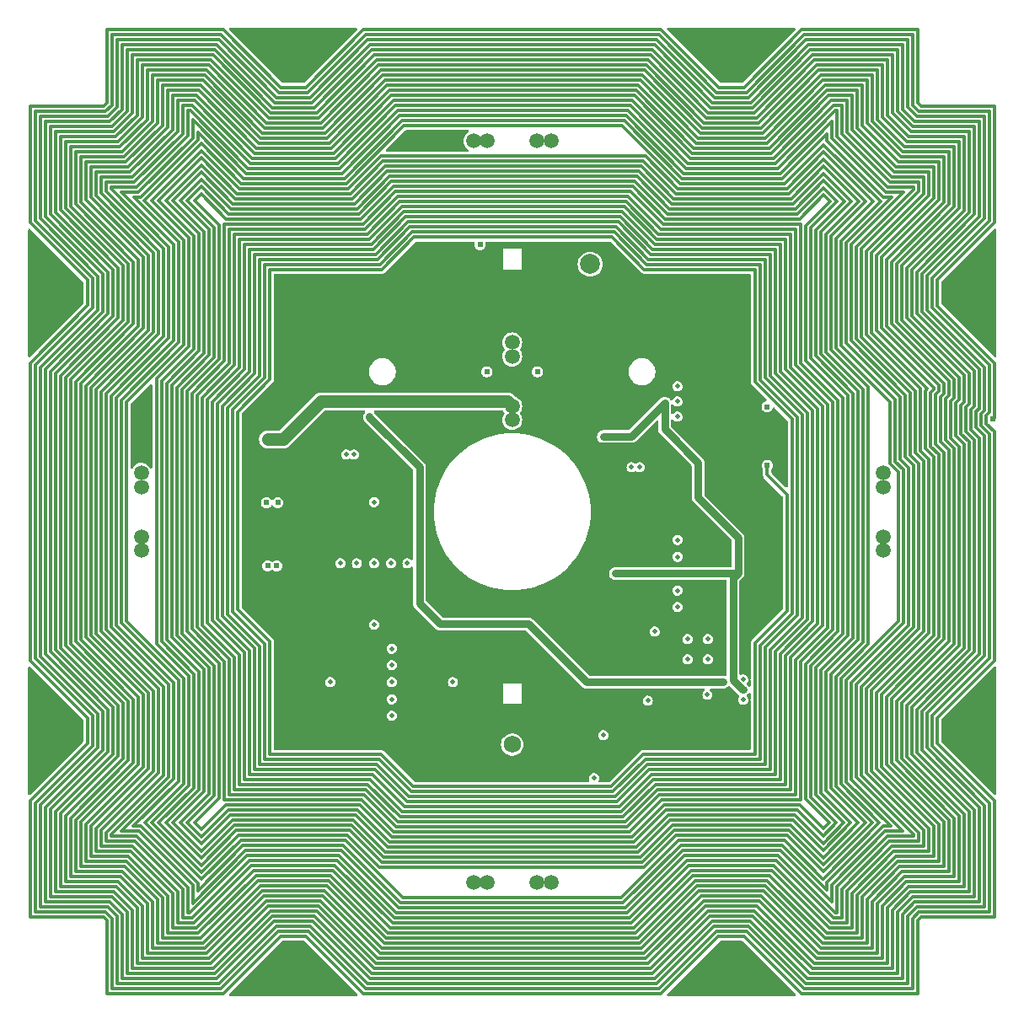
<source format=gbr>
%TF.GenerationSoftware,KiCad,Pcbnew,8.0.5*%
%TF.CreationDate,2025-02-27T20:38:43-05:00*%
%TF.ProjectId,Z-,5a2d2e6b-6963-4616-945f-706362585858,rev?*%
%TF.SameCoordinates,Original*%
%TF.FileFunction,Copper,L2,Inr*%
%TF.FilePolarity,Positive*%
%FSLAX46Y46*%
G04 Gerber Fmt 4.6, Leading zero omitted, Abs format (unit mm)*
G04 Created by KiCad (PCBNEW 8.0.5) date 2025-02-27 20:38:43*
%MOMM*%
%LPD*%
G01*
G04 APERTURE LIST*
%TA.AperFunction,ComponentPad*%
%ADD10C,0.762000*%
%TD*%
%TA.AperFunction,ComponentPad*%
%ADD11C,3.800000*%
%TD*%
%TA.AperFunction,ComponentPad*%
%ADD12C,1.727200*%
%TD*%
%TA.AperFunction,ComponentPad*%
%ADD13C,2.000000*%
%TD*%
%TA.AperFunction,ComponentPad*%
%ADD14C,1.500000*%
%TD*%
%TA.AperFunction,ViaPad*%
%ADD15C,0.508000*%
%TD*%
%TA.AperFunction,ViaPad*%
%ADD16C,0.609600*%
%TD*%
%TA.AperFunction,Conductor*%
%ADD17C,0.360680*%
%TD*%
%TA.AperFunction,Conductor*%
%ADD18C,1.270000*%
%TD*%
%TA.AperFunction,Conductor*%
%ADD19C,0.762000*%
%TD*%
G04 APERTURE END LIST*
D10*
%TO.N,GND*%
%TO.C,H2*%
X106520000Y-75860000D03*
X104964250Y-75215750D03*
X108075750Y-75215750D03*
X104320000Y-73660000D03*
D11*
X106520000Y-73660000D03*
D10*
X108720000Y-73660000D03*
X104964250Y-72104250D03*
X108075750Y-72104250D03*
X106520000Y-71460000D03*
%TD*%
D12*
%TO.N,Net-(AE3-A)*%
%TO.C,AE3*%
X152319600Y-119046599D03*
%TD*%
D13*
%TO.N,VBATT*%
%TO.C,H9*%
X160147000Y-70787000D03*
%TD*%
%TO.N,GND*%
%TO.C,H10*%
X160147000Y-75057000D03*
%TD*%
D14*
%TO.N,/Burn Wires/VBURN3*%
%TO.C,JP3*%
X152319600Y-86450000D03*
X152319600Y-85050000D03*
%TO.N,Net-(JP3-B)*%
X152319600Y-80050000D03*
X152319600Y-78650000D03*
%TD*%
D10*
%TO.N,GND*%
%TO.C,H8*%
X130320000Y-143660000D03*
X128764250Y-143015750D03*
X131875750Y-143015750D03*
X128120000Y-141460000D03*
D11*
X130320000Y-141460000D03*
D10*
X132520000Y-141460000D03*
X128764250Y-139904250D03*
X131875750Y-139904250D03*
X130320000Y-139260000D03*
%TD*%
%TO.N,GND*%
%TO.C,H5*%
X198120000Y-75860000D03*
X196564250Y-75215750D03*
X199675750Y-75215750D03*
X195920000Y-73660000D03*
D11*
X198120000Y-73660000D03*
D10*
X200320000Y-73660000D03*
X196564250Y-72104250D03*
X199675750Y-72104250D03*
X198120000Y-71460000D03*
%TD*%
%TO.N,GND*%
%TO.C,H7*%
X174320000Y-143660000D03*
X172764250Y-143015750D03*
X175875750Y-143015750D03*
X172120000Y-141460000D03*
D11*
X174320000Y-141460000D03*
D10*
X176520000Y-141460000D03*
X172764250Y-139904250D03*
X175875750Y-139904250D03*
X174320000Y-139260000D03*
%TD*%
D14*
%TO.N,/Burn Wires/VBURN1*%
%TO.C,JP1*%
X115062880Y-99559140D03*
X115062880Y-98159140D03*
%TO.N,Net-(JP1-B)*%
X115062880Y-93159140D03*
X115062880Y-91759140D03*
%TD*%
D10*
%TO.N,GND*%
%TO.C,H4*%
X174320000Y-52060000D03*
X172764250Y-51415750D03*
X175875750Y-51415750D03*
X172120000Y-49860000D03*
D11*
X174320000Y-49860000D03*
D10*
X176520000Y-49860000D03*
X172764250Y-48304250D03*
X175875750Y-48304250D03*
X174320000Y-47660000D03*
%TD*%
%TO.N,GND*%
%TO.C,H3*%
X130320000Y-52060000D03*
X128764250Y-51415750D03*
X131875750Y-51415750D03*
X128120000Y-49860000D03*
D11*
X130320000Y-49860000D03*
D10*
X132520000Y-49860000D03*
X128764250Y-48304250D03*
X131875750Y-48304250D03*
X130320000Y-47660000D03*
%TD*%
D14*
%TO.N,Net-(JP2-B)*%
%TO.C,JP5*%
X148419600Y-58402420D03*
X149819600Y-58402420D03*
%TO.N,Net-(JP5-B)*%
X154819600Y-58402420D03*
X156219600Y-58402420D03*
%TD*%
D10*
%TO.N,GND*%
%TO.C,H1*%
X106520000Y-119860000D03*
X104964250Y-119215750D03*
X108075750Y-119215750D03*
X104320000Y-117660000D03*
D11*
X106520000Y-117660000D03*
D10*
X108720000Y-117660000D03*
X104964250Y-116104250D03*
X108075750Y-116104250D03*
X106520000Y-115460000D03*
%TD*%
%TO.N,GND*%
%TO.C,H6*%
X198120000Y-119860000D03*
X196564250Y-119215750D03*
X199675750Y-119215750D03*
X195920000Y-117660000D03*
D11*
X198120000Y-117660000D03*
D10*
X200320000Y-117660000D03*
X196564250Y-116104250D03*
X199675750Y-116104250D03*
X198120000Y-115460000D03*
%TD*%
D14*
%TO.N,/Burn Wires/VBURN2*%
%TO.C,JP2*%
X149820860Y-132916721D03*
X148420860Y-132916721D03*
%TO.N,Net-(JP2-B)*%
X156220860Y-132916721D03*
X154820860Y-132916721D03*
%TD*%
%TO.N,Net-(JP1-B)*%
%TO.C,JP4*%
X189577580Y-98160000D03*
X189577580Y-99560000D03*
%TO.N,Net-(JP4-B)*%
X189577580Y-91760000D03*
X189577580Y-93160000D03*
%TD*%
D15*
%TO.N,GND*%
X172212000Y-118618000D03*
X172720000Y-117856000D03*
X153162000Y-121539000D03*
X176022000Y-91059000D03*
X163322000Y-70739000D03*
X163322000Y-75819000D03*
X148082000Y-83439000D03*
X163322000Y-106299000D03*
X143002000Y-85979000D03*
X132842000Y-103759000D03*
D16*
X156718000Y-69088000D03*
D15*
X155702000Y-70739000D03*
X165862000Y-75819000D03*
D16*
X129667000Y-74930000D03*
D15*
X176022000Y-96139000D03*
X178562000Y-101219000D03*
X148082000Y-80899000D03*
X148082000Y-111379000D03*
X127762000Y-85979000D03*
X155702000Y-113919000D03*
X132842000Y-80899000D03*
X148082000Y-75819000D03*
X155702000Y-103759000D03*
X158242000Y-73279000D03*
X166624000Y-99314000D03*
X155702000Y-85979000D03*
X130302000Y-96012000D03*
X160782000Y-96139000D03*
X168402000Y-75819000D03*
X173482000Y-78359000D03*
X130302000Y-106299000D03*
X165862000Y-83439000D03*
X168402000Y-73279000D03*
X130302000Y-102362000D03*
X148082000Y-118999000D03*
X143002000Y-58039000D03*
X155702000Y-118999000D03*
X158242000Y-80899000D03*
X160782000Y-98679000D03*
X130302000Y-83439000D03*
X167894000Y-90424000D03*
X170942000Y-80899000D03*
X155702000Y-111379000D03*
X160782000Y-85979000D03*
X163322000Y-93599000D03*
X158242000Y-106299000D03*
X143002000Y-121539000D03*
X163322000Y-80899000D03*
X148082000Y-121539000D03*
X150622000Y-121539000D03*
X148082000Y-103759000D03*
X158242000Y-88519000D03*
X160782000Y-103759000D03*
X143002000Y-118999000D03*
X160782000Y-101219000D03*
X158242000Y-108839000D03*
X153162000Y-111379000D03*
X155702000Y-106299000D03*
X173482000Y-75819000D03*
X163322000Y-96139000D03*
X142494000Y-115316000D03*
X168402000Y-80899000D03*
X170942000Y-75819000D03*
X134557000Y-86106000D03*
X158242000Y-78359000D03*
X145542000Y-85979000D03*
X178562000Y-103759000D03*
X132842000Y-106299000D03*
X145542000Y-121539000D03*
X148082000Y-70739000D03*
X163322000Y-83439000D03*
X176022000Y-93599000D03*
X148082000Y-85979000D03*
X135890000Y-103124000D03*
X160782000Y-80899000D03*
X130302000Y-89916000D03*
X165862000Y-78359000D03*
X158242000Y-103759000D03*
X165862000Y-73279000D03*
X148082000Y-73279000D03*
X148082000Y-108839000D03*
X153162000Y-108839000D03*
X158242000Y-83439000D03*
X145542000Y-118999000D03*
X137922000Y-110236000D03*
X173482000Y-80899000D03*
X167894000Y-89408000D03*
X145542000Y-58039000D03*
X160782000Y-106299000D03*
X155702000Y-121539000D03*
X163322000Y-85979000D03*
X176092999Y-103759000D03*
X115062000Y-88519000D03*
X158242000Y-75819000D03*
X170942000Y-78359000D03*
X160782000Y-78359000D03*
X163322000Y-78359000D03*
X170942000Y-73279000D03*
X130302000Y-98679000D03*
X166878000Y-90424000D03*
X166878000Y-89408000D03*
X148082000Y-78359000D03*
X168402000Y-78359000D03*
X158242000Y-70739000D03*
X176022000Y-85979000D03*
X130302000Y-80899000D03*
X140970000Y-98552000D03*
X178562000Y-96139000D03*
X115062000Y-85979000D03*
X137922000Y-118999000D03*
X160782000Y-93599000D03*
X158242000Y-85979000D03*
X150622000Y-108839000D03*
X163322000Y-108839000D03*
X132842000Y-111379000D03*
X132842000Y-108839000D03*
X171195999Y-104394000D03*
X173482000Y-73279000D03*
X160782000Y-108839000D03*
X150622000Y-118999000D03*
X160782000Y-83439000D03*
X178562000Y-98679000D03*
X140462000Y-118999000D03*
X135382000Y-91059000D03*
X150622000Y-111379000D03*
X130302000Y-108839000D03*
X150622000Y-85979000D03*
X145542000Y-101219000D03*
X163322000Y-73279000D03*
X130302000Y-111379000D03*
D16*
%TO.N,/coil*%
X177926599Y-85103001D03*
X177939300Y-90995801D03*
X200637200Y-86334798D03*
%TO.N,Net-(AE1-Pad1)*%
X154859599Y-81585000D03*
%TO.N,Net-(AE2-Pad1)*%
X149779600Y-81585000D03*
D15*
%TO.N,LS_3V3*%
X134049000Y-112776000D03*
D16*
X149098000Y-68834000D03*
D15*
X146367000Y-112776000D03*
X171932500Y-114046000D03*
X140208000Y-112776000D03*
%TO.N,BW_3V3*%
X138430000Y-94679000D03*
X138430000Y-100838000D03*
X138430000Y-106997000D03*
%TO.N,SDA*%
X175514000Y-114554000D03*
X168913999Y-98485000D03*
X141795000Y-100838000D03*
X140208000Y-109411000D03*
%TO.N,SCL*%
X168909999Y-105219000D03*
X135065000Y-100838000D03*
X175514000Y-112522000D03*
X140208000Y-116141000D03*
D16*
%TO.N,/Burn Wires/VBURN1*%
X128778000Y-94742000D03*
X127635000Y-94742000D03*
%TO.N,/Burn Wires/VBURN2*%
X128651000Y-101092000D03*
X127762000Y-101092000D03*
%TO.N,/Burn Wires/VBURN3*%
X128651000Y-88392000D03*
X127762000Y-88392000D03*
D15*
%TO.N,SCL_LS*%
X140208000Y-114491000D03*
%TO.N,SCL_M*%
X164317680Y-91184481D03*
X168909999Y-103569000D03*
%TO.N,SDA_LS*%
X140208000Y-111061000D03*
%TO.N,SDA_M*%
X165100000Y-91186000D03*
X168949499Y-100178500D03*
%TO.N,SCL_IO*%
X136715000Y-100838000D03*
X135636000Y-89916000D03*
%TO.N,PERI_3V3*%
X173482000Y-112776000D03*
X145059500Y-106934000D03*
X137985000Y-86106000D03*
%TO.N,SDA_IO*%
X140145000Y-100838000D03*
X136398000Y-89916000D03*
%TO.N,MAIN_3V3*%
X162751000Y-101854000D03*
X161481000Y-88102000D03*
X171005000Y-94234000D03*
X167640000Y-84737000D03*
X168910000Y-101854000D03*
X175514000Y-113538000D03*
X175068999Y-101854000D03*
%TO.N,/I2C Devices/VM*%
X169926000Y-108458000D03*
X168910000Y-83058000D03*
X168910000Y-86106000D03*
X171958000Y-108458000D03*
X169926000Y-110490000D03*
X171958000Y-110490000D03*
X168910000Y-84582000D03*
%TO.N,COIL_DRIVER_EN*%
X161481000Y-118110000D03*
X160528000Y-122428000D03*
%TO.N,Net-(Q20-D)*%
X165940500Y-114632500D03*
X166624000Y-107696000D03*
%TD*%
D17*
%TO.N,/coil*%
X112695601Y-58470998D02*
X107437801Y-58470998D01*
X137613001Y-143586398D02*
X167051600Y-143586398D01*
X135022200Y-61137998D02*
X125776600Y-61137998D01*
X140787998Y-63982800D02*
X163978200Y-63982800D01*
X177516400Y-57581998D02*
X171191800Y-57581998D01*
X198725400Y-134366198D02*
X198725400Y-125577798D01*
X164714800Y-137998398D02*
X170480599Y-132232598D01*
X120417200Y-54330798D02*
X118690000Y-54330798D01*
X121103000Y-62992198D02*
X121077600Y-62992198D01*
X173020601Y-138328598D02*
X175636799Y-138328598D01*
X192629400Y-107238998D02*
X192629400Y-91008398D01*
X177719600Y-109296398D02*
X177719600Y-121056598D01*
X164511600Y-137490398D02*
X170277400Y-131724598D01*
X195347200Y-84099598D02*
X195677400Y-83769398D01*
X198217400Y-57454998D02*
X192349999Y-57454998D01*
X194661400Y-90119398D02*
X193823200Y-89281198D01*
X176703600Y-71297998D02*
X165578398Y-71297998D01*
X183815600Y-79603800D02*
X183815600Y-67767398D01*
X120137800Y-83769398D02*
X120137800Y-107442200D01*
X195677400Y-64566998D02*
X195677400Y-59994998D01*
X163470200Y-126314400D02*
X141042000Y-126314400D01*
X183561600Y-131114998D02*
X187778000Y-126898598D01*
X179472200Y-62153998D02*
X169363000Y-62153998D01*
X138273400Y-122072598D02*
X125903600Y-122072598D01*
X162657398Y-124282400D02*
X141956400Y-124282400D01*
X134082399Y-132232598D02*
X139848200Y-137998398D01*
X112187600Y-119989798D02*
X106421800Y-125755598D01*
X181783602Y-110921998D02*
X185009400Y-107696200D01*
X193645400Y-62026998D02*
X190470400Y-62026998D01*
X167253940Y-47217938D02*
X137385261Y-47217938D01*
X195855201Y-84302798D02*
X196185400Y-83972598D01*
X114245000Y-76784398D02*
X108453800Y-82575598D01*
X113965600Y-129794198D02*
X118182000Y-134010598D01*
X193645400Y-63677998D02*
X193645400Y-62026998D01*
X192629400Y-63271598D02*
X192629400Y-63042998D01*
X165959400Y-141046398D02*
X171725200Y-135280598D01*
X139594200Y-129870400D02*
X164968800Y-129870400D01*
X163063798Y-125298400D02*
X141499200Y-125298401D01*
X163267000Y-134442399D02*
X169032800Y-128676598D01*
X135555600Y-128676598D02*
X141321400Y-134442398D01*
X192807200Y-83515398D02*
X187371600Y-78079798D01*
X120214000Y-133172398D02*
X120214000Y-134975798D01*
X120417200Y-64389198D02*
X122881000Y-66852998D01*
X134311000Y-131724598D02*
X140076800Y-137490398D01*
X120823600Y-123571197D02*
X117521599Y-126873198D01*
X193823200Y-89281198D02*
X193823200Y-83489998D01*
X190521200Y-135661598D02*
X192324600Y-133858198D01*
X141499200Y-125298401D02*
X138273399Y-122072600D01*
X183307600Y-79806998D02*
X183307600Y-67538797D01*
X128646800Y-54025998D02*
X122855600Y-48234798D01*
X117674000Y-137998398D02*
X120798200Y-137998398D01*
X117267600Y-113233398D02*
X117267600Y-122097998D01*
X110993800Y-127660598D02*
X110993800Y-129286198D01*
X124913000Y-63169998D02*
X121103000Y-59359998D01*
X124252600Y-64693998D02*
X121103000Y-61544398D01*
X123185802Y-106146800D02*
X126411600Y-109372598D01*
X138629000Y-141046398D02*
X165959400Y-141046398D01*
X121357000Y-67487998D02*
X121357000Y-79705398D01*
X200249400Y-87833398D02*
X199411200Y-86995198D01*
X113711600Y-120650198D02*
X107945800Y-126415998D01*
X192121400Y-107035798D02*
X192121400Y-91211598D01*
X182240800Y-142062398D02*
X191029200Y-142062398D01*
X181174000Y-125120599D02*
X183561600Y-127508198D01*
X165476800Y-120040598D02*
X176703600Y-120040598D01*
X120823600Y-111709398D02*
X120823600Y-123571197D01*
X178837200Y-130708598D02*
X184603000Y-136474398D01*
X110485800Y-129794197D02*
X113965600Y-129794198D01*
X181174000Y-66217998D02*
X167686600Y-66217998D01*
X117597800Y-82753401D02*
X117597800Y-108483598D01*
X181403460Y-47217938D02*
X175611400Y-53009997D01*
X162250998Y-123266401D02*
X165476800Y-120040598D01*
X125929000Y-69265998D02*
X138375000Y-69265998D01*
X185619000Y-126898598D02*
X182799600Y-124079198D01*
X194153400Y-107848598D02*
X194153400Y-90347998D01*
X119807600Y-112141197D02*
X119807600Y-123164798D01*
X138959200Y-120548598D02*
X142185002Y-123774400D01*
X123185800Y-106146800D02*
X123185802Y-106146800D01*
X184831600Y-112191998D02*
X188057400Y-108966198D01*
X140076800Y-137490398D02*
X164511600Y-137490398D01*
X199741400Y-66192598D02*
X199741400Y-55930998D01*
X178227601Y-121564598D02*
X166086402Y-121564598D01*
X193061661Y-47217938D02*
X181403460Y-47217938D01*
X193645400Y-107645398D02*
X193645400Y-90551198D01*
X139645000Y-138506398D02*
X164918000Y-138506398D01*
X196693400Y-89281198D02*
X195855200Y-88442998D01*
X192959600Y-55930998D02*
X192045200Y-55016598D01*
X140153000Y-53822798D02*
X134361800Y-59613999D01*
X116251600Y-121691598D02*
X110485800Y-127457398D01*
X170887000Y-133248598D02*
X177744999Y-133248598D01*
X190775200Y-84378998D02*
X185339600Y-78943397D01*
X120137800Y-136474398D02*
X125903600Y-130708598D01*
X197201400Y-89077998D02*
X196363200Y-88239798D01*
X125268600Y-129184598D02*
X135327000Y-129184598D01*
X199233400Y-88239798D02*
X198395199Y-87401598D01*
X197709400Y-84632999D02*
X197709400Y-81940598D01*
X194991600Y-118948398D02*
X194991600Y-116357598D01*
X137816200Y-123088600D02*
X137816200Y-123088598D01*
X194483600Y-72161598D02*
X200249400Y-66395798D01*
X179243600Y-109905998D02*
X179243601Y-122580598D01*
X191943600Y-58470998D02*
X189505200Y-56032598D01*
X112009800Y-128066998D02*
X112009800Y-128270198D01*
X128240400Y-55041998D02*
X122449200Y-49250798D01*
X193137400Y-63474798D02*
X193137400Y-62534998D01*
X137536800Y-67233998D02*
X140787998Y-63982800D01*
X189505201Y-135229798D02*
X191892800Y-132842198D01*
X190775200Y-90601998D02*
X190775200Y-84378998D01*
X177939300Y-91942300D02*
X177939300Y-90995801D01*
X113610000Y-135864798D02*
X113610000Y-142062398D01*
X197201400Y-132842198D02*
X197201400Y-126212798D01*
X183510800Y-52298798D02*
X177719600Y-58089998D01*
X184831600Y-123240998D02*
X184831600Y-112191998D01*
X164435401Y-62966800D02*
X140381600Y-62966800D01*
X109977800Y-127228798D02*
X109977800Y-130302198D01*
X121128400Y-132588198D02*
X125040000Y-128676598D01*
X120645800Y-83972600D02*
X123897000Y-80721401D01*
X183714000Y-52806798D02*
X177922800Y-58597999D01*
X187473200Y-134366198D02*
X191029200Y-130810198D01*
X141626198Y-66014800D02*
X163165400Y-66014800D01*
X196693400Y-84175798D02*
X196693400Y-82346998D01*
X118690000Y-133807398D02*
X118690000Y-136982398D01*
X186457201Y-137490398D02*
X186457200Y-133959797D01*
X200249400Y-85674398D02*
X200249400Y-80924598D01*
X186965200Y-137972998D02*
X186965200Y-134162998D01*
X166213400Y-49758798D02*
X138451200Y-49758798D01*
X166289600Y-122072598D02*
X163063798Y-125298400D01*
X191791200Y-90170198D02*
X191791200Y-83921798D01*
X117547000Y-64389198D02*
X120849000Y-67691198D01*
X104897800Y-110159998D02*
X110663600Y-115925798D01*
X108961800Y-64541598D02*
X114753000Y-70332798D01*
X122042800Y-141046398D02*
X127808600Y-135280598D01*
X121103000Y-131165798D02*
X124608200Y-127660598D01*
X171522000Y-134772598D02*
X177135400Y-134772598D01*
X196185400Y-126619198D02*
X190419600Y-120853398D01*
X171395000Y-57073998D02*
X165603801Y-51282798D01*
X185847600Y-78714798D02*
X185847600Y-68630998D01*
X119706000Y-55346798D02*
X119706000Y-57886798D01*
X122677799Y-106349998D02*
X122677800Y-84810798D01*
X196185400Y-131826198D02*
X196185400Y-126619198D01*
X192349999Y-57454998D02*
X190521200Y-55626199D01*
X125573400Y-61645998D02*
X120214000Y-56286598D01*
X163775002Y-64490800D02*
X167026200Y-67741998D01*
X112009800Y-128270198D02*
X114600600Y-128270199D01*
X120645799Y-107238998D02*
X120645800Y-83972600D01*
X197379200Y-84963198D02*
X197709400Y-84632999D01*
X167229398Y-67233998D02*
X180767600Y-67233998D01*
X164384599Y-54330798D02*
X140381599Y-54330798D01*
X132025000Y-54025998D02*
X128646800Y-54025998D01*
X191943600Y-71145598D02*
X197709400Y-65379798D01*
X198725400Y-56946998D02*
X192553200Y-56946998D01*
X187371600Y-113207997D02*
X193137400Y-107442198D01*
X118283600Y-122504398D02*
X113025800Y-127762198D01*
X124887600Y-110032998D02*
X121661800Y-106807198D01*
X132660000Y-55549998D02*
X128037200Y-55549998D01*
X114753000Y-70332798D02*
X114753000Y-76987597D01*
X162555802Y-67564200D02*
X165781601Y-70789998D01*
X114626000Y-141046398D02*
X122042800Y-141046398D01*
X193162800Y-135890198D02*
X200249400Y-135890198D01*
X112492400Y-57962998D02*
X106929800Y-57962998D01*
X127427600Y-108940798D02*
X127427600Y-120548598D01*
X132228200Y-54533998D02*
X128443600Y-54533998D01*
X183815602Y-111760198D02*
X187041400Y-108534400D01*
X124201800Y-126644597D02*
X136368398Y-126644597D01*
X192629400Y-63042998D02*
X190038600Y-63042998D01*
X191105400Y-106629398D02*
X191105400Y-91668798D01*
X181809000Y-143078398D02*
X192045200Y-143078398D01*
X125776600Y-61137998D02*
X119985401Y-55346798D01*
X135123800Y-129692598D02*
X140889600Y-135458398D01*
X165197400Y-52298798D02*
X139543400Y-52298799D01*
X108961800Y-131318198D02*
X113356000Y-131318198D01*
X178735600Y-109702798D02*
X178735600Y-122072598D01*
X107945800Y-108915398D02*
X113711600Y-114681199D01*
X191029200Y-135890198D02*
X192553200Y-134366199D01*
X111679600Y-115493998D02*
X111679601Y-119786598D01*
X170379000Y-59613998D02*
X164587800Y-53822798D01*
X125395600Y-122580598D02*
X125395600Y-109804398D01*
X126437000Y-81762800D02*
X126437000Y-69773998D01*
X138171802Y-68757998D02*
X141423000Y-65506800D01*
X138730600Y-121056598D02*
X126919600Y-121056598D01*
X111476400Y-135890198D02*
X112086000Y-136499798D01*
X187828800Y-64465398D02*
X183587000Y-60223598D01*
X114981600Y-64058998D02*
X114295800Y-64058998D01*
X117166000Y-138506398D02*
X121001400Y-138506398D01*
X114118000Y-55626198D02*
X112289200Y-57454998D01*
X197201400Y-126212798D02*
X191435600Y-120446997D01*
X198217400Y-81737398D02*
X192451600Y-75971598D01*
X183104400Y-51282799D02*
X177313200Y-57073998D01*
X118690000Y-136982398D02*
X120341000Y-136982398D01*
X134793600Y-60629998D02*
X125979800Y-60629998D01*
X110663600Y-115925798D02*
X110663600Y-119354798D01*
X183917200Y-137998398D02*
X186939800Y-137998398D01*
X133269600Y-134264598D02*
X139035400Y-140030398D01*
X137816200Y-123088598D02*
X124887600Y-123088599D01*
X121230000Y-52298798D02*
X116658000Y-52298798D01*
X196693400Y-64973399D02*
X196693400Y-58978998D01*
X107437800Y-132842198D02*
X112746400Y-132842198D01*
X113203600Y-120421598D02*
X107437800Y-126187398D01*
X119325000Y-68351598D02*
X119325000Y-78841798D01*
X139949800Y-53314798D02*
X134158600Y-59105998D01*
X118258200Y-64389198D02*
X121357000Y-67487998D01*
X139390999Y-130378400D02*
X165172000Y-130378400D01*
X196185400Y-64770198D02*
X196185400Y-59486998D01*
X137765403Y-67741998D02*
X141016600Y-64490800D01*
X139797400Y-129362400D02*
X164765600Y-129362400D01*
X200760340Y-54917938D02*
X193390485Y-54917938D01*
X195169400Y-83566198D02*
X195169400Y-82956598D01*
X195169400Y-82956598D02*
X189403600Y-77190798D01*
X112009800Y-83997998D02*
X112009800Y-107264398D01*
X138425800Y-141554398D02*
X166188000Y-141554398D01*
X114397400Y-128778198D02*
X119198000Y-133578798D01*
X139848200Y-137998398D02*
X164714800Y-137998398D01*
X165883200Y-121056598D02*
X162657398Y-124282400D01*
X178227600Y-69773998D02*
X178227600Y-81966000D01*
X104389800Y-124917398D02*
X104389800Y-135890198D01*
X176703600Y-108864598D02*
X176703602Y-108864598D01*
X184171200Y-126898598D02*
X181783600Y-124510998D01*
X169159800Y-62661998D02*
X163368600Y-56870798D01*
X120391800Y-126873198D02*
X121103000Y-127584398D01*
X190013200Y-141046398D02*
X190013200Y-135432998D01*
X187473201Y-138506398D02*
X187473200Y-134366198D01*
X186330201Y-126898598D02*
X183307601Y-123875998D01*
X194661400Y-108051797D02*
X194661400Y-90119398D01*
X182291600Y-111125198D02*
X185517400Y-107899398D01*
X179929400Y-105638800D02*
X179929400Y-93932400D01*
X172182400Y-136296598D02*
X176475000Y-136296598D01*
X182266201Y-49250798D02*
X176475000Y-55041998D01*
X121839600Y-111302997D02*
X121839600Y-123977598D01*
X177338600Y-134264598D02*
X183104400Y-140030398D01*
X116658000Y-139014398D02*
X121230000Y-139014398D01*
X142464398Y-68072201D02*
X139238600Y-71297998D01*
X177541800Y-133756598D02*
X183307600Y-139522398D01*
X125903600Y-109575799D02*
X122677799Y-106349998D01*
X178227600Y-81966000D02*
X181961400Y-85699800D01*
X189200399Y-126898598D02*
X189200400Y-126873198D01*
X199233400Y-109931398D02*
X199233400Y-88239798D01*
X125598800Y-107848600D02*
X123693800Y-105943600D01*
X125421000Y-68757998D02*
X138171802Y-68757998D01*
X131618600Y-138328598D02*
X137385260Y-144095257D01*
X112213000Y-71374198D02*
X112213000Y-75971598D01*
X170683800Y-132740598D02*
X177948200Y-132740598D01*
X191105400Y-91668798D02*
X190267200Y-90830599D01*
X110181000Y-75133398D02*
X104389800Y-80924598D01*
X106421801Y-57454998D02*
X106421800Y-65582997D01*
X125903600Y-122072598D02*
X125903600Y-109575799D01*
X110993800Y-62026998D02*
X110993800Y-63652598D01*
X133091799Y-56565998D02*
X127630800Y-56565998D01*
X181275600Y-124612597D02*
X167331000Y-124612597D01*
X196185400Y-82550198D02*
X190419600Y-76784398D01*
X179243602Y-109905998D02*
X179243600Y-109905998D01*
X119198000Y-133578798D02*
X119198000Y-136474398D01*
X113533800Y-84632998D02*
X113533800Y-106603998D01*
X108453801Y-59486998D02*
X108453800Y-64744799D01*
X119807600Y-123164798D02*
X116099200Y-126873198D01*
X185847600Y-68630998D02*
X190419600Y-64058998D01*
X113102000Y-142570398D02*
X122652399Y-142570398D01*
X199233400Y-134874198D02*
X199233400Y-125374598D01*
X138502000Y-121564600D02*
X138502000Y-121564597D01*
X105913800Y-125552398D02*
X105913800Y-134366198D01*
X105405800Y-65989398D02*
X111197000Y-71780598D01*
X138984600Y-131394400D02*
X165578400Y-131394400D01*
X124811399Y-128168598D02*
X135758798Y-128168598D01*
X179472200Y-129184598D02*
X183917200Y-133629598D01*
X167457998Y-66725998D02*
X164206800Y-63474800D01*
X180767600Y-65201998D02*
X168118398Y-65201998D01*
X162987602Y-66548200D02*
X166213400Y-69773998D01*
X139187800Y-130886400D02*
X165375200Y-130886400D01*
X194483600Y-119176998D02*
X194483600Y-116128998D01*
X183587000Y-60934798D02*
X180335800Y-64185998D01*
X113025800Y-84429798D02*
X113025800Y-106832598D01*
X180945400Y-106070598D02*
X177719600Y-109296398D01*
X116658000Y-134620198D02*
X116658000Y-139014398D01*
X113102000Y-55219798D02*
X111882800Y-56438998D01*
X108961800Y-126822398D02*
X108961800Y-131318198D01*
X193975600Y-115900398D02*
X199741400Y-110134598D01*
X118613800Y-83159800D02*
X118613800Y-108077197D01*
X191943600Y-115087598D02*
X197709401Y-109321798D01*
X191283200Y-84150397D02*
X185847600Y-78714798D01*
X180564400Y-64693998D02*
X168321597Y-64693998D01*
X120823599Y-53314798D02*
X117674000Y-53314798D01*
X180767600Y-67233998D02*
X180767600Y-80924598D01*
X114727600Y-121056598D02*
X108961800Y-126822398D01*
X121103001Y-58648798D02*
X115362600Y-64389198D01*
X200249400Y-66395798D02*
X200249400Y-55422998D01*
X192959600Y-71551998D02*
X198725400Y-65786198D01*
X119706000Y-135966398D02*
X119934600Y-135966398D01*
X189505200Y-56032598D02*
X189505200Y-50774798D01*
X140584798Y-63474800D02*
X137333600Y-66725998D01*
X106421800Y-125755598D02*
X106421800Y-133858198D01*
X132050400Y-137312598D02*
X137816200Y-143078398D01*
X190419600Y-129286198D02*
X193645400Y-129286198D01*
X113533800Y-106603998D02*
X119299600Y-112369798D01*
X197709400Y-81940598D02*
X191943600Y-76174798D01*
X117293000Y-69215198D02*
X117293000Y-78003598D01*
X124887600Y-123088599D02*
X124887600Y-110032998D01*
X197201400Y-109093198D02*
X197201400Y-89077998D01*
X118817000Y-78638598D02*
X113025800Y-84429798D01*
X139238600Y-71297998D02*
X127961000Y-71297998D01*
X183561600Y-128219398D02*
X184882400Y-126898598D01*
X133676000Y-133248598D02*
X139441800Y-139014398D01*
X107437800Y-109118598D02*
X113203600Y-114884398D01*
X110485800Y-61518997D02*
X110485800Y-63881198D01*
X116251600Y-113639798D02*
X116251600Y-121691598D01*
X184603000Y-136474398D02*
X185441201Y-136474398D01*
X132456801Y-136296598D02*
X138222600Y-142062398D01*
X119985401Y-55346798D02*
X119706000Y-55346798D01*
X187473200Y-56845398D02*
X187473200Y-52806798D01*
X105913800Y-134366198D02*
X112111400Y-134366198D01*
X184323601Y-79375198D02*
X184323601Y-67970598D01*
X200757400Y-86214598D02*
X200757400Y-80721398D01*
X111584340Y-144095258D02*
X123261140Y-144095257D01*
X200761660Y-110587538D02*
X200761660Y-87634458D01*
X116785000Y-69443798D02*
X116785000Y-77800398D01*
X119299600Y-112369798D02*
X119299600Y-122961598D01*
X166645200Y-48742798D02*
X138019400Y-48742798D01*
X112949600Y-132334198D02*
X115642000Y-135026598D01*
X121433200Y-51790798D02*
X116150000Y-51790798D01*
X183993400Y-84887001D02*
X183993400Y-107289798D01*
X141092800Y-134950398D02*
X163470200Y-134950398D01*
X169032800Y-128676598D02*
X179675400Y-128676598D01*
X178735600Y-122072598D02*
X166289600Y-122072598D01*
X191892800Y-132842198D02*
X197201400Y-132842198D01*
X110993800Y-107670798D02*
X116759600Y-113436598D01*
X113203600Y-114884398D02*
X113203600Y-120421598D01*
X169566200Y-61645999D02*
X163775000Y-55854798D01*
X111255515Y-54917938D02*
X103884340Y-54917938D01*
X170480599Y-132232598D02*
X178151400Y-132232598D01*
X138222600Y-142062398D02*
X166416600Y-142062398D01*
X180259602Y-110312398D02*
X180259601Y-110312398D01*
X109977800Y-61010998D02*
X109977800Y-64084398D01*
X137968600Y-68249998D02*
X141219797Y-64998800D01*
X113025800Y-106832598D02*
X118791600Y-112598398D01*
X177211600Y-70789998D02*
X177211600Y-82397800D01*
X169236000Y-129184598D02*
X179472200Y-129184598D01*
X136571598Y-126136598D02*
X139797400Y-129362400D01*
X192959600Y-135382198D02*
X199741400Y-135382198D01*
X198725400Y-81534199D02*
X192959600Y-75768398D01*
X114219600Y-114477998D02*
X114219600Y-120853398D01*
X114753000Y-76987597D02*
X108961800Y-82778798D01*
X192959600Y-75768398D02*
X192959600Y-71551998D01*
X184577600Y-54838798D02*
X178786400Y-60629998D01*
X140280000Y-136982398D02*
X164283000Y-136982398D01*
X184425201Y-133121598D02*
X189784600Y-127762198D01*
X185441200Y-57734399D02*
X185441200Y-54838798D01*
X188489200Y-51790798D02*
X183307600Y-51790798D01*
X191943600Y-120243798D02*
X191943600Y-115087598D01*
X127453000Y-82169200D02*
X127453000Y-70789998D01*
X166416600Y-142062398D02*
X172182400Y-136296598D01*
X190927600Y-120650198D02*
X190927600Y-114655798D01*
X183561600Y-127508198D02*
X184171200Y-126898598D01*
X163165400Y-66014800D02*
X166416598Y-69265998D01*
X184806200Y-55346798D02*
X179015000Y-61137998D01*
X190927600Y-76581198D02*
X190927600Y-70739198D01*
X183993400Y-107289798D02*
X180767600Y-110515598D01*
X187778000Y-126898598D02*
X184323600Y-123444198D01*
X113102000Y-59486998D02*
X108453801Y-59486998D01*
X197709400Y-65379798D02*
X197709400Y-57962998D01*
X164333800Y-128346401D02*
X167559600Y-125120601D01*
X108453800Y-108712198D02*
X114219600Y-114477998D01*
X192959600Y-115493998D02*
X198725400Y-109728198D01*
X167991403Y-126136598D02*
X180742199Y-126136598D01*
X105405800Y-81356398D02*
X105405800Y-109956798D01*
X198725400Y-65786198D02*
X198725400Y-56946998D01*
X113610000Y-49250798D02*
X113610000Y-55422999D01*
X117775600Y-122301198D02*
X112009800Y-128066998D01*
X113610000Y-55422999D02*
X112086000Y-56946998D01*
X133472800Y-133756598D02*
X139238600Y-139522398D01*
X184323600Y-111963398D02*
X187549400Y-108737598D01*
X121103000Y-60096598D02*
X116810400Y-64389198D01*
X183612400Y-58775798D02*
X183587000Y-58775798D01*
X186025400Y-108102600D02*
X186025400Y-83972598D01*
X171598200Y-56565998D02*
X165807000Y-50774798D01*
X112086000Y-143586398D02*
X123058800Y-143586398D01*
X190622800Y-129794197D02*
X194153400Y-129794198D01*
X133752200Y-58089998D02*
X127021200Y-58089998D01*
X111171600Y-115722598D02*
X111171600Y-119583398D01*
X121331600Y-123774398D02*
X118232800Y-126873198D01*
X112543200Y-133350199D02*
X114626000Y-135432999D01*
X113914800Y-61518998D02*
X110485800Y-61518997D01*
X135454000Y-62153998D02*
X125344800Y-62153998D01*
X180259600Y-67741998D02*
X180259600Y-81153200D01*
X104897800Y-55930998D02*
X104897800Y-66192598D01*
X165807000Y-50774798D02*
X138883000Y-50774798D01*
X119198000Y-136474398D02*
X120137800Y-136474398D01*
X183714000Y-138506398D02*
X187473201Y-138506398D01*
X107945800Y-58978998D02*
X107945800Y-64947998D01*
X118182000Y-53822798D02*
X118182000Y-57251798D01*
X165578398Y-71297998D02*
X162352600Y-68072200D01*
X191740400Y-58978998D02*
X188997200Y-56235798D01*
X176246400Y-136804598D02*
X182012200Y-142570399D01*
X124913000Y-81127800D02*
X124913000Y-68249998D01*
X119629800Y-107645398D02*
X122855600Y-110871198D01*
X103884340Y-110594338D02*
X109647600Y-116357597D01*
X196185400Y-83972598D02*
X196185400Y-82550198D01*
X118613800Y-108077197D02*
X121839600Y-111302997D01*
X135657200Y-62661998D02*
X125116201Y-62661998D01*
X109469800Y-82981998D02*
X109469800Y-108280398D01*
X113762400Y-130302199D02*
X117673999Y-134213798D01*
X113229000Y-76377998D02*
X107437800Y-82169197D01*
X140813401Y-55346798D02*
X135022200Y-61137998D01*
X192629400Y-91008398D02*
X191791200Y-90170198D01*
X127935600Y-108712198D02*
X127935600Y-120040598D01*
X104389800Y-66395798D02*
X110181000Y-72186998D01*
X121026800Y-52806798D02*
X117166000Y-52806798D01*
X141727800Y-124790400D02*
X138502000Y-121564600D01*
X121001400Y-138506398D02*
X126767200Y-132740598D01*
X190521200Y-55626199D02*
X190521200Y-49758798D01*
X190241799Y-62534998D02*
X185441200Y-57734399D01*
X116277000Y-69672398D02*
X116277000Y-77597198D01*
X123363598Y-110667998D02*
X120137800Y-107442200D01*
X176678200Y-55549998D02*
X172004601Y-55549998D01*
X188387600Y-113614398D02*
X194153400Y-107848598D01*
X182291600Y-80238798D02*
X182291600Y-67132398D01*
X195677400Y-89712998D02*
X194839200Y-88874798D01*
X126614800Y-59105998D02*
X120823599Y-53314798D01*
X164638600Y-62458800D02*
X140178398Y-62458800D01*
X137587600Y-47726798D02*
X131796400Y-53517998D01*
X103884340Y-136395258D02*
X111255515Y-136395258D01*
X189911600Y-121056598D02*
X189911600Y-114223998D01*
X141321400Y-134442398D02*
X163267000Y-134442399D01*
X178151400Y-132232598D02*
X183917200Y-137998398D01*
X122652400Y-48742798D02*
X113102000Y-48742798D01*
X138451200Y-49758798D02*
X132660000Y-55549998D01*
X199741400Y-110134598D02*
X199741400Y-88036598D01*
X193390485Y-136395258D02*
X200761660Y-136395258D01*
X177719600Y-70281998D02*
X177719599Y-82194598D01*
X123871600Y-110464799D02*
X120645799Y-107238998D01*
X116810400Y-64389198D02*
X120341000Y-67919798D01*
X172207800Y-55041998D02*
X166416600Y-49250798D01*
X195677400Y-131318198D02*
X195677400Y-126822397D01*
X166899200Y-123596600D02*
X163673400Y-126822399D01*
X119655199Y-126873198D02*
X121103000Y-128320998D01*
X163267000Y-125806400D02*
X141270602Y-125806400D01*
X135225400Y-61645998D02*
X125573400Y-61645998D01*
X179700799Y-62661998D02*
X169159800Y-62661998D01*
X132863200Y-135280598D02*
X138629000Y-141046398D01*
X192959600Y-119811998D02*
X192959600Y-115493998D01*
X126919600Y-109169398D02*
X125598802Y-107848600D01*
X177313200Y-57073998D02*
X171395000Y-57073998D01*
X122169802Y-106578600D02*
X122169800Y-106578600D01*
X166213400Y-69773998D02*
X178227600Y-69773998D01*
X192629400Y-128270198D02*
X192629401Y-128092398D01*
X138679800Y-50266798D02*
X132888600Y-56057998D01*
X183485400Y-85090198D02*
X183485400Y-107086600D01*
X112289200Y-57454998D02*
X106421801Y-57454998D01*
X182291600Y-124307798D02*
X182291600Y-111125198D01*
X124405000Y-127152598D02*
X136165198Y-127152599D01*
X192451600Y-120040598D02*
X192451600Y-115290798D01*
X119325000Y-78841798D02*
X113533800Y-84632998D01*
X126106800Y-131216598D02*
X134514201Y-131216598D01*
X141829400Y-66548200D02*
X162987602Y-66548200D01*
X115134000Y-140538398D02*
X121839600Y-140538398D01*
X182672600Y-141046398D02*
X190013200Y-141046398D01*
X168804201Y-128168598D02*
X179904000Y-128168599D01*
X196185400Y-89484398D02*
X195347200Y-88646198D01*
X135860400Y-63169998D02*
X124913000Y-63169998D01*
X120722000Y-132943797D02*
X120722000Y-133731198D01*
X116150000Y-51790798D02*
X116150000Y-56438998D01*
X185949199Y-57505798D02*
X185949199Y-54330798D01*
X191537200Y-136093398D02*
X192756400Y-134874198D01*
X119934600Y-135966398D02*
X125700400Y-130200598D01*
X119198000Y-57683598D02*
X114346600Y-62534998D01*
X164867200Y-61950800D02*
X139975198Y-61950800D01*
X121103000Y-129743398D02*
X124201800Y-126644597D01*
X198725400Y-88442998D02*
X197887200Y-87604798D01*
X112314600Y-133858198D02*
X114118000Y-135661598D01*
X177719600Y-121056598D02*
X165883200Y-121056598D01*
X187981200Y-138988998D02*
X187981200Y-134569398D01*
X194153400Y-61518998D02*
X190699000Y-61518998D01*
X164537000Y-128854400D02*
X167762802Y-125628598D01*
X165400600Y-51790798D02*
X139314800Y-51790798D01*
X120341000Y-67919798D02*
X120341000Y-79273598D01*
X191435600Y-70942398D02*
X197201400Y-65176598D01*
X168194602Y-126644598D02*
X180539000Y-126644598D01*
X107945800Y-132334198D02*
X112949600Y-132334198D01*
X141245200Y-56362798D02*
X135454000Y-62153998D01*
X123389000Y-66725998D02*
X123389000Y-80518198D01*
X166010200Y-50266798D02*
X138679800Y-50266798D01*
X165781601Y-70789998D02*
X177211600Y-70789998D01*
X115261000Y-70104198D02*
X115261000Y-77190798D01*
X115642000Y-135026598D02*
X115642000Y-140030398D01*
X137385261Y-47217938D02*
X131593200Y-53009998D01*
X168804200Y-128168600D02*
X168804201Y-128168598D01*
X199741400Y-125145999D02*
X193975600Y-119380198D01*
X118791600Y-112598398D02*
X118791600Y-122732997D01*
X185517400Y-84201200D02*
X181783600Y-80467400D01*
X192807200Y-89712998D02*
X192807200Y-83515398D01*
X117166000Y-52806798D02*
X117166000Y-56845398D01*
X135327000Y-129184598D02*
X141092800Y-134950398D01*
X199233400Y-56438998D02*
X192756400Y-56438998D01*
X142261200Y-67564200D02*
X162555802Y-67564200D01*
X169439200Y-129692598D02*
X179269000Y-129692598D01*
X120620400Y-53822798D02*
X118182000Y-53822798D01*
X170048800Y-131216598D02*
X178608600Y-131216598D01*
X105405801Y-56438998D02*
X105405800Y-65989398D01*
X195169400Y-64338398D02*
X195169400Y-60502998D01*
X120391800Y-126847798D02*
X120391800Y-126873198D01*
X190013200Y-135432998D02*
X192096000Y-133350198D01*
X169363000Y-62153998D02*
X163571800Y-56362798D01*
X167026200Y-67741998D02*
X180259600Y-67741998D01*
X118309000Y-68808798D02*
X118309000Y-78435398D01*
X124913000Y-68249998D02*
X137968600Y-68249998D01*
X127961000Y-82372400D02*
X124709800Y-85623600D01*
X168397802Y-127152598D02*
X180310400Y-127152598D01*
X120315600Y-123367998D02*
X116810400Y-126873198D01*
X194153400Y-63906598D02*
X194153400Y-61518998D01*
X140686400Y-135966398D02*
X163876600Y-135966398D01*
X164765600Y-129362400D02*
X167991403Y-126136598D01*
X188387600Y-77647998D02*
X188387600Y-69672398D01*
X138603602Y-69773997D02*
X141829400Y-66548200D01*
X172639600Y-54025998D02*
X166848400Y-48234798D01*
X187117600Y-64465397D02*
X183587000Y-60934798D01*
X171953800Y-135788598D02*
X176678200Y-135788598D01*
X138730600Y-121056600D02*
X138730600Y-121056598D01*
X119706000Y-57886798D02*
X114549800Y-63042998D01*
X113102000Y-136067998D02*
X113102000Y-142570398D01*
X123820800Y-65709998D02*
X121103000Y-62992198D01*
X181403460Y-144095258D02*
X193061660Y-144095257D01*
X191537200Y-48742798D02*
X182063000Y-48742798D01*
X126945000Y-70281998D02*
X138806800Y-70281998D01*
X182469400Y-49758798D02*
X176678200Y-55549998D01*
X105405800Y-125349198D02*
X105405800Y-134874198D01*
X190521200Y-49758798D02*
X182469400Y-49758798D01*
X165172000Y-130378400D02*
X168397802Y-127152598D01*
X172842800Y-53517999D02*
X167051600Y-47726798D01*
X167889798Y-65709998D02*
X164638600Y-62458800D01*
X136165198Y-127152599D02*
X139390999Y-130378400D01*
X139340198Y-60426799D02*
X136089000Y-63677998D01*
X165756201Y-140538398D02*
X171522000Y-134772598D01*
X120569600Y-137490398D02*
X126335400Y-131724598D01*
X110663600Y-119354798D02*
X104897800Y-125120598D01*
X110485800Y-127457398D02*
X110485800Y-129794197D01*
X184247400Y-64465397D02*
X183587000Y-63804998D01*
X188057400Y-83108997D02*
X184323601Y-79375198D01*
X165705400Y-59918800D02*
X139111597Y-59918800D01*
X124709800Y-85623600D02*
X124709800Y-105486398D01*
X127961000Y-71297998D02*
X127961000Y-82372400D01*
X186965200Y-57073998D02*
X186965199Y-53314798D01*
X128850000Y-53517998D02*
X123058800Y-47726798D01*
X196871200Y-88036598D02*
X196871200Y-84734598D01*
X188895600Y-113817598D02*
X194661400Y-108051797D01*
X168118398Y-65201998D02*
X164867200Y-61950800D01*
X162860600Y-124790400D02*
X141727800Y-124790400D01*
X181783599Y-66929198D02*
X184247400Y-64465397D01*
X119807597Y-112141197D02*
X116581800Y-108915400D01*
X186863600Y-113004798D02*
X192629400Y-107238998D01*
X189581400Y-127254198D02*
X190318000Y-127254198D01*
X197887200Y-85166398D02*
X198217400Y-84836198D01*
X198217400Y-133858198D02*
X198217400Y-125806398D01*
X191537200Y-59486998D02*
X188489200Y-56438998D01*
X182012200Y-142570399D02*
X191537201Y-142570398D01*
X186939800Y-137998398D02*
X186965200Y-137972998D01*
X200757400Y-80721398D02*
X194991600Y-74955598D01*
X193467600Y-115697199D02*
X199233400Y-109931398D01*
X191638800Y-63550998D02*
X189835400Y-63550998D01*
X137333600Y-66725998D02*
X123389000Y-66725998D01*
X177719600Y-58089998D02*
X170988600Y-58089998D01*
X190267200Y-90830599D02*
X190267200Y-84607598D01*
X189200400Y-126873198D02*
X185339600Y-123012398D01*
X195677400Y-126822397D02*
X189911600Y-121056598D01*
X194991600Y-74955598D02*
X194991600Y-72364798D01*
X195169400Y-108254998D02*
X195169400Y-89916198D01*
X195855200Y-88442998D02*
X195855201Y-84302798D01*
X139746600Y-52806798D02*
X133955400Y-58597998D01*
X124201801Y-85420400D02*
X127453000Y-82169200D01*
X170785400Y-58597999D02*
X164994200Y-52806798D01*
X193137400Y-62534998D02*
X190241799Y-62534998D01*
X112517800Y-84226597D02*
X112517800Y-107035797D01*
X140889600Y-135458398D02*
X163673400Y-135458398D01*
X114727600Y-114249397D02*
X114727600Y-121056598D01*
X118105800Y-82956598D02*
X118105800Y-108280400D01*
X183917200Y-53314798D02*
X178126000Y-59105998D01*
X195169400Y-127025598D02*
X189403600Y-121259798D01*
X163368600Y-56870798D02*
X141448400Y-56870798D01*
X139543400Y-52298799D02*
X133752200Y-58089998D01*
X192553200Y-136499799D02*
X193162800Y-135890198D01*
X116150000Y-139522398D02*
X121433200Y-139522398D01*
X195169400Y-60502998D02*
X191130799Y-60502998D01*
X193162800Y-55422998D02*
X192553200Y-54813398D01*
X178735600Y-81762798D02*
X182469400Y-85496598D01*
X121103000Y-127584398D02*
X123566800Y-125120598D01*
X185009399Y-84429798D02*
X181275600Y-80695998D01*
X137385260Y-144095257D02*
X167253940Y-144095258D01*
X190927600Y-70739198D02*
X196693400Y-64973399D01*
X187981200Y-56642198D02*
X187981200Y-52298798D01*
X128443600Y-54533998D02*
X122652400Y-48742798D01*
X110485800Y-63881198D02*
X116277000Y-69672398D01*
X126437000Y-69773998D02*
X138603602Y-69773997D01*
X166823000Y-143078398D02*
X172588799Y-137312598D01*
X184145800Y-137490398D02*
X186457201Y-137490398D01*
X121103000Y-131876997D02*
X124811399Y-128168598D01*
X111501800Y-63423997D02*
X117293000Y-69215198D01*
X176703600Y-120040598D02*
X176703600Y-108864598D01*
X180742199Y-126136598D02*
X183561600Y-128955998D01*
X183587000Y-63093798D02*
X180970799Y-65709998D01*
X120722000Y-133731198D02*
X125268600Y-129184598D01*
X180539000Y-126644598D02*
X183561600Y-129667198D01*
X173046000Y-53009998D02*
X167253940Y-47217938D01*
X122449200Y-142062398D02*
X128215000Y-136296598D01*
X194839200Y-88874798D02*
X194839200Y-83896398D01*
X183917200Y-57708999D02*
X179472200Y-62153998D01*
X190419600Y-64058998D02*
X189632200Y-64058998D01*
X165375200Y-130886400D02*
X168601002Y-127660598D01*
X194661400Y-61010998D02*
X190902200Y-61010998D01*
X118817000Y-68580198D02*
X118817000Y-78638598D01*
X164181400Y-54838798D02*
X140584800Y-54838798D01*
X110181000Y-72186998D02*
X110181000Y-75133398D01*
X118309000Y-78435398D02*
X112517800Y-84226597D01*
X184882400Y-126898598D02*
X182291600Y-124307798D01*
X141270602Y-125806400D02*
X138044800Y-122580598D01*
X187549400Y-83337600D02*
X183815600Y-79603800D01*
X183815600Y-123647398D02*
X183815600Y-111760198D01*
X188895600Y-77419398D02*
X188895600Y-69900998D01*
X112111400Y-134366198D02*
X113610000Y-135864798D01*
X110689001Y-71983798D02*
X110689000Y-75361999D01*
X183561600Y-129667198D02*
X186330201Y-126898598D01*
X194153400Y-90347998D02*
X193315199Y-89509798D01*
X199919200Y-86004598D02*
X200249400Y-85674398D01*
X180970800Y-125628598D02*
X183561600Y-128219398D01*
X186355600Y-122555197D02*
X186355600Y-112801598D01*
X136495400Y-64693998D02*
X124252600Y-64693998D01*
X123998600Y-126136598D02*
X136571598Y-126136598D01*
X193315199Y-89509798D02*
X193315199Y-83312198D01*
X182799600Y-80010200D02*
X182799600Y-67335598D01*
X133879200Y-132740598D02*
X139645000Y-138506398D01*
X163978200Y-55346798D02*
X140813401Y-55346798D01*
X200249400Y-80924598D02*
X194483600Y-75158799D01*
X188489201Y-139522398D02*
X188489200Y-134797998D01*
X115261000Y-77190798D02*
X109469800Y-82981998D01*
X125116201Y-62661998D02*
X121103001Y-58648798D01*
X122169800Y-106578600D02*
X122169801Y-84607598D01*
X140635600Y-127330400D02*
X137409800Y-124104600D01*
X111501800Y-83794798D02*
X111501800Y-107467599D01*
X198217400Y-65582998D02*
X198217400Y-57454998D01*
X121103000Y-128320998D02*
X123795400Y-125628598D01*
X115743600Y-121462997D02*
X109977800Y-127228798D01*
X187371600Y-69240598D02*
X193137400Y-63474798D01*
X115032400Y-127254198D02*
X120722000Y-132943797D01*
X123871600Y-124104599D02*
X123871600Y-110464799D01*
X199741400Y-88036598D02*
X198903200Y-87198398D01*
X166416600Y-49250798D02*
X138222599Y-49250798D01*
X106929800Y-81965998D02*
X106929800Y-109321798D01*
X121077600Y-62992198D02*
X119680600Y-64389198D01*
X184958600Y-64465398D02*
X183587000Y-63093798D01*
X165680000Y-120548598D02*
X177211600Y-120548598D01*
X177948200Y-132740598D02*
X183714000Y-138506398D01*
X194483600Y-75158799D02*
X194483600Y-72161598D01*
X177211600Y-120548598D02*
X177211600Y-109093198D01*
X122347600Y-124180798D02*
X119655199Y-126873198D01*
X125903600Y-130708598D02*
X134717400Y-130708598D01*
X182672600Y-50266798D02*
X176881400Y-56057998D01*
X129027799Y-138328598D02*
X131618600Y-138328598D01*
X180132601Y-63677998D02*
X168728001Y-63677998D01*
X183307600Y-139522398D02*
X188489201Y-139522398D01*
X121661800Y-106807198D02*
X121661799Y-84379000D01*
X123363600Y-124612598D02*
X123363600Y-110667998D01*
X185517400Y-107899398D02*
X185517400Y-84201200D01*
X197201400Y-58470998D02*
X191943600Y-58470998D01*
X200761660Y-66594738D02*
X200761660Y-54919258D01*
X111255515Y-136395258D02*
X111584340Y-136724083D01*
X109977800Y-83185198D02*
X109977800Y-108077198D01*
X122347598Y-111099798D02*
X119121800Y-107874000D01*
X166188000Y-141554398D02*
X171953800Y-135788598D01*
X125929000Y-81559598D02*
X125929000Y-69265998D01*
X165553000Y-140030398D02*
X171318800Y-134264598D01*
X126767200Y-132740598D02*
X133879200Y-132740598D01*
X195169400Y-89916198D02*
X194331200Y-89077998D01*
X189505200Y-50774798D02*
X182875800Y-50774798D01*
X117673999Y-134213798D02*
X117674000Y-137998398D01*
X108961800Y-82778798D02*
X108961800Y-108483598D01*
X176678200Y-135788598D02*
X182444000Y-141554398D01*
X126995800Y-133248598D02*
X133676000Y-133248598D01*
X114270400Y-127254198D02*
X115032400Y-127254198D01*
X141016600Y-64490800D02*
X163775002Y-64490800D01*
X169769400Y-61137998D02*
X163978200Y-55346798D01*
X197201400Y-82143798D02*
X191435600Y-76377999D01*
X134158600Y-59105998D02*
X126614800Y-59105998D01*
X123058800Y-143586398D02*
X128824600Y-137820598D01*
X185441200Y-54838798D02*
X184577600Y-54838798D01*
X198217400Y-84836198D02*
X198217400Y-81737398D01*
X124049400Y-65201998D02*
X121103000Y-62255598D01*
X113102000Y-48742798D02*
X113102000Y-55219798D01*
X193975600Y-119380198D02*
X193975600Y-115900398D01*
X120849000Y-79502201D02*
X117597800Y-82753401D01*
X138019400Y-142570398D02*
X166619800Y-142570398D01*
X104389800Y-110388598D02*
X110155600Y-116154398D01*
X123261141Y-47217938D02*
X111584340Y-47217938D01*
X184120400Y-53822798D02*
X178329200Y-59613998D01*
X134920600Y-130200598D02*
X140686400Y-135966398D01*
X125497200Y-129692598D02*
X135123800Y-129692598D01*
X163673400Y-135458398D02*
X169439200Y-129692598D01*
X125395600Y-109804398D02*
X122169802Y-106578600D01*
X104897800Y-81153198D02*
X104897800Y-110159998D01*
X123058800Y-47726798D02*
X112086000Y-47726798D01*
X119833000Y-79044997D02*
X116581799Y-82296198D01*
X106929800Y-57962998D02*
X106929800Y-65354398D01*
X176475000Y-136296598D02*
X182240800Y-142062398D01*
X188997200Y-56235798D02*
X188997200Y-51282798D01*
X172588799Y-137312598D02*
X176043200Y-137312598D01*
X183587000Y-60223598D02*
X180132601Y-63677998D01*
X191537200Y-55219798D02*
X191537200Y-48742798D01*
X127224400Y-57581999D02*
X121433200Y-51790798D01*
X177135400Y-134772598D02*
X182901199Y-140538398D01*
X123363600Y-110667998D02*
X123363598Y-110667998D01*
X126208400Y-60121998D02*
X120417200Y-54330798D01*
X179904000Y-63169998D02*
X168956598Y-63169998D01*
X177719599Y-82194598D02*
X181453400Y-85928398D01*
X128011800Y-135788598D02*
X132660000Y-135788598D01*
X197887200Y-87604798D02*
X197887200Y-85166398D01*
X192553201Y-143586398D02*
X192553200Y-136499799D01*
X190318000Y-127254198D02*
X185847600Y-122783798D01*
X120341000Y-79273598D02*
X117089800Y-82524798D01*
X118791600Y-122732997D02*
X114270400Y-127254198D01*
X171191800Y-57581998D02*
X165400600Y-51790798D01*
X181783600Y-124510998D02*
X181783600Y-110921998D01*
X192299200Y-89941598D02*
X192299200Y-83718598D01*
X126564000Y-132232598D02*
X134082399Y-132232598D01*
X187371600Y-122123398D02*
X187371600Y-113207997D01*
X179269000Y-129692598D02*
X184425200Y-134848798D01*
X190013200Y-128270198D02*
X192629400Y-128270198D01*
X121153801Y-84175798D02*
X124405000Y-80924598D01*
X172385600Y-136804598D02*
X176246400Y-136804598D01*
X103884340Y-54917938D02*
X103884340Y-66601538D01*
X199741400Y-81127798D02*
X193975600Y-75361998D01*
X193390485Y-54917938D02*
X193061660Y-54589113D01*
X121103000Y-61544398D02*
X118258200Y-64389198D01*
X128037200Y-55549998D02*
X122246000Y-49758798D01*
X118944000Y-126873198D02*
X121103000Y-129032198D01*
X121865000Y-67284798D02*
X121865000Y-79908600D01*
X113508400Y-60502998D02*
X109469800Y-60502997D01*
X171090200Y-133756598D02*
X177541800Y-133756598D01*
X111584340Y-47217938D02*
X111584340Y-54589113D01*
X140381599Y-54330798D02*
X134590400Y-60121998D01*
X125344800Y-62153998D02*
X120721999Y-57531198D01*
X137206600Y-124612598D02*
X123363600Y-124612598D01*
X188489200Y-56438998D02*
X188489200Y-51790798D01*
X194661401Y-83362998D02*
X194661400Y-83185198D01*
X187473200Y-52806798D02*
X183714000Y-52806798D01*
X190419600Y-114452598D02*
X196185400Y-108686798D01*
X114118000Y-62026998D02*
X110993800Y-62026998D01*
X111501800Y-62534997D02*
X111501800Y-63423997D01*
X116150000Y-56438998D02*
X113102000Y-59486998D01*
X181783600Y-80467400D02*
X181783599Y-66929198D01*
X123261140Y-144095257D02*
X129027799Y-138328598D01*
X122855600Y-48234798D02*
X112594000Y-48234798D01*
X181834399Y-48234798D02*
X176043200Y-54025997D01*
X113152800Y-131826198D02*
X116150000Y-134823398D01*
X195677400Y-82753398D02*
X189911600Y-76987598D01*
X117801000Y-69011998D02*
X117801001Y-78206798D01*
X191435600Y-114858998D02*
X197201400Y-109093198D01*
X137409800Y-124104600D02*
X137409800Y-124104599D01*
X140483200Y-136474398D02*
X164079800Y-136474398D01*
X138502000Y-121564597D02*
X126411600Y-121564598D01*
X116658000Y-52298798D02*
X116658000Y-56642199D01*
X194153400Y-129794198D02*
X194153400Y-127457398D01*
X171318800Y-134264598D02*
X177338600Y-134264598D01*
X188895600Y-121488398D02*
X188895600Y-113817598D01*
X137409800Y-124104599D02*
X123871600Y-124104599D01*
X197709401Y-109321798D02*
X197709400Y-88874798D01*
X108961800Y-108483598D02*
X114727600Y-114249397D01*
X187041399Y-83540798D02*
X183307600Y-79806998D01*
X112695600Y-115087598D02*
X112695600Y-120218398D01*
X185339600Y-78943397D02*
X185339600Y-68427798D01*
X189911600Y-114223998D02*
X195677400Y-108458198D01*
X117166000Y-56845398D02*
X113508400Y-60502998D01*
X111476400Y-55422999D02*
X104389801Y-55422998D01*
X127402200Y-134264598D02*
X133269600Y-134264598D01*
X183917200Y-133629598D02*
X183917200Y-132918397D01*
X194839200Y-83896398D02*
X195169400Y-83566198D01*
X164968800Y-129870400D02*
X168194602Y-126644598D01*
X199411200Y-85801398D02*
X199741400Y-85471199D01*
X179243601Y-61645998D02*
X169566200Y-61645999D01*
X182901199Y-140538398D02*
X189505201Y-140538398D01*
X183307600Y-51790798D02*
X177516400Y-57581998D01*
X121077601Y-63728798D02*
X120417200Y-64389198D01*
X135961998Y-127660598D02*
X139187800Y-130886400D01*
X194661400Y-130302198D02*
X194661400Y-127254198D01*
X199741400Y-135382198D02*
X199741400Y-125145999D01*
X189632200Y-64058998D02*
X183917199Y-58343998D01*
X169972600Y-60629998D02*
X164181400Y-54838798D01*
X115134000Y-56032598D02*
X112695601Y-58470998D01*
X186457200Y-53822798D02*
X184120400Y-53822798D01*
X183587000Y-62382598D02*
X180767600Y-65201998D01*
X114245000Y-70535998D02*
X114245000Y-76784398D01*
X106929800Y-125984198D02*
X106929800Y-133350198D01*
X200249400Y-124942798D02*
X194483600Y-119176998D01*
X117267600Y-122097998D02*
X111501800Y-127863798D01*
X186381000Y-64465397D02*
X183587000Y-61671398D01*
X112009800Y-107264398D02*
X117775600Y-113030198D01*
X140381600Y-62966800D02*
X137130402Y-66217998D01*
X198395199Y-87401598D02*
X198395199Y-85369598D01*
X192045200Y-143078398D02*
X192045200Y-136296598D01*
X192629401Y-128092398D02*
X186863600Y-122326598D01*
X106929800Y-109321798D02*
X112695600Y-115087598D01*
X162454200Y-123774399D02*
X165680000Y-120548600D01*
X190927600Y-114655798D02*
X196693400Y-108889998D01*
X199741400Y-85471199D02*
X199741400Y-81127798D01*
X117089800Y-108712198D02*
X120315600Y-111937998D01*
X117166000Y-134416998D02*
X117166000Y-138506398D01*
X199233400Y-85267998D02*
X199233400Y-81330998D01*
X194991600Y-116357598D02*
X200761660Y-110587538D01*
X117089800Y-82524798D02*
X117089800Y-108712198D01*
X118283600Y-112801598D02*
X118283600Y-122504398D01*
X186965199Y-53314798D02*
X183917200Y-53314798D01*
X112086000Y-47726798D02*
X112086000Y-54813398D01*
X167686600Y-66217998D02*
X164435401Y-62966800D01*
X166416598Y-69265998D02*
X178735600Y-69265998D01*
X115769000Y-77393998D02*
X109977800Y-83185198D01*
X179015000Y-61137998D02*
X169769400Y-61137998D01*
X181275600Y-110718798D02*
X181275600Y-124612597D01*
X177922800Y-58597999D02*
X170785400Y-58597999D01*
X140432400Y-127838400D02*
X137206600Y-124612600D01*
X183536200Y-132537398D02*
X183561600Y-132537398D01*
X140229200Y-128346400D02*
X164333800Y-128346401D01*
X141448400Y-56870798D02*
X135657200Y-62661998D01*
X128418200Y-136804598D02*
X132253600Y-136804598D01*
X122881000Y-80315000D02*
X119629800Y-83566200D01*
X166492800Y-122580600D02*
X163267000Y-125806400D01*
X137003400Y-125120598D02*
X137003400Y-125120600D01*
X167051600Y-143586398D02*
X172817400Y-137820598D01*
X137816200Y-48234798D02*
X132025000Y-54025998D01*
X136089000Y-63677998D02*
X124684400Y-63677998D01*
X181961400Y-85699800D02*
X181961400Y-106476999D01*
X106421800Y-109524999D02*
X112187600Y-115290798D01*
X112721000Y-76174798D02*
X106929800Y-81965998D01*
X136724000Y-65201998D02*
X124049400Y-65201998D01*
X196363200Y-88239798D02*
X196363200Y-84505998D01*
X167102400Y-124104600D02*
X163876600Y-127330400D01*
X118182000Y-134010598D02*
X118182000Y-137490398D01*
X186355600Y-68834198D02*
X191638800Y-63550998D01*
X114118000Y-49758798D02*
X114118000Y-55626198D01*
X181783600Y-110921998D02*
X181783602Y-110921998D01*
X194331200Y-89077998D02*
X194331200Y-83693198D01*
X188387600Y-121691598D02*
X188387600Y-113614398D01*
X140584800Y-54838798D02*
X134793600Y-60629998D01*
X189403600Y-77190798D02*
X189403600Y-70104198D01*
X166822998Y-68249998D02*
X179751600Y-68249998D01*
X127427600Y-120548598D02*
X138959200Y-120548598D01*
X199233400Y-125374598D02*
X193467600Y-119608797D01*
X112746400Y-132842198D02*
X115134000Y-135229798D01*
X193467600Y-119608797D02*
X193467600Y-115697199D01*
X178608600Y-131216598D02*
X184374400Y-136982398D01*
X180259601Y-110312398D02*
X180259601Y-123596598D01*
X168321597Y-64693998D02*
X165070400Y-61442800D01*
X186863600Y-69037398D02*
X192629400Y-63271598D01*
X165984798Y-70281998D02*
X177719600Y-70281998D01*
X191791200Y-83921798D02*
X186355600Y-78486198D01*
X126945000Y-81966000D02*
X126945000Y-70281998D01*
X183561600Y-132537398D02*
X189200399Y-126898598D01*
X138832200Y-140538398D02*
X165756201Y-140538398D01*
X187066799Y-126898598D02*
X183815600Y-123647398D01*
X193061661Y-136724083D02*
X193390485Y-136395258D01*
X108453800Y-82575598D02*
X108453800Y-108712198D01*
X142032598Y-67056200D02*
X162759000Y-67056200D01*
X115642000Y-51282798D02*
X115642000Y-56235798D01*
X119299600Y-122961598D02*
X115387999Y-126873198D01*
X194661400Y-127254198D02*
X188895600Y-121488398D01*
X187955800Y-139014398D02*
X187981200Y-138988998D01*
X106929800Y-65354398D02*
X112721000Y-71145599D01*
X189403600Y-121259798D02*
X189403600Y-114020798D01*
X186025400Y-83972598D02*
X182291600Y-80238798D01*
X114778400Y-63550998D02*
X113051200Y-63550998D01*
X126335400Y-131724598D02*
X134311000Y-131724598D01*
X134717400Y-130708598D02*
X140483200Y-136474398D01*
X182875800Y-50774798D02*
X177084601Y-56565998D01*
X186965200Y-134162998D02*
X190826000Y-130302198D01*
X118232800Y-126873198D02*
X121103000Y-129743398D01*
X127021200Y-58089998D02*
X121230000Y-52298798D01*
X110485800Y-83388399D02*
X110485800Y-107873998D01*
X190521201Y-141554398D02*
X190521200Y-135661598D01*
X192324600Y-133858198D02*
X198217400Y-133858198D01*
X121839600Y-50774798D02*
X115134000Y-50774798D01*
X111501800Y-127863798D02*
X111501800Y-128778197D01*
X180437400Y-86334798D02*
X176703600Y-82600998D01*
X175840000Y-53517998D02*
X172842800Y-53517999D01*
X193137400Y-128778198D02*
X193137400Y-127889198D01*
X138883000Y-50774798D02*
X133091799Y-56565998D01*
X108453800Y-126619198D02*
X108453800Y-131826197D01*
X167253940Y-144095258D02*
X173020601Y-138328598D01*
X109469800Y-130810197D02*
X113559200Y-130810198D01*
X141016600Y-55854798D02*
X135225400Y-61645998D01*
X190038600Y-63042998D02*
X184933200Y-57937598D01*
X184323601Y-67970598D02*
X187828800Y-64465398D01*
X111197000Y-71780598D02*
X111197000Y-75565198D01*
X179243600Y-68757998D02*
X179243601Y-81559600D01*
X192553200Y-134366199D02*
X198725400Y-134366198D01*
X131796400Y-53517998D02*
X128850000Y-53517998D01*
X192096000Y-133350198D02*
X197709400Y-133350198D01*
X184349000Y-54330798D02*
X178557800Y-60121998D01*
X193467600Y-75565198D02*
X193467600Y-71755197D01*
X137613000Y-123596600D02*
X137613000Y-123596597D01*
X103884340Y-80718858D02*
X103884340Y-110594338D01*
X191029200Y-130810198D02*
X195169400Y-130810198D01*
X175611400Y-53009997D02*
X173046000Y-53009998D01*
X185847600Y-122783798D02*
X185847600Y-112598398D01*
X163571801Y-64998800D02*
X166822998Y-68249998D01*
X121433200Y-139522398D02*
X127199000Y-133756598D01*
X111501800Y-107467599D02*
X117267600Y-113233398D01*
X184806200Y-135966398D02*
X184933200Y-135966398D01*
X189403600Y-114020798D02*
X195169400Y-108254998D01*
X167331000Y-124612597D02*
X167331000Y-124612600D01*
X110993800Y-63652598D02*
X116785000Y-69443798D01*
X165476802Y-60426799D02*
X139340198Y-60426799D01*
X190470400Y-62026998D02*
X185949199Y-57505798D01*
X191613400Y-91440198D02*
X190775200Y-90601998D01*
X199741400Y-55930998D02*
X192959600Y-55930998D01*
X198217400Y-88646198D02*
X197379200Y-87807998D01*
X179040400Y-130200598D02*
X184806200Y-135966398D01*
X121103000Y-60833199D02*
X117547000Y-64389198D01*
X180767600Y-80924598D02*
X184501400Y-84658398D01*
X167762802Y-125628598D02*
X180970800Y-125628598D01*
X139238600Y-139522398D02*
X165324399Y-139522398D01*
X185949200Y-133756598D02*
X190419600Y-129286198D01*
X120721999Y-57531198D02*
X120722000Y-58318597D01*
X194026400Y-83286798D02*
X188387600Y-77647998D01*
X120214000Y-134975798D02*
X125497200Y-129692598D01*
X170988600Y-58089998D02*
X165197400Y-52298798D01*
X191689600Y-132334198D02*
X196693400Y-132334198D01*
X121153800Y-107035800D02*
X121153801Y-84175798D01*
X180970799Y-65709998D02*
X167889798Y-65709998D01*
X190699000Y-61518998D02*
X186457200Y-57277198D01*
X183815600Y-111760198D02*
X183815602Y-111760198D01*
X115642000Y-56235798D02*
X112898800Y-58978998D01*
X114219600Y-120853398D02*
X108453800Y-126619198D01*
X112695600Y-120218398D02*
X106929800Y-125984198D01*
X198395199Y-85369598D02*
X198725400Y-85039398D01*
X191562600Y-127762197D02*
X186355600Y-122555197D01*
X121661799Y-84379000D02*
X124913000Y-81127800D01*
X106421800Y-65582997D02*
X112213000Y-71374198D01*
X138273399Y-122072600D02*
X138273400Y-122072598D01*
X193137400Y-107442198D02*
X193137400Y-90779798D01*
X104389801Y-55422998D02*
X104389800Y-66395798D01*
X114295800Y-64058998D02*
X118817000Y-68580198D01*
X190902200Y-61010998D02*
X186965200Y-57073998D01*
X177211600Y-109093198D02*
X177211602Y-109093198D01*
X107945800Y-64947998D02*
X113737000Y-70739198D01*
X126411600Y-59613998D02*
X120620400Y-53822798D01*
X110155600Y-116154398D02*
X110155600Y-119151598D01*
X181605800Y-143586398D02*
X192553201Y-143586398D01*
X121103000Y-130454598D02*
X124405000Y-127152598D01*
X180767600Y-110515598D02*
X180767600Y-124104598D01*
X127834000Y-56057998D02*
X122042801Y-50266798D01*
X122042801Y-50266798D02*
X114626000Y-50266798D01*
X197709400Y-57962998D02*
X192146800Y-57962998D01*
X116810400Y-126873198D02*
X121103000Y-131165798D01*
X139162400Y-120040598D02*
X139162400Y-120040600D01*
X178380000Y-131724598D02*
X184145800Y-137490398D01*
X181453400Y-106273798D02*
X178227600Y-109499598D01*
X115743600Y-113842998D02*
X115743600Y-121462997D01*
X113737000Y-70739198D02*
X113737000Y-76581198D01*
X136927200Y-65709998D02*
X123820800Y-65709998D01*
X183561600Y-131826198D02*
X188489200Y-126898598D01*
X190013200Y-50266798D02*
X182672600Y-50266798D01*
X109673000Y-72390198D02*
X109673001Y-74930198D01*
X178329200Y-59613998D02*
X170379000Y-59613998D01*
X194991600Y-72364798D02*
X200761660Y-66594738D01*
X112721000Y-71145599D02*
X112721000Y-76174798D01*
X121636400Y-140030398D02*
X127402200Y-134264598D01*
X121331600Y-111506198D02*
X121331600Y-123774398D01*
X116759600Y-121894799D02*
X110993800Y-127660598D01*
X141956400Y-124282400D02*
X138730600Y-121056600D01*
X176271800Y-54533998D02*
X172436400Y-54533998D01*
X193137400Y-90779798D02*
X192299200Y-89941598D01*
X107437800Y-126187398D02*
X107437800Y-132842198D01*
X195347200Y-88646198D02*
X195347200Y-84099598D01*
X139111600Y-51282798D02*
X133320400Y-57073998D01*
X187981200Y-134569398D02*
X191232400Y-131318199D01*
X112187600Y-115290798D02*
X112187600Y-119989798D01*
X139111597Y-59918800D02*
X135860400Y-63169998D01*
X176703602Y-108864598D02*
X179929400Y-105638800D01*
X171801400Y-56057998D02*
X166010200Y-50266798D01*
X189403600Y-70104198D02*
X195169400Y-64338398D01*
X122347600Y-111099798D02*
X122347598Y-111099798D01*
X166696000Y-123088600D02*
X163470200Y-126314400D01*
X187549400Y-108737598D02*
X187549400Y-83337600D01*
X115134000Y-50774798D02*
X115134000Y-56032598D01*
X193645400Y-129286198D02*
X193645400Y-127660598D01*
X179243601Y-122580598D02*
X166492800Y-122580597D01*
X191435600Y-76377999D02*
X191435600Y-70942398D01*
X123897000Y-80721401D02*
X123897000Y-67233998D01*
X111882800Y-56438998D02*
X105405801Y-56438998D01*
X124709800Y-105486398D02*
X127935600Y-108712198D01*
X200761660Y-87634458D02*
X199919200Y-86791998D01*
X171725200Y-135280598D02*
X176906800Y-135280599D01*
X109469800Y-108280398D02*
X115235600Y-114046198D01*
X138375000Y-69265998D02*
X141626198Y-66014800D01*
X115642000Y-140030398D02*
X121636400Y-140030398D01*
X122169801Y-84607598D02*
X125421000Y-81356398D01*
X112594000Y-48234798D02*
X112594000Y-55016598D01*
X133320400Y-57073998D02*
X127427600Y-57073998D01*
X121230000Y-139014398D02*
X126995800Y-133248598D01*
X196363200Y-84505998D02*
X196693400Y-84175798D01*
X184501400Y-107492998D02*
X181275600Y-110718798D01*
X196693400Y-126415998D02*
X190927600Y-120650198D01*
X196693400Y-132334198D02*
X196693400Y-126415998D01*
X115134000Y-135229798D02*
X115134000Y-140538398D01*
X120214000Y-58115398D02*
X114778400Y-63550998D01*
X190419600Y-70535998D02*
X196185400Y-64770198D01*
X166492800Y-122580597D02*
X166492800Y-122580600D01*
X181631200Y-47726798D02*
X175840000Y-53517998D01*
X191232400Y-131318199D02*
X195677400Y-131318198D01*
X183587000Y-58775798D02*
X179700799Y-62661998D01*
X141042000Y-126314400D02*
X137816200Y-123088600D01*
X119833000Y-68148398D02*
X119833000Y-79044997D01*
X113229000Y-70942398D02*
X113229000Y-76377998D01*
X139746598Y-61442800D02*
X136495400Y-64693998D01*
X127427600Y-57073998D02*
X121636400Y-51282798D01*
X200249400Y-110363198D02*
X200249400Y-87833398D01*
X124405000Y-67741998D02*
X137765403Y-67741998D01*
X176043200Y-54025997D02*
X172639600Y-54025998D01*
X164918000Y-138506398D02*
X170683800Y-132740598D01*
X139975198Y-61950800D02*
X136724000Y-65201998D01*
X116150000Y-134823398D02*
X116150000Y-139522398D01*
X191029200Y-142062398D02*
X191029200Y-135890198D01*
X122652399Y-142570398D02*
X128418200Y-136804598D01*
X175840000Y-137820598D02*
X181605800Y-143586398D01*
X190419600Y-76784398D02*
X190419600Y-70535998D01*
X186355600Y-112801598D02*
X192121400Y-107035798D01*
X192121400Y-91211598D02*
X191283200Y-90373398D01*
X183510800Y-139014398D02*
X187955800Y-139014398D01*
X184501400Y-84658398D02*
X184501400Y-107492998D01*
X191943600Y-76174798D02*
X191943600Y-71145598D01*
X183561600Y-130403798D02*
X187066799Y-126898598D01*
X163673400Y-126822399D02*
X140838800Y-126822400D01*
X192553200Y-47726798D02*
X181631200Y-47726798D01*
X192299200Y-83718598D02*
X186863600Y-78282998D01*
X176906800Y-135280599D02*
X182672600Y-141046398D01*
X167102400Y-124104598D02*
X167102400Y-124104600D01*
X117775600Y-113030198D02*
X117775600Y-122301198D01*
X168956598Y-63169998D02*
X165705400Y-59918800D01*
X164105200Y-127838400D02*
X140432400Y-127838400D01*
X179675400Y-128676598D02*
X183536200Y-132537398D01*
X181453400Y-85928398D02*
X181453400Y-106273798D01*
X112086000Y-54813398D02*
X111476400Y-55422999D01*
X121636400Y-51282798D02*
X115642000Y-51282798D01*
X179243601Y-81559600D02*
X182977400Y-85293400D01*
X104897800Y-125120598D02*
X104897800Y-135382198D01*
X163876600Y-127330400D02*
X140635600Y-127330400D01*
X137206600Y-124612600D02*
X137206600Y-124612598D01*
X138044800Y-122580598D02*
X125395600Y-122580598D01*
X124201800Y-105715000D02*
X124201801Y-85420400D01*
X142388200Y-123266401D02*
X162250998Y-123266401D01*
X183561600Y-128955998D02*
X185619000Y-126898598D01*
X108961800Y-59994998D02*
X108961800Y-64541598D01*
X180767600Y-124104598D02*
X167102400Y-124104598D01*
X121331600Y-111506198D02*
X121331598Y-111506198D01*
X116658000Y-56642199D02*
X113305200Y-59994998D01*
X120188600Y-54838798D02*
X119198000Y-54838798D01*
X137130402Y-66217998D02*
X123592200Y-66217998D01*
X184425200Y-134848798D02*
X184425201Y-133121598D01*
X118690000Y-57454998D02*
X114118000Y-62026998D01*
X167559600Y-125120598D02*
X181174000Y-125120599D01*
X112517800Y-107035797D02*
X118283600Y-112801598D01*
X187981200Y-52298798D02*
X183510800Y-52298798D01*
X139035402Y-70789998D02*
X142261200Y-67564200D01*
X162759000Y-67056200D02*
X165984798Y-70281998D01*
X139162400Y-120040600D02*
X142388200Y-123266401D01*
X192756400Y-134874198D02*
X199233400Y-134874198D01*
X181961400Y-106476999D02*
X178735600Y-109702798D01*
X183104400Y-140030398D02*
X188997200Y-140030398D01*
X180945400Y-86131600D02*
X180945400Y-106070598D01*
X200761660Y-136395258D02*
X200761660Y-124718458D01*
X119807600Y-112141197D02*
X119807597Y-112141197D01*
X192045200Y-55016598D02*
X192045200Y-48234798D01*
X182799600Y-111328398D02*
X182799602Y-111328398D01*
X139441800Y-139014398D02*
X165121200Y-139014398D01*
X186355600Y-78486198D02*
X186355600Y-68834198D01*
X106929800Y-133350198D02*
X112543200Y-133350199D01*
X164283000Y-136982398D02*
X170048800Y-131216598D01*
X115769001Y-69875598D02*
X115769000Y-77393998D01*
X107945800Y-126415998D02*
X107945800Y-132334198D01*
X192146800Y-57962998D02*
X190013200Y-55829398D01*
X193467600Y-71755197D02*
X199233400Y-65989398D01*
X190216400Y-128778198D02*
X193137400Y-128778198D01*
X122881000Y-66852998D02*
X122881000Y-80315000D01*
X184323600Y-123444198D02*
X184323600Y-111963398D01*
X122373000Y-67081598D02*
X122373000Y-80111798D01*
X181275600Y-66725998D02*
X167457998Y-66725998D01*
X112594001Y-136271198D02*
X112594000Y-143078398D01*
X114626000Y-135432999D02*
X114626000Y-141046398D01*
X180310400Y-127152598D02*
X183561600Y-130403798D01*
X180437400Y-105867400D02*
X180437400Y-86334798D01*
X107437800Y-65151198D02*
X113229000Y-70942398D01*
X128621400Y-137312598D02*
X132050400Y-137312598D01*
X187371600Y-78079798D02*
X187371600Y-69240598D01*
X197201400Y-84404398D02*
X197201400Y-82143798D01*
X183587000Y-59486998D02*
X179904000Y-63169998D01*
X136292200Y-64185998D02*
X124455800Y-64185998D01*
X105405800Y-109956798D02*
X111171600Y-115722598D01*
X168601002Y-127660598D02*
X180107200Y-127660598D01*
X106421800Y-133858198D02*
X112314600Y-133858198D01*
X193645400Y-127660598D02*
X187879600Y-121894798D01*
X136774798Y-125628598D02*
X140000600Y-128854400D01*
X187879600Y-69443798D02*
X193645400Y-63677998D01*
X140000600Y-128854400D02*
X164537000Y-128854400D01*
X110993800Y-129286198D02*
X114168800Y-129286198D01*
X179904000Y-128168599D02*
X183561600Y-131826198D01*
X178557800Y-60121998D02*
X170175800Y-60121998D01*
X142185002Y-123774400D02*
X162454200Y-123774399D01*
X187879600Y-77876598D02*
X187879600Y-69443798D01*
X188997200Y-140030398D02*
X188997200Y-135026598D01*
X184933200Y-57937598D02*
X184933199Y-55346798D01*
X178735600Y-69265998D02*
X178735600Y-81762798D01*
X124379600Y-110261598D02*
X124379598Y-110261598D01*
X193975600Y-71958398D02*
X199741400Y-66192598D01*
X198217400Y-109524998D02*
X198217400Y-88646198D01*
X185441200Y-133553398D02*
X190216400Y-128778198D01*
X104389800Y-80924598D02*
X104389800Y-110388598D01*
X166086402Y-121564598D02*
X162860600Y-124790400D01*
X125598802Y-107848600D02*
X125598800Y-107848600D01*
X117674000Y-53314798D02*
X117674000Y-57048598D01*
X182799600Y-67335598D02*
X185669800Y-64465398D01*
X165070400Y-61442800D02*
X139746598Y-61442800D01*
X194153400Y-127457398D02*
X188387600Y-121691598D01*
X122246000Y-141554398D02*
X128011800Y-135788598D01*
X115235600Y-114046198D02*
X115235600Y-121259798D01*
X188997200Y-51282798D02*
X183104400Y-51282799D01*
X116759600Y-113436598D02*
X116759600Y-121894799D01*
X163876600Y-135966398D02*
X169642400Y-130200599D01*
X185009400Y-107696200D02*
X185009399Y-84429798D01*
X113305200Y-59994998D02*
X108961800Y-59994998D01*
X132431400Y-55041998D02*
X128240400Y-55041998D01*
X128215000Y-136296598D02*
X132456801Y-136296598D01*
X187041400Y-108534400D02*
X187041399Y-83540798D01*
X117597800Y-108483598D02*
X120823600Y-111709398D01*
X113737000Y-76581198D02*
X107945800Y-82372398D01*
X138019400Y-48742798D02*
X132228200Y-54533998D01*
X193823200Y-83489998D02*
X194026400Y-83286798D01*
X112009800Y-63042998D02*
X112009800Y-63220798D01*
X186863600Y-78282998D02*
X186863600Y-69037398D01*
X182799602Y-111328398D02*
X186025400Y-108102600D01*
X114600600Y-128270199D02*
X119706000Y-133375599D01*
X175636799Y-138328598D02*
X181403460Y-144095258D01*
X166848400Y-48234798D02*
X137816200Y-48234798D01*
X120798200Y-137998398D02*
X126564000Y-132232598D01*
X112086000Y-136499798D02*
X112086000Y-143586398D01*
X112086000Y-56946998D02*
X105913800Y-56946998D01*
X116073800Y-64389198D02*
X119833000Y-68148398D01*
X182291600Y-67132398D02*
X184958600Y-64465398D01*
X188489200Y-134797998D02*
X191461000Y-131826197D01*
X186533400Y-108331198D02*
X186533400Y-83744000D01*
X123693800Y-85217200D02*
X126945000Y-81966000D01*
X121103000Y-129032198D02*
X123998600Y-126136598D01*
X195677400Y-83769398D02*
X195677400Y-82753398D01*
X193645400Y-90551198D02*
X192807200Y-89712998D01*
X122855600Y-143078398D02*
X128621400Y-137312598D01*
X114803800Y-127762197D02*
X120214000Y-133172398D01*
X132888600Y-56057998D02*
X127834000Y-56057998D01*
X188997200Y-135026598D02*
X191689600Y-132334198D01*
X109469800Y-64312998D02*
X115261000Y-70104198D01*
X124455800Y-64185998D02*
X121103000Y-60833199D01*
X127199000Y-133756598D02*
X133472800Y-133756598D01*
X198903200Y-87198398D02*
X198903200Y-85598198D01*
X111197000Y-75565198D02*
X105405800Y-81356398D01*
X182799600Y-124079198D02*
X182799600Y-111328398D01*
X190013200Y-55829398D02*
X190013200Y-50266798D01*
X113051200Y-63550998D02*
X118309000Y-68808798D01*
X118182000Y-57251798D02*
X113914800Y-61518998D01*
X179929400Y-93932400D02*
X177939300Y-91942300D01*
X132253600Y-136804598D02*
X138019400Y-142570398D01*
X191130799Y-60502998D02*
X187473200Y-56845398D01*
X131847200Y-137820598D02*
X137613001Y-143586398D01*
X112213000Y-75971598D02*
X106421800Y-81762798D01*
X183307600Y-67538797D02*
X186381000Y-64465397D01*
X183307600Y-111556998D02*
X186533400Y-108331198D01*
X168524798Y-64185998D02*
X165273600Y-60934800D01*
X184425201Y-56464398D02*
X179243601Y-61645998D01*
X196693400Y-58978998D02*
X191740400Y-58978998D01*
X196871200Y-84734598D02*
X197201400Y-84404398D01*
X172004601Y-55549998D02*
X166213400Y-49758798D01*
X140838800Y-126822400D02*
X137613000Y-123596600D01*
X183587000Y-63804998D02*
X181174000Y-66217998D01*
X195677400Y-59994998D02*
X191334000Y-59994998D01*
X193061660Y-144095257D02*
X193061661Y-136724083D01*
X123592200Y-66217998D02*
X121103000Y-63728798D01*
X121103000Y-62255598D02*
X118969400Y-64389198D01*
X111171600Y-119583398D02*
X105405800Y-125349198D01*
X121865000Y-79908600D02*
X118613800Y-83159800D01*
X164079800Y-136474398D02*
X169845600Y-130708598D01*
X197709400Y-88874798D02*
X196871200Y-88036598D01*
X111679600Y-55930998D02*
X104897800Y-55930998D01*
X115387999Y-126873198D02*
X121103000Y-132588198D01*
X134361800Y-59613999D02*
X126411600Y-59613998D01*
X113610000Y-142062398D02*
X122449200Y-142062398D01*
X114118000Y-135661598D02*
X114118000Y-141554398D01*
X106421800Y-81762798D02*
X106421800Y-109524999D01*
X114626000Y-50266798D02*
X114626000Y-55829398D01*
X188489200Y-126898598D02*
X184831600Y-123240998D01*
X199233400Y-65989398D02*
X199233400Y-56438998D01*
X187879600Y-113411198D02*
X193645400Y-107645398D01*
X105913800Y-56946998D02*
X105913800Y-65786198D01*
X114549800Y-63042998D02*
X112009800Y-63042998D01*
X200249400Y-135890198D02*
X200249400Y-124942798D01*
X123185800Y-106146800D02*
X123185800Y-85014000D01*
X185339600Y-112395198D02*
X191105400Y-106629398D01*
X165273600Y-60934800D02*
X139543398Y-60934801D01*
X120315600Y-111937998D02*
X120315600Y-123367998D01*
X165121200Y-139014398D02*
X170887000Y-133248598D01*
X107437801Y-58470998D02*
X107437800Y-65151198D01*
X127453000Y-70789998D02*
X139035402Y-70789998D01*
X111705001Y-135382198D02*
X112594001Y-136271198D01*
X128824600Y-137820598D02*
X131847200Y-137820598D01*
X165603801Y-51282798D02*
X139111600Y-51282798D01*
X183485400Y-107086600D02*
X180259602Y-110312398D01*
X165324399Y-139522398D02*
X171090200Y-133756598D01*
X184831600Y-79171998D02*
X184831600Y-68199198D01*
X185339600Y-123012398D02*
X185339600Y-112395198D01*
X189911600Y-70332798D02*
X195677400Y-64566998D01*
X190826000Y-130302198D02*
X194661400Y-130302198D01*
X189835400Y-63550998D02*
X184425200Y-58140798D01*
X191613400Y-106832598D02*
X191613400Y-91440198D01*
X125421000Y-81356398D02*
X125421000Y-68757998D01*
X185669800Y-64465398D02*
X183587000Y-62382598D01*
X183307601Y-123875998D02*
X183307600Y-111556998D01*
X112594000Y-143078398D02*
X122855600Y-143078398D01*
X196185400Y-108686798D02*
X196185400Y-89484398D01*
X182469400Y-106680200D02*
X179243602Y-109905998D01*
X118969400Y-64389198D02*
X121865000Y-67284798D01*
X172436400Y-54533998D02*
X166645200Y-48742798D01*
X170175800Y-60121998D02*
X164384599Y-54330798D01*
X116277000Y-77597198D02*
X110485800Y-83388399D01*
X189302000Y-64465397D02*
X183612400Y-58775798D01*
X111908200Y-134874198D02*
X113102000Y-136067998D01*
X119121800Y-83362998D02*
X119121800Y-107874000D01*
X133523601Y-57581998D02*
X127224400Y-57581999D01*
X163571800Y-56362798D02*
X141245200Y-56362798D01*
X164587800Y-53822798D02*
X140153000Y-53822798D01*
X124201800Y-105715000D02*
X124201802Y-105715000D01*
X108453800Y-131826197D02*
X113152800Y-131826198D01*
X198725400Y-109728198D02*
X198725400Y-88442998D01*
X169845600Y-130708598D02*
X178837200Y-130708598D01*
X119629800Y-83566200D02*
X119629800Y-107645398D01*
X120849000Y-67691198D02*
X120849000Y-79502201D01*
X112594000Y-55016598D02*
X111679600Y-55930998D01*
X121839600Y-123977598D02*
X118944000Y-126873198D01*
X117293000Y-78003598D02*
X111501800Y-83794798D01*
X198903200Y-85598198D02*
X199233400Y-85267998D01*
X162352600Y-68072200D02*
X142464398Y-68072201D01*
X190419600Y-120853398D02*
X190419600Y-114452598D01*
X163775000Y-55854798D02*
X141016600Y-55854798D01*
X182977400Y-85293400D02*
X182977400Y-106883398D01*
X180259600Y-81153200D02*
X183993400Y-84887001D01*
X138806800Y-70281998D02*
X142032598Y-67056200D01*
X104897800Y-66192598D02*
X110689001Y-71983798D01*
X129053200Y-53009997D02*
X123261141Y-47217938D01*
X134514201Y-131216598D02*
X140280000Y-136982398D01*
X109977800Y-130302198D02*
X113762400Y-130302199D01*
X137003400Y-125120600D02*
X140229200Y-128346400D01*
X134590400Y-60121998D02*
X126208400Y-60121998D01*
X179751600Y-68249998D02*
X179751599Y-81356398D01*
X119706000Y-133375599D02*
X119706000Y-135966398D01*
X122855600Y-110871198D02*
X122855600Y-124383998D01*
X115235600Y-121259798D02*
X109469800Y-127025598D01*
X196693400Y-82346998D02*
X190927600Y-76581198D01*
X121357000Y-79705398D02*
X118105800Y-82956598D01*
X198217400Y-125806398D02*
X192451600Y-120040598D01*
X186457200Y-57277198D02*
X186457200Y-53822798D01*
X184425200Y-58140798D02*
X184425201Y-56464398D01*
X179751599Y-110109198D02*
X179751600Y-123088598D01*
X165578400Y-131394400D02*
X168804200Y-128168600D01*
X183815600Y-67767398D02*
X187117600Y-64465397D01*
X188565401Y-64465398D02*
X183587000Y-59486998D01*
X184933199Y-55346798D02*
X184806200Y-55346798D01*
X121103000Y-59359998D02*
X116073800Y-64389198D01*
X194331200Y-83693198D02*
X194661401Y-83362998D01*
X109647600Y-116357597D02*
X109647600Y-118948398D01*
X122347600Y-111099798D02*
X122347600Y-124180798D01*
X187879600Y-121894798D02*
X187879600Y-113411198D01*
X113356000Y-131318198D02*
X116658000Y-134620198D01*
X124405000Y-80924598D02*
X124405000Y-67741998D01*
X111501800Y-128778197D02*
X114397400Y-128778198D01*
X126919600Y-121056598D02*
X126919600Y-109169398D01*
X126411600Y-121564598D02*
X126411600Y-109372598D01*
X109977800Y-108077198D02*
X115743600Y-113842998D01*
X184374400Y-136982398D02*
X185949200Y-136982398D01*
X197379200Y-87807998D02*
X197379200Y-84963198D01*
X118182000Y-137490398D02*
X120569600Y-137490398D01*
X109647600Y-118948398D02*
X103884340Y-124711658D01*
X113025800Y-127762198D02*
X114803800Y-127762197D01*
X107437800Y-82169197D02*
X107437800Y-109118598D01*
X191461000Y-131826197D02*
X196185400Y-131826198D01*
X163470200Y-134950398D02*
X169236000Y-129184598D01*
X122855600Y-124383998D02*
X120391800Y-126847798D01*
X193975600Y-75361998D02*
X193975600Y-71958398D01*
X114626000Y-55829398D02*
X112492400Y-57962998D01*
X194483600Y-116128998D02*
X200249400Y-110363198D01*
X110689000Y-75361999D02*
X104897800Y-81153198D01*
X195169400Y-130810198D02*
X195169400Y-127025598D01*
X193315199Y-83312198D02*
X187879600Y-77876598D01*
X139035400Y-140030398D02*
X165553000Y-140030398D01*
X136927200Y-65709998D02*
X140178398Y-62458800D01*
X189911600Y-76987598D02*
X189911600Y-70332798D01*
X190267200Y-84607598D02*
X184831600Y-79171998D01*
X119680600Y-64389198D02*
X122373000Y-67081598D01*
X141219797Y-64998800D02*
X163571801Y-64998800D01*
X186533400Y-83744000D02*
X182799600Y-80010200D01*
X192045200Y-48234798D02*
X181834399Y-48234798D01*
X166619801Y-68757998D02*
X179243600Y-68757998D01*
X176475000Y-55041998D02*
X172207800Y-55041998D01*
X197709400Y-133350198D02*
X197709400Y-126009598D01*
X192553200Y-54813398D02*
X192553200Y-47726798D01*
X126818000Y-58597998D02*
X121026800Y-52806798D01*
X177744999Y-133248598D02*
X183510800Y-139014398D01*
X124201802Y-105715000D02*
X127427600Y-108940798D01*
X200249400Y-55422998D02*
X193162800Y-55422998D01*
X105913800Y-81559598D02*
X105913800Y-109728198D01*
X193137400Y-127889198D02*
X187371600Y-122123398D01*
X133955400Y-58597998D02*
X126818000Y-58597998D01*
X123795400Y-125628598D02*
X136774798Y-125628598D01*
X104897800Y-135382198D02*
X111705001Y-135382198D01*
X164994200Y-52806798D02*
X139746600Y-52806798D01*
X182977400Y-106883398D02*
X179751599Y-110109198D01*
X193061660Y-54589113D02*
X193061661Y-47217938D01*
X114168800Y-129286198D02*
X118690000Y-133807398D01*
X185847600Y-112598398D02*
X191613400Y-106832598D01*
X178227600Y-109499598D02*
X178227601Y-121564598D01*
X191537201Y-142570398D02*
X191537200Y-136093398D01*
X127935600Y-120040598D02*
X139162400Y-120040598D01*
X177084601Y-56565998D02*
X171598200Y-56565998D01*
X117801001Y-78206798D02*
X112009800Y-83997998D01*
X112898800Y-58978998D02*
X107945800Y-58978998D01*
X186863600Y-122326598D02*
X186863600Y-113004798D01*
X123897000Y-67233998D02*
X137536800Y-67233998D01*
X191435600Y-120446997D02*
X191435600Y-114858998D01*
X199233400Y-81330998D02*
X193467600Y-75565198D01*
X192451600Y-115290798D02*
X198217400Y-109524998D01*
X200761660Y-54919258D02*
X200760340Y-54917938D01*
X183917200Y-132918397D02*
X189581400Y-127254198D01*
X109673001Y-74930198D02*
X103884340Y-80718858D01*
X123389000Y-80518198D02*
X120137800Y-83769398D01*
X125700400Y-130200598D02*
X134920600Y-130200598D01*
X123566800Y-125120598D02*
X137003400Y-125120598D01*
X192451600Y-75971598D02*
X192451600Y-71348798D01*
X139314800Y-51790798D02*
X133523601Y-57581998D01*
X198725400Y-85039398D02*
X198725400Y-81534199D01*
X191029200Y-49250798D02*
X182266201Y-49250798D01*
X135758798Y-128168598D02*
X138984600Y-131394400D01*
X197201400Y-65176598D02*
X197201400Y-58470998D01*
X110485800Y-107873998D02*
X116251600Y-113639798D01*
X164206800Y-63474800D02*
X140584798Y-63474800D01*
X124608200Y-127660598D02*
X135961998Y-127660598D01*
X183917199Y-58343998D02*
X183917200Y-57708999D01*
X114346600Y-62534998D02*
X111501800Y-62534997D01*
X169642400Y-130200599D02*
X179040400Y-130200598D01*
X104389800Y-135890198D02*
X111476400Y-135890198D01*
X133066400Y-134772598D02*
X138832200Y-140538398D01*
X192451600Y-71348798D02*
X198217400Y-65582998D01*
X180335800Y-64185998D02*
X168524798Y-64185998D01*
X197709400Y-126009598D02*
X191943600Y-120243798D01*
X195677400Y-108458198D02*
X195677400Y-89712998D01*
X105913800Y-65786198D02*
X111705000Y-71577398D01*
X122246000Y-49758798D02*
X114118000Y-49758798D01*
X177211600Y-82397800D02*
X180945400Y-86131600D01*
X109469800Y-127025598D02*
X109469800Y-130810197D01*
X180259601Y-123596598D02*
X166899200Y-123596598D01*
X107945800Y-82372398D02*
X107945800Y-108915398D01*
X185949200Y-136982398D02*
X185949200Y-133756598D01*
X109469800Y-60502997D02*
X109469800Y-64312998D01*
X194661400Y-83185198D02*
X188895600Y-77419398D01*
X120214000Y-56286598D02*
X120214000Y-58115398D01*
X125979800Y-60629998D02*
X120188600Y-54838798D01*
X122677800Y-84810798D02*
X125929000Y-81559598D01*
X179751600Y-123088598D02*
X166696000Y-123088599D01*
X108453800Y-64744799D02*
X114245000Y-70535998D01*
X141423000Y-65506800D02*
X163368602Y-65506800D01*
X123185800Y-85014000D02*
X126437000Y-81762800D01*
X121103000Y-63728798D02*
X121077601Y-63728798D01*
X176043200Y-137312598D02*
X181809000Y-143078398D01*
X138222599Y-49250798D02*
X132431400Y-55041998D01*
X163978200Y-63982800D02*
X167229398Y-67233998D01*
X192553200Y-56946998D02*
X191029200Y-55422998D01*
X191334000Y-59994998D02*
X187981200Y-56642198D01*
X103884340Y-124711658D02*
X103884340Y-136395258D01*
X167051600Y-47726798D02*
X137587600Y-47726798D01*
X109977800Y-64084398D02*
X115769001Y-69875598D01*
X124684400Y-63677998D02*
X121103000Y-60096598D01*
X125040000Y-128676598D02*
X135555600Y-128676598D01*
X184933200Y-135966398D02*
X184933199Y-133350198D01*
X192756400Y-56438998D02*
X191537200Y-55219798D01*
X116785000Y-77800398D02*
X110993800Y-83591598D01*
X166696000Y-123088599D02*
X166696000Y-123088600D01*
X123693800Y-105943600D02*
X123693800Y-85217200D01*
X127605400Y-134772598D02*
X133066400Y-134772598D01*
X167559600Y-125120601D02*
X167559600Y-125120598D01*
X132660000Y-135788598D02*
X138425800Y-141554398D01*
X118690000Y-54330798D02*
X118690000Y-57454998D01*
X191283200Y-90373398D02*
X191283200Y-84150397D01*
X181275600Y-80695998D02*
X181275600Y-66725998D01*
X176881400Y-56057998D02*
X171801400Y-56057998D01*
X122449200Y-49250798D02*
X113610000Y-49250798D01*
X196693400Y-108889998D02*
X196693400Y-89281198D01*
X120341000Y-136982398D02*
X126106800Y-131216598D01*
X182444000Y-141554398D02*
X190521201Y-141554398D01*
X167331000Y-124612600D02*
X164105200Y-127838400D01*
X124379600Y-123596598D02*
X124379600Y-110261598D01*
X137816200Y-143078398D02*
X166823000Y-143078398D01*
X199411200Y-86995198D02*
X199411200Y-85801398D01*
X188057400Y-108966198D02*
X188057400Y-83108997D01*
X188895600Y-69900998D02*
X194661400Y-64135198D01*
X122373000Y-80111798D02*
X119121800Y-83362998D01*
X127630800Y-56565998D02*
X121839600Y-50774798D01*
X113711600Y-114681199D02*
X113711600Y-120650198D01*
X116099200Y-126873198D02*
X121103000Y-131876997D01*
X163368602Y-65506800D02*
X166619801Y-68757998D01*
X185949199Y-54330798D02*
X184349000Y-54330798D01*
X111705000Y-71577398D02*
X111705000Y-75768398D01*
X113559200Y-130810198D02*
X117166000Y-134416998D01*
X166619800Y-142570398D02*
X172385600Y-136804598D01*
X166899200Y-123596598D02*
X166899200Y-123596600D01*
X185339600Y-68427798D02*
X189302000Y-64465397D01*
X180107200Y-127660598D02*
X183561600Y-131114998D01*
X189784600Y-127762198D02*
X191562600Y-127762197D01*
X117674000Y-57048598D02*
X113711600Y-61010998D01*
X177211602Y-109093198D02*
X180437400Y-105867400D01*
X105913800Y-109728198D02*
X111679600Y-115493998D01*
X103884340Y-66601538D02*
X109673000Y-72390198D01*
X184933199Y-133350198D02*
X190013200Y-128270198D01*
X121839600Y-140538398D02*
X127605400Y-134772598D01*
X182469400Y-85496598D02*
X182469400Y-106680200D01*
X121103000Y-132588198D02*
X121128400Y-132588198D01*
X127808600Y-135280598D02*
X132863200Y-135280598D01*
X188387600Y-69672398D02*
X194153400Y-63906598D01*
X139543398Y-60934801D02*
X136292200Y-64185998D01*
X116581799Y-82296198D02*
X116581800Y-108915400D01*
X131593200Y-53009998D02*
X129053200Y-53009997D01*
X121331598Y-111506198D02*
X118105800Y-108280400D01*
X178126000Y-59105998D02*
X170582200Y-59105998D01*
X196185400Y-59486998D02*
X191537200Y-59486998D01*
X117521599Y-126873198D02*
X121103000Y-130454598D01*
X192045200Y-136296598D02*
X192959600Y-135382198D01*
X105405800Y-134874198D02*
X111908200Y-134874198D01*
X120722000Y-58318597D02*
X114981600Y-64058998D01*
X198725400Y-125577798D02*
X192959600Y-119811998D01*
X124379598Y-110261598D02*
X121153800Y-107035800D01*
X191029200Y-55422998D02*
X191029200Y-49250798D01*
X113711600Y-61010998D02*
X109977800Y-61010998D01*
X137613000Y-123596597D02*
X124379600Y-123596598D01*
X178786400Y-60629998D02*
X169972600Y-60629998D01*
X170277400Y-131724598D02*
X178380000Y-131724598D01*
X194661400Y-64135198D02*
X194661400Y-61010998D01*
X176703600Y-82600998D02*
X176703600Y-71297998D01*
X182063000Y-48742798D02*
X176271800Y-54533998D01*
X200761660Y-124718458D02*
X194991600Y-118948398D01*
X168728001Y-63677998D02*
X165476802Y-60426799D01*
X119198000Y-54838798D02*
X119198000Y-57683598D01*
X189505201Y-140538398D02*
X189505201Y-135229798D01*
X200637200Y-86334798D02*
X200757400Y-86214598D01*
X115362600Y-64389198D02*
X119325000Y-68351598D01*
X165680000Y-120548600D02*
X165680000Y-120548598D01*
X110993800Y-83591598D02*
X110993800Y-107670798D01*
X184831600Y-68199198D02*
X188565401Y-64465398D01*
X111705000Y-75768398D02*
X105913800Y-81559598D01*
X136368398Y-126644597D02*
X139594200Y-129870400D01*
X186457200Y-133959797D02*
X190622800Y-129794197D01*
X110155600Y-119151598D02*
X104389800Y-124917398D01*
X179751599Y-81356398D02*
X183485400Y-85090198D01*
X172817400Y-137820598D02*
X175840000Y-137820598D01*
X114118000Y-141554398D02*
X122246000Y-141554398D01*
X170582200Y-59105998D02*
X164791000Y-53314798D01*
X185441201Y-136474398D02*
X185441200Y-133553398D01*
X111584340Y-136724083D02*
X111584340Y-144095258D01*
X111679601Y-119786598D02*
X105913800Y-125552398D01*
X112009800Y-63220798D02*
X117801000Y-69011998D01*
X183587000Y-61671398D02*
X180564400Y-64693998D01*
X164791000Y-53314798D02*
X139949800Y-53314798D01*
X199919200Y-86791998D02*
X199919200Y-86004598D01*
X111584340Y-54589113D02*
X111255515Y-54917938D01*
D18*
%TO.N,/Burn Wires/VBURN3*%
X133096000Y-84582000D02*
X151851600Y-84582000D01*
X151851600Y-84582000D02*
X152319600Y-85050000D01*
X127762000Y-88392000D02*
X129286000Y-88392000D01*
X129286000Y-88392000D02*
X133096000Y-84582000D01*
D19*
%TO.N,PERI_3V3*%
X159793000Y-112776000D02*
X153951000Y-106934000D01*
X143002000Y-91186000D02*
X143002000Y-104876500D01*
X173482000Y-112776000D02*
X159793000Y-112776000D01*
X145059500Y-106934000D02*
X153951000Y-106934000D01*
X143002000Y-104876500D02*
X145059500Y-106934000D01*
X137985000Y-86169000D02*
X143002000Y-91186000D01*
X137985000Y-86106000D02*
X137985000Y-86169000D01*
%TO.N,MAIN_3V3*%
X164275000Y-88102000D02*
X167640000Y-84737000D01*
X174498000Y-102354000D02*
X174998000Y-101854000D01*
X175514000Y-113538000D02*
X175423632Y-113538000D01*
X162680001Y-101854000D02*
X174998000Y-101854000D01*
X171005000Y-94234000D02*
X174998000Y-98227000D01*
X167640000Y-87376000D02*
X167640000Y-84737000D01*
X175423632Y-113538000D02*
X174498000Y-112612368D01*
X171005000Y-94234000D02*
X171005000Y-90741000D01*
X161481000Y-88102000D02*
X164275000Y-88102000D01*
X174498000Y-112612368D02*
X174498000Y-102354000D01*
X174998000Y-98227000D02*
X174998000Y-101854000D01*
X171005000Y-90741000D02*
X167640000Y-87376000D01*
%TD*%
%TA.AperFunction,Conductor*%
%TO.N,GND*%
G36*
X131454160Y-138783123D02*
G01*
X131474802Y-138799757D01*
X136746945Y-144071899D01*
X136780430Y-144133222D01*
X136775446Y-144202914D01*
X136733574Y-144258847D01*
X136668110Y-144283264D01*
X136659264Y-144283580D01*
X123987136Y-144283580D01*
X123920097Y-144263895D01*
X123874342Y-144211091D01*
X123864398Y-144141933D01*
X123893423Y-144078377D01*
X123899455Y-144071899D01*
X129171597Y-138799757D01*
X129232920Y-138766272D01*
X129259278Y-138763438D01*
X131387121Y-138763438D01*
X131454160Y-138783123D01*
G37*
%TD.AperFunction*%
%TA.AperFunction,Conductor*%
G36*
X175472359Y-138783123D02*
G01*
X175493001Y-138799757D01*
X180765145Y-144071899D01*
X180798630Y-144133222D01*
X180793646Y-144202914D01*
X180751774Y-144258847D01*
X180686310Y-144283264D01*
X180677464Y-144283580D01*
X167979937Y-144283580D01*
X167912898Y-144263895D01*
X167867143Y-144211091D01*
X167857199Y-144141933D01*
X167886224Y-144078377D01*
X167892256Y-144071899D01*
X173164398Y-138799757D01*
X173225721Y-138766272D01*
X173252079Y-138763438D01*
X175405320Y-138763438D01*
X175472359Y-138783123D01*
G37*
%TD.AperFunction*%
%TA.AperFunction,Conductor*%
G36*
X200862914Y-111203755D02*
G01*
X200918847Y-111245627D01*
X200943264Y-111311091D01*
X200943580Y-111319937D01*
X200943580Y-123986059D01*
X200923895Y-124053098D01*
X200871091Y-124098853D01*
X200801933Y-124108797D01*
X200738377Y-124079772D01*
X200731899Y-124073740D01*
X195462759Y-118804600D01*
X195429274Y-118743277D01*
X195426440Y-118716919D01*
X195426440Y-116589077D01*
X195446125Y-116522038D01*
X195462759Y-116501396D01*
X200731899Y-111232256D01*
X200793222Y-111198771D01*
X200862914Y-111203755D01*
G37*
%TD.AperFunction*%
%TA.AperFunction,Conductor*%
G36*
X103901623Y-111227023D02*
G01*
X103908101Y-111233055D01*
X109176441Y-116501395D01*
X109209926Y-116562718D01*
X109212760Y-116589076D01*
X109212760Y-118716919D01*
X109193075Y-118783958D01*
X109176441Y-118804600D01*
X103908101Y-124072940D01*
X103846778Y-124106425D01*
X103777086Y-124101441D01*
X103721153Y-124059569D01*
X103696736Y-123994105D01*
X103696420Y-123985259D01*
X103696420Y-111320736D01*
X103716105Y-111253697D01*
X103768909Y-111207942D01*
X103838067Y-111197998D01*
X103901623Y-111227023D01*
G37*
%TD.AperFunction*%
%TA.AperFunction,Conductor*%
G36*
X148509509Y-68526725D02*
G01*
X148555264Y-68579529D01*
X148565208Y-68648687D01*
X148557032Y-68678491D01*
X148553096Y-68687992D01*
X148553095Y-68687994D01*
X148533874Y-68833998D01*
X148533874Y-68834001D01*
X148553095Y-68980005D01*
X148553096Y-68980007D01*
X148609453Y-69116063D01*
X148699103Y-69232897D01*
X148815937Y-69322547D01*
X148951993Y-69378904D01*
X149024996Y-69388515D01*
X149097999Y-69398126D01*
X149098000Y-69398126D01*
X149098001Y-69398126D01*
X149146669Y-69391718D01*
X149244007Y-69378904D01*
X149380063Y-69322547D01*
X149496897Y-69232897D01*
X149586547Y-69116063D01*
X149642904Y-68980007D01*
X149662126Y-68834000D01*
X149642904Y-68687993D01*
X149638967Y-68678490D01*
X149631501Y-68609021D01*
X149662777Y-68546543D01*
X149722866Y-68510891D01*
X149753530Y-68507040D01*
X162121121Y-68507040D01*
X162188160Y-68526725D01*
X162208802Y-68543359D01*
X165311400Y-71645957D01*
X165311402Y-71645958D01*
X165311406Y-71645961D01*
X165401448Y-71697946D01*
X165401450Y-71697947D01*
X165401454Y-71697949D01*
X165410556Y-71703204D01*
X165521150Y-71732838D01*
X176144760Y-71732838D01*
X176211799Y-71752523D01*
X176257554Y-71805327D01*
X176268760Y-71856838D01*
X176268760Y-82658245D01*
X176292208Y-82745757D01*
X176298391Y-82768833D01*
X176298394Y-82768840D01*
X176355640Y-82867994D01*
X176355642Y-82867997D01*
X177837841Y-84350196D01*
X177871326Y-84411519D01*
X177866342Y-84481211D01*
X177824470Y-84537144D01*
X177788040Y-84554841D01*
X177788101Y-84554987D01*
X177785656Y-84555999D01*
X177782257Y-84557651D01*
X177780593Y-84558096D01*
X177644539Y-84614452D01*
X177644536Y-84614453D01*
X177644536Y-84614454D01*
X177580312Y-84663735D01*
X177527702Y-84704104D01*
X177438050Y-84820941D01*
X177381695Y-84956993D01*
X177381694Y-84956995D01*
X177362473Y-85102999D01*
X177362473Y-85103002D01*
X177381694Y-85249006D01*
X177381695Y-85249008D01*
X177438052Y-85385064D01*
X177527702Y-85501898D01*
X177644536Y-85591548D01*
X177780592Y-85647905D01*
X177853595Y-85657516D01*
X177926598Y-85667127D01*
X177926599Y-85667127D01*
X177926600Y-85667127D01*
X177975268Y-85660719D01*
X178072606Y-85647905D01*
X178208662Y-85591548D01*
X178325496Y-85501898D01*
X178415146Y-85385064D01*
X178471503Y-85249008D01*
X178471504Y-85248995D01*
X178471944Y-85247357D01*
X178472701Y-85246114D01*
X178474613Y-85241499D01*
X178475332Y-85241796D01*
X178508303Y-85187693D01*
X178571147Y-85157158D01*
X178640523Y-85165446D01*
X178679403Y-85191758D01*
X179966241Y-86478596D01*
X179999726Y-86539919D01*
X180002560Y-86566277D01*
X180002560Y-93091241D01*
X179982875Y-93158280D01*
X179930071Y-93204035D01*
X179860913Y-93213979D01*
X179797357Y-93184954D01*
X179790879Y-93178922D01*
X178410459Y-91798502D01*
X178376974Y-91737179D01*
X178374140Y-91710821D01*
X178374140Y-91389948D01*
X178393825Y-91322909D01*
X178399765Y-91314461D01*
X178407685Y-91304140D01*
X178427847Y-91277864D01*
X178484204Y-91141808D01*
X178503426Y-90995801D01*
X178484204Y-90849794D01*
X178427847Y-90713738D01*
X178338197Y-90596904D01*
X178221363Y-90507254D01*
X178221359Y-90507252D01*
X178085307Y-90450897D01*
X178085305Y-90450896D01*
X177939301Y-90431675D01*
X177939299Y-90431675D01*
X177793294Y-90450896D01*
X177793292Y-90450897D01*
X177657240Y-90507252D01*
X177657237Y-90507253D01*
X177657237Y-90507254D01*
X177540403Y-90596904D01*
X177467146Y-90692375D01*
X177450751Y-90713741D01*
X177394396Y-90849793D01*
X177394395Y-90849795D01*
X177375174Y-90995799D01*
X177375174Y-90995802D01*
X177394395Y-91141806D01*
X177394396Y-91141808D01*
X177450751Y-91277861D01*
X177450753Y-91277865D01*
X177478835Y-91314461D01*
X177504030Y-91379630D01*
X177504460Y-91389948D01*
X177504460Y-91885053D01*
X177504460Y-91999547D01*
X177534094Y-92110142D01*
X177591341Y-92209298D01*
X178542043Y-93160000D01*
X179458241Y-94076197D01*
X179491726Y-94137520D01*
X179494560Y-94163878D01*
X179494560Y-105407320D01*
X179474875Y-105474359D01*
X179458241Y-105495001D01*
X176355644Y-108597597D01*
X176355642Y-108597600D01*
X176298394Y-108696756D01*
X176268760Y-108807350D01*
X176268760Y-108807352D01*
X176268760Y-112464660D01*
X176250924Y-112525400D01*
X176267498Y-112561692D01*
X176268760Y-112579339D01*
X176268760Y-113114934D01*
X176249075Y-113181973D01*
X176196271Y-113227728D01*
X176127113Y-113237672D01*
X176063557Y-113208647D01*
X176041658Y-113183825D01*
X176007625Y-113132892D01*
X176007622Y-113132888D01*
X175919111Y-113044377D01*
X175919103Y-113044371D01*
X175918861Y-113044209D01*
X175918762Y-113044091D01*
X175914400Y-113040511D01*
X175915079Y-113039683D01*
X175874058Y-112990595D01*
X175865353Y-112921270D01*
X175894042Y-112859908D01*
X175946176Y-112799743D01*
X176006919Y-112666734D01*
X176022022Y-112561691D01*
X176040162Y-112521969D01*
X176025783Y-112499595D01*
X176022022Y-112482307D01*
X176006919Y-112377265D01*
X175975604Y-112308696D01*
X175946176Y-112244257D01*
X175850421Y-112133750D01*
X175850418Y-112133748D01*
X175850419Y-112133748D01*
X175727413Y-112054697D01*
X175727412Y-112054696D01*
X175727411Y-112054696D01*
X175645432Y-112030624D01*
X175587112Y-112013500D01*
X175587111Y-112013500D01*
X175440889Y-112013500D01*
X175440887Y-112013500D01*
X175292435Y-112057090D01*
X175222566Y-112057090D01*
X175163787Y-112019316D01*
X175134762Y-111955760D01*
X175133500Y-111938113D01*
X175133500Y-102668595D01*
X175153185Y-102601556D01*
X175169819Y-102580914D01*
X175491622Y-102259111D01*
X175491625Y-102259108D01*
X175561173Y-102155022D01*
X175609078Y-102039369D01*
X175633500Y-101916591D01*
X175633500Y-101791409D01*
X175633500Y-98164409D01*
X175609078Y-98041631D01*
X175576187Y-97962224D01*
X175561176Y-97925984D01*
X175561169Y-97925971D01*
X175491626Y-97821893D01*
X175491625Y-97821892D01*
X175403108Y-97733375D01*
X171676819Y-94007086D01*
X171643334Y-93945763D01*
X171640500Y-93919405D01*
X171640500Y-90678408D01*
X171640499Y-90678404D01*
X171632645Y-90638920D01*
X171616078Y-90555631D01*
X171592524Y-90498766D01*
X171568176Y-90439984D01*
X171568169Y-90439971D01*
X171498626Y-90335893D01*
X171461733Y-90299000D01*
X171410108Y-90247375D01*
X168311819Y-87149086D01*
X168278334Y-87087763D01*
X168275500Y-87061405D01*
X168275500Y-86482705D01*
X168295185Y-86415666D01*
X168347989Y-86369911D01*
X168417147Y-86359967D01*
X168480703Y-86388992D01*
X168493207Y-86401496D01*
X168573579Y-86494250D01*
X168573581Y-86494251D01*
X168573580Y-86494251D01*
X168605734Y-86514915D01*
X168696589Y-86573304D01*
X168807727Y-86605937D01*
X168836888Y-86614500D01*
X168836889Y-86614500D01*
X168983112Y-86614500D01*
X169007254Y-86607410D01*
X169123411Y-86573304D01*
X169246421Y-86494250D01*
X169342176Y-86383743D01*
X169402919Y-86250734D01*
X169423729Y-86106000D01*
X169402919Y-85961266D01*
X169384359Y-85920626D01*
X169354425Y-85855079D01*
X169342176Y-85828257D01*
X169246421Y-85717750D01*
X169246418Y-85717748D01*
X169246419Y-85717748D01*
X169123413Y-85638697D01*
X169123412Y-85638696D01*
X169123411Y-85638696D01*
X169028304Y-85610770D01*
X168983112Y-85597500D01*
X168983111Y-85597500D01*
X168836889Y-85597500D01*
X168836888Y-85597500D01*
X168696586Y-85638697D01*
X168573580Y-85717748D01*
X168493213Y-85810497D01*
X168434434Y-85848271D01*
X168364565Y-85848271D01*
X168305787Y-85810496D01*
X168276762Y-85746940D01*
X168275500Y-85729294D01*
X168275500Y-84958705D01*
X168295185Y-84891666D01*
X168347989Y-84845911D01*
X168417147Y-84835967D01*
X168480703Y-84864992D01*
X168493207Y-84877496D01*
X168573579Y-84970250D01*
X168573581Y-84970251D01*
X168573580Y-84970251D01*
X168675955Y-85036043D01*
X168696589Y-85049304D01*
X168807727Y-85081937D01*
X168836888Y-85090500D01*
X168836889Y-85090500D01*
X168983112Y-85090500D01*
X169007254Y-85083410D01*
X169123411Y-85049304D01*
X169246421Y-84970250D01*
X169342176Y-84859743D01*
X169402919Y-84726734D01*
X169423729Y-84582000D01*
X169403462Y-84441043D01*
X169402919Y-84437265D01*
X169372547Y-84370761D01*
X169342176Y-84304257D01*
X169246421Y-84193750D01*
X169246418Y-84193748D01*
X169246419Y-84193748D01*
X169123413Y-84114697D01*
X169123412Y-84114696D01*
X169123411Y-84114696D01*
X169041432Y-84090624D01*
X168983112Y-84073500D01*
X168983111Y-84073500D01*
X168836889Y-84073500D01*
X168836888Y-84073500D01*
X168696586Y-84114697D01*
X168573580Y-84193748D01*
X168477824Y-84304257D01*
X168477823Y-84304258D01*
X168422906Y-84424509D01*
X168377151Y-84477313D01*
X168310111Y-84496997D01*
X168243072Y-84477312D01*
X168208436Y-84439787D01*
X168206558Y-84441043D01*
X168133625Y-84331892D01*
X168133622Y-84331888D01*
X168045111Y-84243377D01*
X168045107Y-84243374D01*
X167941028Y-84173830D01*
X167941015Y-84173823D01*
X167825373Y-84125923D01*
X167825361Y-84125920D01*
X167702595Y-84101500D01*
X167702591Y-84101500D01*
X167577409Y-84101500D01*
X167577404Y-84101500D01*
X167454638Y-84125920D01*
X167454626Y-84125923D01*
X167338984Y-84173823D01*
X167338971Y-84173830D01*
X167245097Y-84236556D01*
X167245096Y-84236555D01*
X167234895Y-84243372D01*
X167234886Y-84243379D01*
X164048086Y-87430181D01*
X163986763Y-87463666D01*
X163960405Y-87466500D01*
X161418404Y-87466500D01*
X161295638Y-87490920D01*
X161295626Y-87490923D01*
X161179984Y-87538823D01*
X161179971Y-87538830D01*
X161075892Y-87608374D01*
X161075888Y-87608377D01*
X160987377Y-87696888D01*
X160987374Y-87696892D01*
X160917830Y-87800971D01*
X160917823Y-87800984D01*
X160869923Y-87916626D01*
X160869920Y-87916638D01*
X160845500Y-88039404D01*
X160845500Y-88164595D01*
X160869920Y-88287361D01*
X160869923Y-88287373D01*
X160917823Y-88403015D01*
X160917830Y-88403028D01*
X160987374Y-88507107D01*
X160987377Y-88507111D01*
X161075888Y-88595622D01*
X161075892Y-88595625D01*
X161179971Y-88665169D01*
X161179984Y-88665176D01*
X161295626Y-88713076D01*
X161295631Y-88713078D01*
X161418404Y-88737499D01*
X161418408Y-88737500D01*
X161418409Y-88737500D01*
X164337592Y-88737500D01*
X164337593Y-88737499D01*
X164460369Y-88713078D01*
X164576022Y-88665173D01*
X164680108Y-88595625D01*
X166792819Y-86482914D01*
X166854142Y-86449429D01*
X166923834Y-86454413D01*
X166979767Y-86496285D01*
X167004184Y-86561749D01*
X167004500Y-86570595D01*
X167004500Y-87438595D01*
X167028920Y-87561361D01*
X167028923Y-87561373D01*
X167076823Y-87677015D01*
X167076830Y-87677028D01*
X167146374Y-87781107D01*
X167146377Y-87781111D01*
X170333181Y-90967914D01*
X170366666Y-91029237D01*
X170369500Y-91055595D01*
X170369500Y-94296595D01*
X170393920Y-94419361D01*
X170393923Y-94419373D01*
X170441823Y-94535015D01*
X170441830Y-94535028D01*
X170511374Y-94639107D01*
X170511377Y-94639111D01*
X174326181Y-98453914D01*
X174359666Y-98515237D01*
X174362500Y-98541595D01*
X174362500Y-101094500D01*
X174342815Y-101161539D01*
X174290011Y-101207294D01*
X174238500Y-101218500D01*
X162617405Y-101218500D01*
X162494639Y-101242920D01*
X162494627Y-101242923D01*
X162378985Y-101290823D01*
X162378972Y-101290830D01*
X162274893Y-101360374D01*
X162274889Y-101360377D01*
X162186378Y-101448888D01*
X162186375Y-101448892D01*
X162116831Y-101552971D01*
X162116824Y-101552984D01*
X162068924Y-101668626D01*
X162068921Y-101668638D01*
X162044501Y-101791404D01*
X162044501Y-101916595D01*
X162068921Y-102039361D01*
X162068924Y-102039373D01*
X162116824Y-102155015D01*
X162116831Y-102155028D01*
X162186375Y-102259107D01*
X162186378Y-102259111D01*
X162274889Y-102347622D01*
X162274893Y-102347625D01*
X162378972Y-102417169D01*
X162378985Y-102417176D01*
X162494627Y-102465076D01*
X162494632Y-102465078D01*
X162617405Y-102489499D01*
X162617409Y-102489500D01*
X162617410Y-102489500D01*
X173738500Y-102489500D01*
X173805539Y-102509185D01*
X173851294Y-102561989D01*
X173862500Y-102613500D01*
X173862500Y-112060168D01*
X173842815Y-112127207D01*
X173790011Y-112172962D01*
X173720853Y-112182906D01*
X173691050Y-112174730D01*
X173667373Y-112164923D01*
X173667361Y-112164920D01*
X173544595Y-112140500D01*
X173544591Y-112140500D01*
X160107595Y-112140500D01*
X160040556Y-112120815D01*
X160019914Y-112104181D01*
X158405733Y-110490000D01*
X169412271Y-110490000D01*
X169433080Y-110634734D01*
X169450441Y-110672748D01*
X169493824Y-110767743D01*
X169589579Y-110878250D01*
X169589581Y-110878251D01*
X169589580Y-110878251D01*
X169648731Y-110916265D01*
X169712589Y-110957304D01*
X169823727Y-110989937D01*
X169852888Y-110998500D01*
X169852889Y-110998500D01*
X169999112Y-110998500D01*
X170023254Y-110991410D01*
X170139411Y-110957304D01*
X170262421Y-110878250D01*
X170358176Y-110767743D01*
X170418919Y-110634734D01*
X170439729Y-110490000D01*
X171444271Y-110490000D01*
X171465080Y-110634734D01*
X171482441Y-110672748D01*
X171525824Y-110767743D01*
X171621579Y-110878250D01*
X171621581Y-110878251D01*
X171621580Y-110878251D01*
X171680731Y-110916265D01*
X171744589Y-110957304D01*
X171855727Y-110989937D01*
X171884888Y-110998500D01*
X171884889Y-110998500D01*
X172031112Y-110998500D01*
X172055254Y-110991410D01*
X172171411Y-110957304D01*
X172294421Y-110878250D01*
X172390176Y-110767743D01*
X172450919Y-110634734D01*
X172471729Y-110490000D01*
X172450919Y-110345266D01*
X172390176Y-110212257D01*
X172294421Y-110101750D01*
X172294418Y-110101748D01*
X172294419Y-110101748D01*
X172171413Y-110022697D01*
X172171412Y-110022696D01*
X172171411Y-110022696D01*
X172089432Y-109998624D01*
X172031112Y-109981500D01*
X172031111Y-109981500D01*
X171884889Y-109981500D01*
X171884888Y-109981500D01*
X171744586Y-110022697D01*
X171621580Y-110101748D01*
X171525824Y-110212257D01*
X171525823Y-110212258D01*
X171465080Y-110345265D01*
X171444271Y-110490000D01*
X170439729Y-110490000D01*
X170418919Y-110345266D01*
X170358176Y-110212257D01*
X170262421Y-110101750D01*
X170262418Y-110101748D01*
X170262419Y-110101748D01*
X170139413Y-110022697D01*
X170139412Y-110022696D01*
X170139411Y-110022696D01*
X170057432Y-109998624D01*
X169999112Y-109981500D01*
X169999111Y-109981500D01*
X169852889Y-109981500D01*
X169852888Y-109981500D01*
X169712586Y-110022697D01*
X169589580Y-110101748D01*
X169493824Y-110212257D01*
X169493823Y-110212258D01*
X169433080Y-110345265D01*
X169412271Y-110490000D01*
X158405733Y-110490000D01*
X156373734Y-108458000D01*
X169412271Y-108458000D01*
X169433080Y-108602734D01*
X169476018Y-108696754D01*
X169493824Y-108735743D01*
X169589579Y-108846250D01*
X169589581Y-108846251D01*
X169589580Y-108846251D01*
X169677105Y-108902500D01*
X169712589Y-108925304D01*
X169823727Y-108957937D01*
X169852888Y-108966500D01*
X169852889Y-108966500D01*
X169999112Y-108966500D01*
X170023254Y-108959410D01*
X170139411Y-108925304D01*
X170262421Y-108846250D01*
X170358176Y-108735743D01*
X170418919Y-108602734D01*
X170439729Y-108458000D01*
X171444271Y-108458000D01*
X171465080Y-108602734D01*
X171508018Y-108696754D01*
X171525824Y-108735743D01*
X171621579Y-108846250D01*
X171621581Y-108846251D01*
X171621580Y-108846251D01*
X171709105Y-108902500D01*
X171744589Y-108925304D01*
X171855727Y-108957937D01*
X171884888Y-108966500D01*
X171884889Y-108966500D01*
X172031112Y-108966500D01*
X172055254Y-108959410D01*
X172171411Y-108925304D01*
X172294421Y-108846250D01*
X172390176Y-108735743D01*
X172450919Y-108602734D01*
X172471729Y-108458000D01*
X172450919Y-108313266D01*
X172390176Y-108180257D01*
X172294421Y-108069750D01*
X172294418Y-108069748D01*
X172294419Y-108069748D01*
X172171413Y-107990697D01*
X172171412Y-107990696D01*
X172171411Y-107990696D01*
X172089432Y-107966624D01*
X172031112Y-107949500D01*
X172031111Y-107949500D01*
X171884889Y-107949500D01*
X171884888Y-107949500D01*
X171744586Y-107990697D01*
X171621580Y-108069748D01*
X171525824Y-108180257D01*
X171525823Y-108180258D01*
X171465080Y-108313265D01*
X171444271Y-108458000D01*
X170439729Y-108458000D01*
X170418919Y-108313266D01*
X170358176Y-108180257D01*
X170262421Y-108069750D01*
X170262418Y-108069748D01*
X170262419Y-108069748D01*
X170139413Y-107990697D01*
X170139412Y-107990696D01*
X170139411Y-107990696D01*
X170057432Y-107966624D01*
X169999112Y-107949500D01*
X169999111Y-107949500D01*
X169852889Y-107949500D01*
X169852888Y-107949500D01*
X169712586Y-107990697D01*
X169589580Y-108069748D01*
X169493824Y-108180257D01*
X169493823Y-108180258D01*
X169433080Y-108313265D01*
X169412271Y-108458000D01*
X156373734Y-108458000D01*
X155611734Y-107696000D01*
X166110271Y-107696000D01*
X166131080Y-107840734D01*
X166191823Y-107973741D01*
X166191824Y-107973743D01*
X166287579Y-108084250D01*
X166287581Y-108084251D01*
X166287580Y-108084251D01*
X166389955Y-108150043D01*
X166410589Y-108163304D01*
X166521727Y-108195937D01*
X166550888Y-108204500D01*
X166550889Y-108204500D01*
X166697112Y-108204500D01*
X166721254Y-108197410D01*
X166837411Y-108163304D01*
X166960421Y-108084250D01*
X167056176Y-107973743D01*
X167116919Y-107840734D01*
X167137729Y-107696000D01*
X167116919Y-107551266D01*
X167114093Y-107545079D01*
X167060454Y-107427625D01*
X167056176Y-107418257D01*
X166960421Y-107307750D01*
X166960418Y-107307748D01*
X166960419Y-107307748D01*
X166837413Y-107228697D01*
X166837412Y-107228696D01*
X166837411Y-107228696D01*
X166755432Y-107204624D01*
X166697112Y-107187500D01*
X166697111Y-107187500D01*
X166550889Y-107187500D01*
X166550888Y-107187500D01*
X166410586Y-107228697D01*
X166287580Y-107307748D01*
X166191824Y-107418257D01*
X166191823Y-107418258D01*
X166131080Y-107551265D01*
X166110271Y-107696000D01*
X155611734Y-107696000D01*
X154356111Y-106440377D01*
X154356107Y-106440374D01*
X154252028Y-106370830D01*
X154252015Y-106370823D01*
X154136373Y-106322923D01*
X154136361Y-106322920D01*
X154013595Y-106298500D01*
X154013591Y-106298500D01*
X145374095Y-106298500D01*
X145307056Y-106278815D01*
X145286414Y-106262181D01*
X144243233Y-105219000D01*
X168396270Y-105219000D01*
X168417079Y-105363734D01*
X168477027Y-105495001D01*
X168477823Y-105496743D01*
X168573578Y-105607250D01*
X168573580Y-105607251D01*
X168573579Y-105607251D01*
X168675954Y-105673043D01*
X168696588Y-105686304D01*
X168807726Y-105718937D01*
X168836887Y-105727500D01*
X168836888Y-105727500D01*
X168983111Y-105727500D01*
X169007253Y-105720410D01*
X169123410Y-105686304D01*
X169246420Y-105607250D01*
X169342175Y-105496743D01*
X169402918Y-105363734D01*
X169423728Y-105219000D01*
X169402918Y-105074266D01*
X169397258Y-105061873D01*
X169342175Y-104941258D01*
X169342175Y-104941257D01*
X169246420Y-104830750D01*
X169246417Y-104830748D01*
X169246418Y-104830748D01*
X169123412Y-104751697D01*
X169123411Y-104751696D01*
X169123410Y-104751696D01*
X169041431Y-104727624D01*
X168983111Y-104710500D01*
X168983110Y-104710500D01*
X168836888Y-104710500D01*
X168836887Y-104710500D01*
X168696585Y-104751697D01*
X168573579Y-104830748D01*
X168477823Y-104941257D01*
X168477822Y-104941258D01*
X168417079Y-105074265D01*
X168396270Y-105219000D01*
X144243233Y-105219000D01*
X143673819Y-104649586D01*
X143640334Y-104588263D01*
X143637500Y-104561905D01*
X143637500Y-103569000D01*
X168396270Y-103569000D01*
X168417079Y-103713734D01*
X168477822Y-103846741D01*
X168477823Y-103846743D01*
X168573578Y-103957250D01*
X168573580Y-103957251D01*
X168573579Y-103957251D01*
X168675954Y-104023043D01*
X168696588Y-104036304D01*
X168807726Y-104068937D01*
X168836887Y-104077500D01*
X168836888Y-104077500D01*
X168983111Y-104077500D01*
X169007253Y-104070410D01*
X169123410Y-104036304D01*
X169246420Y-103957250D01*
X169342175Y-103846743D01*
X169402918Y-103713734D01*
X169423728Y-103569000D01*
X169402918Y-103424266D01*
X169342175Y-103291257D01*
X169246420Y-103180750D01*
X169246417Y-103180748D01*
X169246418Y-103180748D01*
X169123412Y-103101697D01*
X169123411Y-103101696D01*
X169123410Y-103101696D01*
X169041431Y-103077624D01*
X168983111Y-103060500D01*
X168983110Y-103060500D01*
X168836888Y-103060500D01*
X168836887Y-103060500D01*
X168696585Y-103101697D01*
X168573579Y-103180748D01*
X168477823Y-103291257D01*
X168477822Y-103291258D01*
X168417079Y-103424265D01*
X168396270Y-103569000D01*
X143637500Y-103569000D01*
X143637500Y-95660000D01*
X144438558Y-95660000D01*
X144458638Y-96222245D01*
X144458638Y-96222248D01*
X144518780Y-96781649D01*
X144618673Y-97335320D01*
X144618677Y-97335336D01*
X144757808Y-97880446D01*
X144757812Y-97880459D01*
X144935485Y-98414282D01*
X145150788Y-98934069D01*
X145402624Y-99437173D01*
X145689709Y-99921029D01*
X145689712Y-99921034D01*
X145689719Y-99921045D01*
X146010582Y-100383174D01*
X146363592Y-100821233D01*
X146363608Y-100821251D01*
X146746978Y-101233021D01*
X146978841Y-101448892D01*
X147158753Y-101616396D01*
X147158759Y-101616401D01*
X147158766Y-101616407D01*
X147596825Y-101969417D01*
X148058954Y-102290280D01*
X148058961Y-102290284D01*
X148058971Y-102290291D01*
X148542827Y-102577376D01*
X149045931Y-102829212D01*
X149565718Y-103044515D01*
X150099541Y-103222188D01*
X150644679Y-103361326D01*
X151198354Y-103461220D01*
X151757744Y-103521361D01*
X152320000Y-103541442D01*
X152882256Y-103521361D01*
X153441646Y-103461220D01*
X153995321Y-103361326D01*
X154540459Y-103222188D01*
X155074282Y-103044515D01*
X155594069Y-102829212D01*
X156097173Y-102577376D01*
X156581029Y-102290291D01*
X156625943Y-102259107D01*
X156650976Y-102241725D01*
X157043172Y-101969419D01*
X157481247Y-101616396D01*
X157893021Y-101233021D01*
X158276396Y-100821247D01*
X158629419Y-100383172D01*
X158771525Y-100178500D01*
X168435770Y-100178500D01*
X168456579Y-100323234D01*
X168514357Y-100449748D01*
X168517323Y-100456243D01*
X168613078Y-100566750D01*
X168613080Y-100566751D01*
X168613079Y-100566751D01*
X168670189Y-100603453D01*
X168736088Y-100645804D01*
X168847226Y-100678437D01*
X168876387Y-100687000D01*
X168876388Y-100687000D01*
X169022611Y-100687000D01*
X169046753Y-100679910D01*
X169162910Y-100645804D01*
X169285920Y-100566750D01*
X169381675Y-100456243D01*
X169442418Y-100323234D01*
X169463228Y-100178500D01*
X169442418Y-100033766D01*
X169442136Y-100033149D01*
X169381675Y-99900758D01*
X169381675Y-99900757D01*
X169285920Y-99790250D01*
X169285917Y-99790248D01*
X169285918Y-99790248D01*
X169162912Y-99711197D01*
X169162911Y-99711196D01*
X169162910Y-99711196D01*
X169080931Y-99687124D01*
X169022611Y-99670000D01*
X169022610Y-99670000D01*
X168876388Y-99670000D01*
X168876387Y-99670000D01*
X168736085Y-99711197D01*
X168613079Y-99790248D01*
X168517323Y-99900757D01*
X168517322Y-99900758D01*
X168456579Y-100033765D01*
X168435770Y-100178500D01*
X158771525Y-100178500D01*
X158950291Y-99921029D01*
X159237376Y-99437173D01*
X159489212Y-98934069D01*
X159675223Y-98485000D01*
X168400270Y-98485000D01*
X168421079Y-98629734D01*
X168481822Y-98762741D01*
X168481823Y-98762743D01*
X168577578Y-98873250D01*
X168577580Y-98873251D01*
X168577579Y-98873251D01*
X168672209Y-98934066D01*
X168700588Y-98952304D01*
X168811726Y-98984937D01*
X168840887Y-98993500D01*
X168840888Y-98993500D01*
X168987111Y-98993500D01*
X169011253Y-98986410D01*
X169127410Y-98952304D01*
X169250420Y-98873250D01*
X169346175Y-98762743D01*
X169406918Y-98629734D01*
X169427728Y-98485000D01*
X169406918Y-98340266D01*
X169346175Y-98207257D01*
X169250420Y-98096750D01*
X169250417Y-98096748D01*
X169250418Y-98096748D01*
X169127412Y-98017697D01*
X169127411Y-98017696D01*
X169127410Y-98017696D01*
X169045431Y-97993624D01*
X168987111Y-97976500D01*
X168987110Y-97976500D01*
X168840888Y-97976500D01*
X168840887Y-97976500D01*
X168700585Y-98017697D01*
X168577579Y-98096748D01*
X168481823Y-98207257D01*
X168481822Y-98207258D01*
X168421079Y-98340265D01*
X168400270Y-98485000D01*
X159675223Y-98485000D01*
X159704515Y-98414282D01*
X159882188Y-97880459D01*
X160021326Y-97335321D01*
X160121220Y-96781646D01*
X160181361Y-96222256D01*
X160201442Y-95660000D01*
X160181361Y-95097744D01*
X160121220Y-94538354D01*
X160021326Y-93984679D01*
X159882188Y-93439541D01*
X159704515Y-92905718D01*
X159489212Y-92385931D01*
X159237376Y-91882827D01*
X158950291Y-91398971D01*
X158950284Y-91398961D01*
X158950280Y-91398954D01*
X158801368Y-91184481D01*
X163803951Y-91184481D01*
X163824760Y-91329215D01*
X163856617Y-91398971D01*
X163885504Y-91462224D01*
X163981259Y-91572731D01*
X163981261Y-91572732D01*
X163981260Y-91572732D01*
X163994740Y-91581395D01*
X164104269Y-91651785D01*
X164215407Y-91684418D01*
X164244568Y-91692981D01*
X164244569Y-91692981D01*
X164390792Y-91692981D01*
X164422637Y-91683630D01*
X164531091Y-91651785D01*
X164640622Y-91581393D01*
X164707655Y-91561710D01*
X164774695Y-91581394D01*
X164886589Y-91653304D01*
X164997727Y-91685937D01*
X165026888Y-91694500D01*
X165026889Y-91694500D01*
X165173112Y-91694500D01*
X165197254Y-91687410D01*
X165313411Y-91653304D01*
X165436421Y-91574250D01*
X165532176Y-91463743D01*
X165592919Y-91330734D01*
X165613729Y-91186000D01*
X165593516Y-91045415D01*
X165592919Y-91041265D01*
X165545224Y-90936828D01*
X165532176Y-90908257D01*
X165436421Y-90797750D01*
X165436418Y-90797748D01*
X165436419Y-90797748D01*
X165313413Y-90718697D01*
X165313412Y-90718696D01*
X165313411Y-90718696D01*
X165223770Y-90692375D01*
X165173112Y-90677500D01*
X165173111Y-90677500D01*
X165026889Y-90677500D01*
X165026888Y-90677500D01*
X164976230Y-90692375D01*
X164886589Y-90718696D01*
X164886587Y-90718696D01*
X164886587Y-90718697D01*
X164777060Y-90789085D01*
X164710020Y-90808769D01*
X164642982Y-90789085D01*
X164533456Y-90718697D01*
X164531091Y-90717177D01*
X164431988Y-90688077D01*
X164390792Y-90675981D01*
X164390791Y-90675981D01*
X164244569Y-90675981D01*
X164244568Y-90675981D01*
X164104266Y-90717178D01*
X163981260Y-90796229D01*
X163885504Y-90906738D01*
X163885503Y-90906739D01*
X163824760Y-91039746D01*
X163803951Y-91184481D01*
X158801368Y-91184481D01*
X158629417Y-90936825D01*
X158276407Y-90498766D01*
X158276401Y-90498759D01*
X158276396Y-90498753D01*
X158108746Y-90318684D01*
X157893021Y-90086978D01*
X157481251Y-89703608D01*
X157481233Y-89703592D01*
X157043174Y-89350582D01*
X156581045Y-89029719D01*
X156581034Y-89029712D01*
X156581029Y-89029709D01*
X156097173Y-88742624D01*
X155594069Y-88490788D01*
X155074282Y-88275485D01*
X154741098Y-88164591D01*
X154540460Y-88097812D01*
X154540446Y-88097808D01*
X153995336Y-87958677D01*
X153995320Y-87958673D01*
X153441649Y-87858780D01*
X152882247Y-87798638D01*
X152320000Y-87778558D01*
X151757754Y-87798638D01*
X151757751Y-87798638D01*
X151198350Y-87858780D01*
X150644679Y-87958673D01*
X150644663Y-87958677D01*
X150099553Y-88097808D01*
X150099539Y-88097812D01*
X149565718Y-88275485D01*
X149045933Y-88490787D01*
X148542830Y-88742622D01*
X148058954Y-89029719D01*
X147596825Y-89350582D01*
X147158766Y-89703592D01*
X147158748Y-89703608D01*
X146746978Y-90086978D01*
X146363608Y-90498748D01*
X146363592Y-90498766D01*
X146010582Y-90936825D01*
X145689719Y-91398954D01*
X145402622Y-91882830D01*
X145150787Y-92385933D01*
X144935485Y-92905718D01*
X144757812Y-93439539D01*
X144757808Y-93439553D01*
X144618677Y-93984663D01*
X144618673Y-93984679D01*
X144518780Y-94538350D01*
X144458638Y-95097751D01*
X144458638Y-95097754D01*
X144438558Y-95660000D01*
X143637500Y-95660000D01*
X143637500Y-91123408D01*
X143637499Y-91123404D01*
X143621161Y-91041266D01*
X143613078Y-91000631D01*
X143586649Y-90936825D01*
X143565176Y-90884984D01*
X143565169Y-90884971D01*
X143495626Y-90780893D01*
X143464513Y-90749780D01*
X143407108Y-90692375D01*
X138585739Y-85871006D01*
X138558859Y-85830778D01*
X138548173Y-85804978D01*
X138547862Y-85804513D01*
X138478628Y-85700896D01*
X138478622Y-85700888D01*
X138460915Y-85683181D01*
X138427430Y-85621858D01*
X138432414Y-85552166D01*
X138474286Y-85496233D01*
X138539750Y-85471816D01*
X138548596Y-85471500D01*
X151331584Y-85471500D01*
X151398623Y-85491185D01*
X151440942Y-85537047D01*
X151480346Y-85610768D01*
X151480348Y-85610771D01*
X151530052Y-85671335D01*
X151557365Y-85735645D01*
X151545574Y-85804513D01*
X151530052Y-85828665D01*
X151480348Y-85889228D01*
X151480344Y-85889235D01*
X151387074Y-86063730D01*
X151329634Y-86253085D01*
X151310240Y-86450000D01*
X151329634Y-86646914D01*
X151387074Y-86836269D01*
X151480344Y-87010764D01*
X151480348Y-87010771D01*
X151605874Y-87163725D01*
X151758828Y-87289251D01*
X151758835Y-87289255D01*
X151933330Y-87382525D01*
X151933332Y-87382525D01*
X151933335Y-87382527D01*
X152122684Y-87439965D01*
X152122683Y-87439965D01*
X152140339Y-87441703D01*
X152319600Y-87459360D01*
X152516516Y-87439965D01*
X152705865Y-87382527D01*
X152880370Y-87289252D01*
X153033325Y-87163725D01*
X153158852Y-87010770D01*
X153252127Y-86836265D01*
X153309565Y-86646916D01*
X153328960Y-86450000D01*
X153309565Y-86253084D01*
X153252127Y-86063735D01*
X153252125Y-86063732D01*
X153252125Y-86063730D01*
X153158855Y-85889235D01*
X153158854Y-85889234D01*
X153158852Y-85889230D01*
X153109145Y-85828663D01*
X153081834Y-85764356D01*
X153093625Y-85695488D01*
X153109143Y-85671339D01*
X153158852Y-85610770D01*
X153233125Y-85471816D01*
X153252125Y-85436269D01*
X153252125Y-85436268D01*
X153252127Y-85436265D01*
X153309565Y-85246916D01*
X153328960Y-85050000D01*
X153309565Y-84853084D01*
X153252127Y-84663735D01*
X153252125Y-84663732D01*
X153252125Y-84663730D01*
X153158855Y-84489235D01*
X153158851Y-84489228D01*
X153033325Y-84336274D01*
X152880371Y-84210748D01*
X152880364Y-84210744D01*
X152705867Y-84117473D01*
X152648240Y-84099992D01*
X152596556Y-84069013D01*
X152418626Y-83891082D01*
X152418622Y-83891079D01*
X152272942Y-83793738D01*
X152272929Y-83793731D01*
X152111062Y-83726684D01*
X152111050Y-83726681D01*
X151939212Y-83692500D01*
X151939208Y-83692500D01*
X133183609Y-83692500D01*
X133008392Y-83692500D01*
X133008387Y-83692500D01*
X132836549Y-83726681D01*
X132836537Y-83726684D01*
X132674670Y-83793731D01*
X132674657Y-83793738D01*
X132528977Y-83891079D01*
X132528973Y-83891082D01*
X128953876Y-87466181D01*
X128892553Y-87499666D01*
X128866195Y-87502500D01*
X127674387Y-87502500D01*
X127502549Y-87536681D01*
X127502537Y-87536684D01*
X127340670Y-87603731D01*
X127340657Y-87603738D01*
X127194977Y-87701079D01*
X127194973Y-87701082D01*
X127071082Y-87824973D01*
X127071079Y-87824977D01*
X126973738Y-87970657D01*
X126973731Y-87970670D01*
X126906684Y-88132537D01*
X126906681Y-88132549D01*
X126872500Y-88304387D01*
X126872500Y-88479612D01*
X126906681Y-88651450D01*
X126906684Y-88651462D01*
X126973731Y-88813329D01*
X126973738Y-88813342D01*
X127071079Y-88959022D01*
X127071082Y-88959026D01*
X127194973Y-89082917D01*
X127194977Y-89082920D01*
X127340657Y-89180261D01*
X127340670Y-89180268D01*
X127489406Y-89241876D01*
X127502542Y-89247317D01*
X127674387Y-89281499D01*
X127674391Y-89281500D01*
X127674392Y-89281500D01*
X129373609Y-89281500D01*
X129373610Y-89281499D01*
X129545458Y-89247317D01*
X129707336Y-89180265D01*
X129853023Y-89082920D01*
X133428124Y-85507819D01*
X133489447Y-85474334D01*
X133515805Y-85471500D01*
X137421404Y-85471500D01*
X137488443Y-85491185D01*
X137534198Y-85543989D01*
X137544142Y-85613147D01*
X137515117Y-85676703D01*
X137509085Y-85683181D01*
X137491377Y-85700888D01*
X137491374Y-85700892D01*
X137421830Y-85804971D01*
X137421823Y-85804984D01*
X137373923Y-85920626D01*
X137373920Y-85920638D01*
X137349500Y-86043404D01*
X137349500Y-86231595D01*
X137373920Y-86354361D01*
X137373923Y-86354373D01*
X137421823Y-86470015D01*
X137421830Y-86470028D01*
X137491374Y-86574107D01*
X137491377Y-86574111D01*
X142330181Y-91412914D01*
X142363666Y-91474237D01*
X142366500Y-91500595D01*
X142366500Y-100388589D01*
X142346815Y-100455628D01*
X142294011Y-100501383D01*
X142224853Y-100511327D01*
X142161297Y-100482302D01*
X142148790Y-100469795D01*
X142131421Y-100449750D01*
X142131420Y-100449749D01*
X142131419Y-100449748D01*
X142008413Y-100370697D01*
X142008412Y-100370696D01*
X142008411Y-100370696D01*
X141926432Y-100346624D01*
X141868112Y-100329500D01*
X141868111Y-100329500D01*
X141721889Y-100329500D01*
X141721888Y-100329500D01*
X141581586Y-100370697D01*
X141458580Y-100449748D01*
X141362824Y-100560257D01*
X141362823Y-100560258D01*
X141302080Y-100693265D01*
X141281271Y-100838000D01*
X141302080Y-100982734D01*
X141362823Y-101115741D01*
X141362824Y-101115743D01*
X141458579Y-101226250D01*
X141458581Y-101226251D01*
X141458580Y-101226251D01*
X141526283Y-101269761D01*
X141581589Y-101305304D01*
X141692727Y-101337937D01*
X141721888Y-101346500D01*
X141721889Y-101346500D01*
X141868112Y-101346500D01*
X141892254Y-101339410D01*
X142008411Y-101305304D01*
X142131421Y-101226250D01*
X142148787Y-101206208D01*
X142207563Y-101168433D01*
X142277433Y-101168432D01*
X142336212Y-101206206D01*
X142365238Y-101269761D01*
X142366500Y-101287410D01*
X142366500Y-104939095D01*
X142390920Y-105061861D01*
X142390923Y-105061873D01*
X142438823Y-105177515D01*
X142438830Y-105177528D01*
X142508374Y-105281607D01*
X142508377Y-105281611D01*
X144654388Y-107427622D01*
X144654392Y-107427625D01*
X144758471Y-107497169D01*
X144758484Y-107497176D01*
X144874126Y-107545076D01*
X144874131Y-107545078D01*
X144996904Y-107569499D01*
X144996908Y-107569500D01*
X144996909Y-107569500D01*
X145122091Y-107569500D01*
X153636405Y-107569500D01*
X153703444Y-107589185D01*
X153724086Y-107605819D01*
X159299375Y-113181108D01*
X159345995Y-113227728D01*
X159387893Y-113269626D01*
X159491971Y-113339169D01*
X159491984Y-113339176D01*
X159607626Y-113387076D01*
X159607631Y-113387078D01*
X159730404Y-113411499D01*
X159730408Y-113411500D01*
X171556946Y-113411500D01*
X171623985Y-113431185D01*
X171669740Y-113483989D01*
X171679684Y-113553147D01*
X171650659Y-113616703D01*
X171623985Y-113639815D01*
X171596083Y-113657746D01*
X171596081Y-113657748D01*
X171500324Y-113768257D01*
X171500323Y-113768258D01*
X171439580Y-113901265D01*
X171418771Y-114046000D01*
X171439580Y-114190734D01*
X171478638Y-114276257D01*
X171500324Y-114323743D01*
X171596079Y-114434250D01*
X171596081Y-114434251D01*
X171596080Y-114434251D01*
X171698455Y-114500043D01*
X171719089Y-114513304D01*
X171830227Y-114545937D01*
X171859388Y-114554500D01*
X171859389Y-114554500D01*
X172005612Y-114554500D01*
X172029754Y-114547410D01*
X172145911Y-114513304D01*
X172268921Y-114434250D01*
X172364676Y-114323743D01*
X172425419Y-114190734D01*
X172446229Y-114046000D01*
X172425419Y-113901266D01*
X172421267Y-113892175D01*
X172364676Y-113768258D01*
X172364676Y-113768257D01*
X172268921Y-113657750D01*
X172268918Y-113657748D01*
X172268916Y-113657746D01*
X172241015Y-113639815D01*
X172195260Y-113587011D01*
X172185316Y-113517853D01*
X172214341Y-113454297D01*
X172273119Y-113416523D01*
X172308054Y-113411500D01*
X173544592Y-113411500D01*
X173544593Y-113411499D01*
X173667369Y-113387078D01*
X173783022Y-113339173D01*
X173887108Y-113269625D01*
X173929005Y-113227728D01*
X173979933Y-113176801D01*
X173980776Y-113177644D01*
X174033278Y-113141871D01*
X174103122Y-113139991D01*
X174159083Y-113172184D01*
X175018520Y-114031622D01*
X175018528Y-114031628D01*
X175075997Y-114070028D01*
X175120803Y-114123640D01*
X175129510Y-114192965D01*
X175100822Y-114254330D01*
X175081826Y-114276252D01*
X175081823Y-114276258D01*
X175021080Y-114409265D01*
X175000271Y-114554000D01*
X175021080Y-114698734D01*
X175081823Y-114831741D01*
X175081824Y-114831743D01*
X175177579Y-114942250D01*
X175177581Y-114942251D01*
X175177580Y-114942251D01*
X175266661Y-114999500D01*
X175300589Y-115021304D01*
X175411727Y-115053937D01*
X175440888Y-115062500D01*
X175440889Y-115062500D01*
X175587112Y-115062500D01*
X175611254Y-115055410D01*
X175727411Y-115021304D01*
X175850421Y-114942250D01*
X175946176Y-114831743D01*
X176006919Y-114698734D01*
X176022022Y-114593691D01*
X176040162Y-114553969D01*
X176025783Y-114531595D01*
X176022022Y-114514307D01*
X176006919Y-114409265D01*
X175967862Y-114323743D01*
X175946176Y-114276257D01*
X175894041Y-114216090D01*
X175865017Y-114152537D01*
X175874960Y-114083378D01*
X175915048Y-114036279D01*
X175914400Y-114035489D01*
X175918784Y-114031890D01*
X175918882Y-114031775D01*
X175919108Y-114031625D01*
X176007625Y-113943108D01*
X176041657Y-113892174D01*
X176095270Y-113847369D01*
X176164594Y-113838662D01*
X176227622Y-113868816D01*
X176264342Y-113928259D01*
X176268760Y-113961065D01*
X176268760Y-114496660D01*
X176250924Y-114557400D01*
X176267498Y-114593692D01*
X176268760Y-114611339D01*
X176268760Y-119481758D01*
X176249075Y-119548797D01*
X176196271Y-119594552D01*
X176144760Y-119605758D01*
X165419552Y-119605758D01*
X165336606Y-119627983D01*
X165308957Y-119635392D01*
X165209803Y-119692638D01*
X165209800Y-119692640D01*
X162107200Y-122795242D01*
X162045877Y-122828727D01*
X162019519Y-122831561D01*
X161095665Y-122831561D01*
X161028626Y-122811876D01*
X160982871Y-122759072D01*
X160972927Y-122689914D01*
X160982871Y-122656050D01*
X161020918Y-122572736D01*
X161020919Y-122572734D01*
X161041729Y-122428000D01*
X161020919Y-122283266D01*
X160960176Y-122150257D01*
X160864421Y-122039750D01*
X160864418Y-122039748D01*
X160864419Y-122039748D01*
X160741413Y-121960697D01*
X160741412Y-121960696D01*
X160741411Y-121960696D01*
X160659432Y-121936624D01*
X160601112Y-121919500D01*
X160601111Y-121919500D01*
X160454889Y-121919500D01*
X160454888Y-121919500D01*
X160314586Y-121960697D01*
X160191580Y-122039748D01*
X160095824Y-122150257D01*
X160095823Y-122150258D01*
X160035080Y-122283265D01*
X160014271Y-122428000D01*
X160035081Y-122572735D01*
X160035081Y-122572736D01*
X160073129Y-122656050D01*
X160083073Y-122725208D01*
X160054048Y-122788764D01*
X159995270Y-122826538D01*
X159960335Y-122831561D01*
X142619679Y-122831561D01*
X142552640Y-122811876D01*
X142531998Y-122795242D01*
X139517428Y-119780671D01*
X139517426Y-119780668D01*
X139429400Y-119692642D01*
X139429398Y-119692640D01*
X139330242Y-119635392D01*
X139219648Y-119605758D01*
X139219645Y-119605758D01*
X128494440Y-119605758D01*
X128427401Y-119586073D01*
X128381646Y-119533269D01*
X128370440Y-119481758D01*
X128370440Y-119046598D01*
X151196710Y-119046598D01*
X151196710Y-119046599D01*
X151215828Y-119252928D01*
X151215829Y-119252930D01*
X151272534Y-119452229D01*
X151272535Y-119452231D01*
X151272536Y-119452234D01*
X151303156Y-119513727D01*
X151364896Y-119637718D01*
X151364905Y-119637732D01*
X151489771Y-119803082D01*
X151489773Y-119803085D01*
X151642907Y-119942684D01*
X151642909Y-119942686D01*
X151743676Y-120005078D01*
X151819085Y-120051769D01*
X152012307Y-120126623D01*
X152215993Y-120164699D01*
X152215995Y-120164699D01*
X152423205Y-120164699D01*
X152423207Y-120164699D01*
X152626893Y-120126623D01*
X152820115Y-120051769D01*
X152996292Y-119942685D01*
X153149426Y-119803085D01*
X153274300Y-119637724D01*
X153366664Y-119452234D01*
X153423371Y-119252929D01*
X153442490Y-119046599D01*
X153423371Y-118840269D01*
X153366664Y-118640964D01*
X153295600Y-118498250D01*
X153274303Y-118455479D01*
X153274294Y-118455465D01*
X153149428Y-118290115D01*
X153149426Y-118290112D01*
X152996292Y-118150513D01*
X152996290Y-118150511D01*
X152930862Y-118110000D01*
X160967271Y-118110000D01*
X160988080Y-118254734D01*
X161048823Y-118387741D01*
X161048824Y-118387743D01*
X161144579Y-118498250D01*
X161144581Y-118498251D01*
X161144580Y-118498251D01*
X161246955Y-118564043D01*
X161267589Y-118577304D01*
X161378727Y-118609937D01*
X161407888Y-118618500D01*
X161407889Y-118618500D01*
X161554112Y-118618500D01*
X161578254Y-118611410D01*
X161694411Y-118577304D01*
X161817421Y-118498250D01*
X161913176Y-118387743D01*
X161973919Y-118254734D01*
X161994729Y-118110000D01*
X161973919Y-117965266D01*
X161913176Y-117832257D01*
X161817421Y-117721750D01*
X161817418Y-117721748D01*
X161817419Y-117721748D01*
X161694413Y-117642697D01*
X161694412Y-117642696D01*
X161694411Y-117642696D01*
X161612432Y-117618624D01*
X161554112Y-117601500D01*
X161554111Y-117601500D01*
X161407889Y-117601500D01*
X161407888Y-117601500D01*
X161267586Y-117642697D01*
X161144580Y-117721748D01*
X161048824Y-117832257D01*
X161048823Y-117832258D01*
X160988080Y-117965265D01*
X160967271Y-118110000D01*
X152930862Y-118110000D01*
X152820120Y-118041432D01*
X152820113Y-118041428D01*
X152723504Y-118004002D01*
X152626893Y-117966575D01*
X152423207Y-117928499D01*
X152215993Y-117928499D01*
X152012307Y-117966575D01*
X152012304Y-117966575D01*
X152012304Y-117966576D01*
X151819086Y-118041428D01*
X151819079Y-118041432D01*
X151642909Y-118150511D01*
X151642907Y-118150513D01*
X151489773Y-118290112D01*
X151489771Y-118290115D01*
X151364905Y-118455465D01*
X151364896Y-118455479D01*
X151272537Y-118640962D01*
X151272534Y-118640968D01*
X151215829Y-118840267D01*
X151215828Y-118840269D01*
X151196710Y-119046598D01*
X128370440Y-119046598D01*
X128370440Y-116141000D01*
X139694271Y-116141000D01*
X139715080Y-116285734D01*
X139775823Y-116418741D01*
X139775824Y-116418743D01*
X139871579Y-116529250D01*
X139871581Y-116529251D01*
X139871580Y-116529251D01*
X139923656Y-116562718D01*
X139994589Y-116608304D01*
X140105727Y-116640937D01*
X140134888Y-116649500D01*
X140134889Y-116649500D01*
X140281112Y-116649500D01*
X140305254Y-116642410D01*
X140421411Y-116608304D01*
X140544421Y-116529250D01*
X140640176Y-116418743D01*
X140700919Y-116285734D01*
X140721729Y-116141000D01*
X140700919Y-115996266D01*
X140640176Y-115863257D01*
X140544421Y-115752750D01*
X140544418Y-115752748D01*
X140544419Y-115752748D01*
X140421413Y-115673697D01*
X140421412Y-115673696D01*
X140421411Y-115673696D01*
X140339432Y-115649624D01*
X140281112Y-115632500D01*
X140281111Y-115632500D01*
X140134889Y-115632500D01*
X140134888Y-115632500D01*
X139994586Y-115673697D01*
X139871580Y-115752748D01*
X139775824Y-115863257D01*
X139775823Y-115863258D01*
X139715080Y-115996265D01*
X139694271Y-116141000D01*
X128370440Y-116141000D01*
X128370440Y-114491000D01*
X139694271Y-114491000D01*
X139715080Y-114635734D01*
X139775823Y-114768741D01*
X139775824Y-114768743D01*
X139871579Y-114879250D01*
X139871581Y-114879251D01*
X139871580Y-114879251D01*
X139919803Y-114910242D01*
X139994589Y-114958304D01*
X140105727Y-114990937D01*
X140134888Y-114999500D01*
X140134889Y-114999500D01*
X140281112Y-114999500D01*
X140305254Y-114992410D01*
X140378171Y-114971000D01*
X151370000Y-114971000D01*
X153270000Y-114971000D01*
X153270000Y-114632500D01*
X165426771Y-114632500D01*
X165447580Y-114777234D01*
X165472474Y-114831743D01*
X165508324Y-114910243D01*
X165604079Y-115020750D01*
X165604081Y-115020751D01*
X165604080Y-115020751D01*
X165669043Y-115062500D01*
X165727089Y-115099804D01*
X165838227Y-115132437D01*
X165867388Y-115141000D01*
X165867389Y-115141000D01*
X166013612Y-115141000D01*
X166037754Y-115133910D01*
X166153911Y-115099804D01*
X166276921Y-115020750D01*
X166372676Y-114910243D01*
X166433419Y-114777234D01*
X166454229Y-114632500D01*
X166433419Y-114487766D01*
X166372676Y-114354757D01*
X166276921Y-114244250D01*
X166276918Y-114244248D01*
X166276919Y-114244248D01*
X166153913Y-114165197D01*
X166153912Y-114165196D01*
X166153911Y-114165196D01*
X166069215Y-114140327D01*
X166013612Y-114124000D01*
X166013611Y-114124000D01*
X165867389Y-114124000D01*
X165867388Y-114124000D01*
X165727086Y-114165197D01*
X165604080Y-114244248D01*
X165508324Y-114354757D01*
X165508323Y-114354758D01*
X165447580Y-114487765D01*
X165426771Y-114632500D01*
X153270000Y-114632500D01*
X153270000Y-112881000D01*
X151370000Y-112881000D01*
X151370000Y-114971000D01*
X140378171Y-114971000D01*
X140421411Y-114958304D01*
X140544421Y-114879250D01*
X140640176Y-114768743D01*
X140700919Y-114635734D01*
X140721729Y-114491000D01*
X140700919Y-114346266D01*
X140690632Y-114323741D01*
X140670547Y-114279761D01*
X140640176Y-114213257D01*
X140544421Y-114102750D01*
X140544418Y-114102748D01*
X140544419Y-114102748D01*
X140421413Y-114023697D01*
X140421412Y-114023696D01*
X140421411Y-114023696D01*
X140339432Y-113999624D01*
X140281112Y-113982500D01*
X140281111Y-113982500D01*
X140134889Y-113982500D01*
X140134888Y-113982500D01*
X139994586Y-114023697D01*
X139871580Y-114102748D01*
X139775824Y-114213257D01*
X139775823Y-114213258D01*
X139715080Y-114346265D01*
X139694271Y-114491000D01*
X128370440Y-114491000D01*
X128370440Y-112776000D01*
X133535271Y-112776000D01*
X133556080Y-112920734D01*
X133580784Y-112974827D01*
X133616824Y-113053743D01*
X133712579Y-113164250D01*
X133712581Y-113164251D01*
X133712580Y-113164251D01*
X133733420Y-113177644D01*
X133835589Y-113243304D01*
X133946727Y-113275937D01*
X133975888Y-113284500D01*
X133975889Y-113284500D01*
X134122112Y-113284500D01*
X134146254Y-113277410D01*
X134262411Y-113243304D01*
X134385421Y-113164250D01*
X134481176Y-113053743D01*
X134541919Y-112920734D01*
X134562729Y-112776000D01*
X139694271Y-112776000D01*
X139715080Y-112920734D01*
X139739784Y-112974827D01*
X139775824Y-113053743D01*
X139871579Y-113164250D01*
X139871581Y-113164251D01*
X139871580Y-113164251D01*
X139892420Y-113177644D01*
X139994589Y-113243304D01*
X140105727Y-113275937D01*
X140134888Y-113284500D01*
X140134889Y-113284500D01*
X140281112Y-113284500D01*
X140305254Y-113277410D01*
X140421411Y-113243304D01*
X140544421Y-113164250D01*
X140640176Y-113053743D01*
X140700919Y-112920734D01*
X140721729Y-112776000D01*
X145853271Y-112776000D01*
X145874080Y-112920734D01*
X145898784Y-112974827D01*
X145934824Y-113053743D01*
X146030579Y-113164250D01*
X146030581Y-113164251D01*
X146030580Y-113164251D01*
X146051420Y-113177644D01*
X146153589Y-113243304D01*
X146264727Y-113275937D01*
X146293888Y-113284500D01*
X146293889Y-113284500D01*
X146440112Y-113284500D01*
X146464254Y-113277410D01*
X146580411Y-113243304D01*
X146703421Y-113164250D01*
X146799176Y-113053743D01*
X146859919Y-112920734D01*
X146880729Y-112776000D01*
X146859919Y-112631266D01*
X146799176Y-112498257D01*
X146703421Y-112387750D01*
X146703418Y-112387748D01*
X146703419Y-112387748D01*
X146580413Y-112308697D01*
X146580412Y-112308696D01*
X146580411Y-112308696D01*
X146498432Y-112284624D01*
X146440112Y-112267500D01*
X146440111Y-112267500D01*
X146293889Y-112267500D01*
X146293888Y-112267500D01*
X146153586Y-112308697D01*
X146030580Y-112387748D01*
X145934824Y-112498257D01*
X145934823Y-112498258D01*
X145874080Y-112631265D01*
X145853271Y-112776000D01*
X140721729Y-112776000D01*
X140700919Y-112631266D01*
X140640176Y-112498257D01*
X140544421Y-112387750D01*
X140544418Y-112387748D01*
X140544419Y-112387748D01*
X140421413Y-112308697D01*
X140421412Y-112308696D01*
X140421411Y-112308696D01*
X140339432Y-112284624D01*
X140281112Y-112267500D01*
X140281111Y-112267500D01*
X140134889Y-112267500D01*
X140134888Y-112267500D01*
X139994586Y-112308697D01*
X139871580Y-112387748D01*
X139775824Y-112498257D01*
X139775823Y-112498258D01*
X139715080Y-112631265D01*
X139694271Y-112776000D01*
X134562729Y-112776000D01*
X134541919Y-112631266D01*
X134481176Y-112498257D01*
X134385421Y-112387750D01*
X134385418Y-112387748D01*
X134385419Y-112387748D01*
X134262413Y-112308697D01*
X134262412Y-112308696D01*
X134262411Y-112308696D01*
X134180432Y-112284624D01*
X134122112Y-112267500D01*
X134122111Y-112267500D01*
X133975889Y-112267500D01*
X133975888Y-112267500D01*
X133835586Y-112308697D01*
X133712580Y-112387748D01*
X133616824Y-112498257D01*
X133616823Y-112498258D01*
X133556080Y-112631265D01*
X133535271Y-112776000D01*
X128370440Y-112776000D01*
X128370440Y-111061000D01*
X139694271Y-111061000D01*
X139715080Y-111205734D01*
X139775823Y-111338741D01*
X139775824Y-111338743D01*
X139871579Y-111449250D01*
X139871581Y-111449251D01*
X139871580Y-111449251D01*
X139973955Y-111515043D01*
X139994589Y-111528304D01*
X140105727Y-111560937D01*
X140134888Y-111569500D01*
X140134889Y-111569500D01*
X140281112Y-111569500D01*
X140305254Y-111562410D01*
X140421411Y-111528304D01*
X140544421Y-111449250D01*
X140640176Y-111338743D01*
X140700919Y-111205734D01*
X140721729Y-111061000D01*
X140700919Y-110916266D01*
X140640176Y-110783257D01*
X140544421Y-110672750D01*
X140544418Y-110672748D01*
X140544419Y-110672748D01*
X140421413Y-110593697D01*
X140421412Y-110593696D01*
X140421411Y-110593696D01*
X140339432Y-110569624D01*
X140281112Y-110552500D01*
X140281111Y-110552500D01*
X140134889Y-110552500D01*
X140134888Y-110552500D01*
X139994586Y-110593697D01*
X139871580Y-110672748D01*
X139775824Y-110783257D01*
X139775823Y-110783258D01*
X139715080Y-110916265D01*
X139694271Y-111061000D01*
X128370440Y-111061000D01*
X128370440Y-109411000D01*
X139694271Y-109411000D01*
X139715080Y-109555734D01*
X139775823Y-109688741D01*
X139775824Y-109688743D01*
X139871579Y-109799250D01*
X139871581Y-109799251D01*
X139871580Y-109799251D01*
X139973955Y-109865043D01*
X139994589Y-109878304D01*
X140105727Y-109910937D01*
X140134888Y-109919500D01*
X140134889Y-109919500D01*
X140281112Y-109919500D01*
X140305254Y-109912410D01*
X140421411Y-109878304D01*
X140544421Y-109799250D01*
X140640176Y-109688743D01*
X140700919Y-109555734D01*
X140721729Y-109411000D01*
X140700919Y-109266266D01*
X140640176Y-109133257D01*
X140544421Y-109022750D01*
X140544418Y-109022748D01*
X140544419Y-109022748D01*
X140421413Y-108943697D01*
X140421412Y-108943696D01*
X140421411Y-108943696D01*
X140339432Y-108919624D01*
X140281112Y-108902500D01*
X140281111Y-108902500D01*
X140134889Y-108902500D01*
X140134888Y-108902500D01*
X139994586Y-108943697D01*
X139871580Y-109022748D01*
X139775824Y-109133257D01*
X139775823Y-109133258D01*
X139715080Y-109266265D01*
X139694271Y-109411000D01*
X128370440Y-109411000D01*
X128370440Y-108654952D01*
X128370440Y-108654950D01*
X128340806Y-108544356D01*
X128340804Y-108544353D01*
X128340804Y-108544351D01*
X128340803Y-108544349D01*
X128339464Y-108542030D01*
X128339463Y-108542029D01*
X128283561Y-108445203D01*
X128283557Y-108445198D01*
X126835359Y-106997000D01*
X137916271Y-106997000D01*
X137937080Y-107141734D01*
X137997823Y-107274741D01*
X137997824Y-107274743D01*
X138093579Y-107385250D01*
X138093581Y-107385251D01*
X138093580Y-107385251D01*
X138195955Y-107451043D01*
X138216589Y-107464304D01*
X138327727Y-107496937D01*
X138356888Y-107505500D01*
X138356889Y-107505500D01*
X138503112Y-107505500D01*
X138531470Y-107497173D01*
X138643411Y-107464304D01*
X138766421Y-107385250D01*
X138862176Y-107274743D01*
X138922919Y-107141734D01*
X138943729Y-106997000D01*
X138922919Y-106852266D01*
X138862176Y-106719257D01*
X138766421Y-106608750D01*
X138766418Y-106608748D01*
X138766419Y-106608748D01*
X138643413Y-106529697D01*
X138643412Y-106529696D01*
X138643411Y-106529696D01*
X138561432Y-106505624D01*
X138503112Y-106488500D01*
X138503111Y-106488500D01*
X138356889Y-106488500D01*
X138356888Y-106488500D01*
X138216586Y-106529697D01*
X138093580Y-106608748D01*
X137997824Y-106719257D01*
X137997823Y-106719258D01*
X137937080Y-106852265D01*
X137916271Y-106997000D01*
X126835359Y-106997000D01*
X125180959Y-105342600D01*
X125147474Y-105281277D01*
X125144640Y-105254919D01*
X125144640Y-101091998D01*
X127197874Y-101091998D01*
X127197874Y-101092001D01*
X127217095Y-101238005D01*
X127217096Y-101238007D01*
X127267782Y-101360374D01*
X127273453Y-101374063D01*
X127363103Y-101490897D01*
X127479937Y-101580547D01*
X127615993Y-101636904D01*
X127688996Y-101646515D01*
X127761999Y-101656126D01*
X127762000Y-101656126D01*
X127762001Y-101656126D01*
X127810669Y-101649718D01*
X127908007Y-101636904D01*
X128044063Y-101580547D01*
X128131015Y-101513826D01*
X128196182Y-101488632D01*
X128264627Y-101502670D01*
X128281980Y-101513822D01*
X128323625Y-101545778D01*
X128368935Y-101580546D01*
X128368937Y-101580547D01*
X128504993Y-101636904D01*
X128577996Y-101646515D01*
X128650999Y-101656126D01*
X128651000Y-101656126D01*
X128651001Y-101656126D01*
X128699669Y-101649718D01*
X128797007Y-101636904D01*
X128933063Y-101580547D01*
X129049897Y-101490897D01*
X129139547Y-101374063D01*
X129195904Y-101238007D01*
X129212000Y-101115742D01*
X129215126Y-101092001D01*
X129215126Y-101091998D01*
X129195904Y-100945994D01*
X129195904Y-100945993D01*
X129151171Y-100838000D01*
X134551271Y-100838000D01*
X134572080Y-100982734D01*
X134632823Y-101115741D01*
X134632824Y-101115743D01*
X134728579Y-101226250D01*
X134728581Y-101226251D01*
X134728580Y-101226251D01*
X134796283Y-101269761D01*
X134851589Y-101305304D01*
X134962727Y-101337937D01*
X134991888Y-101346500D01*
X134991889Y-101346500D01*
X135138112Y-101346500D01*
X135162254Y-101339410D01*
X135278411Y-101305304D01*
X135401421Y-101226250D01*
X135497176Y-101115743D01*
X135557919Y-100982734D01*
X135578729Y-100838000D01*
X136201271Y-100838000D01*
X136222080Y-100982734D01*
X136282823Y-101115741D01*
X136282824Y-101115743D01*
X136378579Y-101226250D01*
X136378581Y-101226251D01*
X136378580Y-101226251D01*
X136446283Y-101269761D01*
X136501589Y-101305304D01*
X136612727Y-101337937D01*
X136641888Y-101346500D01*
X136641889Y-101346500D01*
X136788112Y-101346500D01*
X136812254Y-101339410D01*
X136928411Y-101305304D01*
X137051421Y-101226250D01*
X137147176Y-101115743D01*
X137207919Y-100982734D01*
X137228729Y-100838000D01*
X137916271Y-100838000D01*
X137937080Y-100982734D01*
X137997823Y-101115741D01*
X137997824Y-101115743D01*
X138093579Y-101226250D01*
X138093581Y-101226251D01*
X138093580Y-101226251D01*
X138161283Y-101269761D01*
X138216589Y-101305304D01*
X138327727Y-101337937D01*
X138356888Y-101346500D01*
X138356889Y-101346500D01*
X138503112Y-101346500D01*
X138527254Y-101339410D01*
X138643411Y-101305304D01*
X138766421Y-101226250D01*
X138862176Y-101115743D01*
X138922919Y-100982734D01*
X138943729Y-100838000D01*
X139631271Y-100838000D01*
X139652080Y-100982734D01*
X139712823Y-101115741D01*
X139712824Y-101115743D01*
X139808579Y-101226250D01*
X139808581Y-101226251D01*
X139808580Y-101226251D01*
X139876283Y-101269761D01*
X139931589Y-101305304D01*
X140042727Y-101337937D01*
X140071888Y-101346500D01*
X140071889Y-101346500D01*
X140218112Y-101346500D01*
X140242254Y-101339410D01*
X140358411Y-101305304D01*
X140481421Y-101226250D01*
X140577176Y-101115743D01*
X140637919Y-100982734D01*
X140658729Y-100838000D01*
X140637919Y-100693266D01*
X140635057Y-100687000D01*
X140581333Y-100569360D01*
X140577176Y-100560257D01*
X140481421Y-100449750D01*
X140481418Y-100449748D01*
X140481419Y-100449748D01*
X140358413Y-100370697D01*
X140358412Y-100370696D01*
X140358411Y-100370696D01*
X140276432Y-100346624D01*
X140218112Y-100329500D01*
X140218111Y-100329500D01*
X140071889Y-100329500D01*
X140071888Y-100329500D01*
X139931586Y-100370697D01*
X139808580Y-100449748D01*
X139712824Y-100560257D01*
X139712823Y-100560258D01*
X139652080Y-100693265D01*
X139631271Y-100838000D01*
X138943729Y-100838000D01*
X138922919Y-100693266D01*
X138920057Y-100687000D01*
X138866333Y-100569360D01*
X138862176Y-100560257D01*
X138766421Y-100449750D01*
X138766418Y-100449748D01*
X138766419Y-100449748D01*
X138643413Y-100370697D01*
X138643412Y-100370696D01*
X138643411Y-100370696D01*
X138561432Y-100346624D01*
X138503112Y-100329500D01*
X138503111Y-100329500D01*
X138356889Y-100329500D01*
X138356888Y-100329500D01*
X138216586Y-100370697D01*
X138093580Y-100449748D01*
X137997824Y-100560257D01*
X137997823Y-100560258D01*
X137937080Y-100693265D01*
X137916271Y-100838000D01*
X137228729Y-100838000D01*
X137207919Y-100693266D01*
X137205057Y-100687000D01*
X137151333Y-100569360D01*
X137147176Y-100560257D01*
X137051421Y-100449750D01*
X137051418Y-100449748D01*
X137051419Y-100449748D01*
X136928413Y-100370697D01*
X136928412Y-100370696D01*
X136928411Y-100370696D01*
X136846432Y-100346624D01*
X136788112Y-100329500D01*
X136788111Y-100329500D01*
X136641889Y-100329500D01*
X136641888Y-100329500D01*
X136501586Y-100370697D01*
X136378580Y-100449748D01*
X136282824Y-100560257D01*
X136282823Y-100560258D01*
X136222080Y-100693265D01*
X136201271Y-100838000D01*
X135578729Y-100838000D01*
X135557919Y-100693266D01*
X135555057Y-100687000D01*
X135501333Y-100569360D01*
X135497176Y-100560257D01*
X135401421Y-100449750D01*
X135401418Y-100449748D01*
X135401419Y-100449748D01*
X135278413Y-100370697D01*
X135278412Y-100370696D01*
X135278411Y-100370696D01*
X135196432Y-100346624D01*
X135138112Y-100329500D01*
X135138111Y-100329500D01*
X134991889Y-100329500D01*
X134991888Y-100329500D01*
X134851586Y-100370697D01*
X134728580Y-100449748D01*
X134632824Y-100560257D01*
X134632823Y-100560258D01*
X134572080Y-100693265D01*
X134551271Y-100838000D01*
X129151171Y-100838000D01*
X129139547Y-100809937D01*
X129049897Y-100693103D01*
X128933063Y-100603453D01*
X128933059Y-100603451D01*
X128797007Y-100547096D01*
X128797005Y-100547095D01*
X128651001Y-100527874D01*
X128650999Y-100527874D01*
X128504994Y-100547095D01*
X128504992Y-100547096D01*
X128368940Y-100603451D01*
X128368937Y-100603452D01*
X128368937Y-100603453D01*
X128281984Y-100670173D01*
X128216817Y-100695367D01*
X128148373Y-100681329D01*
X128131019Y-100670177D01*
X128044063Y-100603453D01*
X128044059Y-100603451D01*
X127908007Y-100547096D01*
X127908005Y-100547095D01*
X127762001Y-100527874D01*
X127761999Y-100527874D01*
X127615994Y-100547095D01*
X127615992Y-100547096D01*
X127479940Y-100603451D01*
X127363103Y-100693103D01*
X127273451Y-100809940D01*
X127217096Y-100945992D01*
X127217095Y-100945994D01*
X127197874Y-101091998D01*
X125144640Y-101091998D01*
X125144640Y-94741998D01*
X127070874Y-94741998D01*
X127070874Y-94742001D01*
X127090095Y-94888005D01*
X127090096Y-94888007D01*
X127146453Y-95024063D01*
X127236103Y-95140897D01*
X127352937Y-95230547D01*
X127488993Y-95286904D01*
X127561996Y-95296515D01*
X127634999Y-95306126D01*
X127635000Y-95306126D01*
X127635001Y-95306126D01*
X127683669Y-95299718D01*
X127781007Y-95286904D01*
X127917063Y-95230547D01*
X128033897Y-95140897D01*
X128108125Y-95044161D01*
X128164552Y-95002959D01*
X128234298Y-94998804D01*
X128295218Y-95033016D01*
X128304871Y-95044157D01*
X128379103Y-95140897D01*
X128495937Y-95230547D01*
X128631993Y-95286904D01*
X128704996Y-95296515D01*
X128777999Y-95306126D01*
X128778000Y-95306126D01*
X128778001Y-95306126D01*
X128826669Y-95299718D01*
X128924007Y-95286904D01*
X129060063Y-95230547D01*
X129176897Y-95140897D01*
X129266547Y-95024063D01*
X129322904Y-94888007D01*
X129342126Y-94742000D01*
X129333832Y-94679000D01*
X137916271Y-94679000D01*
X137937080Y-94823734D01*
X137966432Y-94888005D01*
X137997824Y-94956743D01*
X138093579Y-95067250D01*
X138093581Y-95067251D01*
X138093580Y-95067251D01*
X138141028Y-95097744D01*
X138216589Y-95146304D01*
X138327727Y-95178937D01*
X138356888Y-95187500D01*
X138356889Y-95187500D01*
X138503112Y-95187500D01*
X138527254Y-95180410D01*
X138643411Y-95146304D01*
X138766421Y-95067250D01*
X138862176Y-94956743D01*
X138922919Y-94823734D01*
X138943729Y-94679000D01*
X138922919Y-94534266D01*
X138862176Y-94401257D01*
X138766421Y-94290750D01*
X138766418Y-94290748D01*
X138766419Y-94290748D01*
X138643413Y-94211697D01*
X138643412Y-94211696D01*
X138643411Y-94211696D01*
X138561432Y-94187624D01*
X138503112Y-94170500D01*
X138503111Y-94170500D01*
X138356889Y-94170500D01*
X138356888Y-94170500D01*
X138216586Y-94211697D01*
X138093580Y-94290748D01*
X137997824Y-94401257D01*
X137997823Y-94401258D01*
X137937080Y-94534265D01*
X137916271Y-94679000D01*
X129333832Y-94679000D01*
X129322904Y-94595993D01*
X129266547Y-94459937D01*
X129176897Y-94343103D01*
X129060063Y-94253453D01*
X129060059Y-94253451D01*
X128924007Y-94197096D01*
X128924005Y-94197095D01*
X128778001Y-94177874D01*
X128777999Y-94177874D01*
X128631994Y-94197095D01*
X128631992Y-94197096D01*
X128495940Y-94253451D01*
X128495937Y-94253452D01*
X128495937Y-94253453D01*
X128379103Y-94343103D01*
X128304876Y-94439838D01*
X128248447Y-94481040D01*
X128178701Y-94485195D01*
X128117781Y-94450982D01*
X128108124Y-94439838D01*
X128092421Y-94419373D01*
X128033897Y-94343103D01*
X127917063Y-94253453D01*
X127917059Y-94253451D01*
X127781007Y-94197096D01*
X127781005Y-94197095D01*
X127635001Y-94177874D01*
X127634999Y-94177874D01*
X127488994Y-94197095D01*
X127488992Y-94197096D01*
X127352940Y-94253451D01*
X127352937Y-94253452D01*
X127352937Y-94253453D01*
X127236103Y-94343103D01*
X127153325Y-94450982D01*
X127146451Y-94459940D01*
X127090096Y-94595992D01*
X127090095Y-94595994D01*
X127070874Y-94741998D01*
X125144640Y-94741998D01*
X125144640Y-89916000D01*
X135122271Y-89916000D01*
X135143080Y-90060734D01*
X135156702Y-90090561D01*
X135203824Y-90193743D01*
X135299579Y-90304250D01*
X135299581Y-90304251D01*
X135299580Y-90304251D01*
X135348816Y-90335893D01*
X135422589Y-90383304D01*
X135533727Y-90415937D01*
X135562888Y-90424500D01*
X135562889Y-90424500D01*
X135709112Y-90424500D01*
X135733254Y-90417410D01*
X135849411Y-90383304D01*
X135949960Y-90318685D01*
X136017000Y-90299000D01*
X136084038Y-90318683D01*
X136184589Y-90383304D01*
X136295727Y-90415937D01*
X136324888Y-90424500D01*
X136324889Y-90424500D01*
X136471112Y-90424500D01*
X136495254Y-90417410D01*
X136611411Y-90383304D01*
X136734421Y-90304250D01*
X136830176Y-90193743D01*
X136890919Y-90060734D01*
X136911729Y-89916000D01*
X136890919Y-89771266D01*
X136830176Y-89638257D01*
X136734421Y-89527750D01*
X136734418Y-89527748D01*
X136734419Y-89527748D01*
X136611413Y-89448697D01*
X136611412Y-89448696D01*
X136611411Y-89448696D01*
X136529432Y-89424624D01*
X136471112Y-89407500D01*
X136471111Y-89407500D01*
X136324889Y-89407500D01*
X136324888Y-89407500D01*
X136266567Y-89424624D01*
X136184589Y-89448696D01*
X136184587Y-89448696D01*
X136184587Y-89448697D01*
X136084039Y-89513315D01*
X136016999Y-89532999D01*
X135949961Y-89513315D01*
X135880876Y-89468917D01*
X135849411Y-89448696D01*
X135750308Y-89419596D01*
X135709112Y-89407500D01*
X135709111Y-89407500D01*
X135562889Y-89407500D01*
X135562888Y-89407500D01*
X135422586Y-89448697D01*
X135299580Y-89527748D01*
X135203824Y-89638257D01*
X135203823Y-89638258D01*
X135143080Y-89771265D01*
X135122271Y-89916000D01*
X125144640Y-89916000D01*
X125144640Y-85855079D01*
X125164325Y-85788040D01*
X125180959Y-85767398D01*
X126737613Y-84210744D01*
X127890357Y-83058000D01*
X168396271Y-83058000D01*
X168417080Y-83202734D01*
X168477823Y-83335741D01*
X168477824Y-83335743D01*
X168573579Y-83446250D01*
X168573581Y-83446251D01*
X168573580Y-83446251D01*
X168675955Y-83512043D01*
X168696589Y-83525304D01*
X168807727Y-83557937D01*
X168836888Y-83566500D01*
X168836889Y-83566500D01*
X168983112Y-83566500D01*
X169007254Y-83559410D01*
X169123411Y-83525304D01*
X169246421Y-83446250D01*
X169342176Y-83335743D01*
X169402919Y-83202734D01*
X169423729Y-83058000D01*
X169402919Y-82913266D01*
X169399667Y-82906146D01*
X169342176Y-82780258D01*
X169342176Y-82780257D01*
X169246421Y-82669750D01*
X169246418Y-82669748D01*
X169246419Y-82669748D01*
X169123413Y-82590697D01*
X169123412Y-82590696D01*
X169123411Y-82590696D01*
X169041432Y-82566624D01*
X168983112Y-82549500D01*
X168983111Y-82549500D01*
X168836889Y-82549500D01*
X168836888Y-82549500D01*
X168696586Y-82590697D01*
X168573580Y-82669748D01*
X168477824Y-82780257D01*
X168477823Y-82780258D01*
X168417080Y-82913265D01*
X168396271Y-83058000D01*
X127890357Y-83058000D01*
X128308959Y-82639398D01*
X128366206Y-82540242D01*
X128372392Y-82517156D01*
X128395840Y-82429648D01*
X128395840Y-81478399D01*
X137925100Y-81478399D01*
X137925100Y-81691601D01*
X137941776Y-81796890D01*
X137958453Y-81902180D01*
X137958453Y-81902183D01*
X138024334Y-82104944D01*
X138024336Y-82104947D01*
X138121128Y-82294913D01*
X138246446Y-82467397D01*
X138397203Y-82618154D01*
X138569687Y-82743472D01*
X138759653Y-82840264D01*
X138759655Y-82840265D01*
X138948782Y-82901715D01*
X138962421Y-82906147D01*
X139172999Y-82939500D01*
X139173000Y-82939500D01*
X139386200Y-82939500D01*
X139386201Y-82939500D01*
X139596779Y-82906147D01*
X139596782Y-82906146D01*
X139596783Y-82906146D01*
X139799544Y-82840265D01*
X139799544Y-82840264D01*
X139799547Y-82840264D01*
X139989513Y-82743472D01*
X140161997Y-82618154D01*
X140312754Y-82467397D01*
X140438072Y-82294913D01*
X140534864Y-82104947D01*
X140545066Y-82073547D01*
X140600746Y-81902183D01*
X140600746Y-81902182D01*
X140600747Y-81902179D01*
X140634100Y-81691601D01*
X140634100Y-81584998D01*
X149215474Y-81584998D01*
X149215474Y-81585001D01*
X149234695Y-81731005D01*
X149234696Y-81731007D01*
X149291053Y-81867063D01*
X149380703Y-81983897D01*
X149497537Y-82073547D01*
X149633593Y-82129904D01*
X149706596Y-82139515D01*
X149779599Y-82149126D01*
X149779600Y-82149126D01*
X149779601Y-82149126D01*
X149828269Y-82142718D01*
X149925607Y-82129904D01*
X150061663Y-82073547D01*
X150178497Y-81983897D01*
X150268147Y-81867063D01*
X150324504Y-81731007D01*
X150343726Y-81585000D01*
X150343726Y-81584998D01*
X154295473Y-81584998D01*
X154295473Y-81585001D01*
X154314694Y-81731005D01*
X154314695Y-81731007D01*
X154371052Y-81867063D01*
X154460702Y-81983897D01*
X154577536Y-82073547D01*
X154713592Y-82129904D01*
X154786595Y-82139515D01*
X154859598Y-82149126D01*
X154859599Y-82149126D01*
X154859600Y-82149126D01*
X154908268Y-82142718D01*
X155005606Y-82129904D01*
X155141662Y-82073547D01*
X155258496Y-81983897D01*
X155348146Y-81867063D01*
X155404503Y-81731007D01*
X155423725Y-81585000D01*
X155409691Y-81478399D01*
X164005099Y-81478399D01*
X164005099Y-81691601D01*
X164021775Y-81796890D01*
X164038452Y-81902180D01*
X164038452Y-81902183D01*
X164104333Y-82104944D01*
X164104335Y-82104947D01*
X164201127Y-82294913D01*
X164326445Y-82467397D01*
X164477202Y-82618154D01*
X164649686Y-82743472D01*
X164839652Y-82840264D01*
X164839654Y-82840265D01*
X165028781Y-82901715D01*
X165042420Y-82906147D01*
X165252998Y-82939500D01*
X165252999Y-82939500D01*
X165466199Y-82939500D01*
X165466200Y-82939500D01*
X165676778Y-82906147D01*
X165676781Y-82906146D01*
X165676782Y-82906146D01*
X165879543Y-82840265D01*
X165879543Y-82840264D01*
X165879546Y-82840264D01*
X166069512Y-82743472D01*
X166241996Y-82618154D01*
X166392753Y-82467397D01*
X166518071Y-82294913D01*
X166614863Y-82104947D01*
X166625065Y-82073547D01*
X166680745Y-81902183D01*
X166680745Y-81902182D01*
X166680746Y-81902179D01*
X166714099Y-81691601D01*
X166714099Y-81478399D01*
X166680746Y-81267821D01*
X166680745Y-81267817D01*
X166680745Y-81267816D01*
X166614864Y-81065055D01*
X166614862Y-81065052D01*
X166611962Y-81059359D01*
X166518071Y-80875087D01*
X166392753Y-80702603D01*
X166241996Y-80551846D01*
X166069512Y-80426528D01*
X165879546Y-80329736D01*
X165879543Y-80329734D01*
X165676780Y-80263853D01*
X165536392Y-80241617D01*
X165466200Y-80230500D01*
X165252998Y-80230500D01*
X165182805Y-80241617D01*
X165042418Y-80263853D01*
X165042415Y-80263853D01*
X164839654Y-80329734D01*
X164839651Y-80329736D01*
X164649685Y-80426528D01*
X164477200Y-80551847D01*
X164326446Y-80702601D01*
X164201127Y-80875086D01*
X164104335Y-81065052D01*
X164104333Y-81065055D01*
X164038452Y-81267816D01*
X164038452Y-81267819D01*
X164011341Y-81438992D01*
X164005099Y-81478399D01*
X155409691Y-81478399D01*
X155404503Y-81438993D01*
X155348146Y-81302937D01*
X155258496Y-81186103D01*
X155141662Y-81096453D01*
X155141658Y-81096451D01*
X155005606Y-81040096D01*
X155005604Y-81040095D01*
X154859600Y-81020874D01*
X154859598Y-81020874D01*
X154713593Y-81040095D01*
X154713591Y-81040096D01*
X154577539Y-81096451D01*
X154577536Y-81096452D01*
X154577536Y-81096453D01*
X154460702Y-81186103D01*
X154397998Y-81267821D01*
X154371050Y-81302940D01*
X154314695Y-81438992D01*
X154314694Y-81438994D01*
X154295473Y-81584998D01*
X150343726Y-81584998D01*
X150324504Y-81438993D01*
X150268147Y-81302937D01*
X150178497Y-81186103D01*
X150061663Y-81096453D01*
X150061659Y-81096451D01*
X149925607Y-81040096D01*
X149925605Y-81040095D01*
X149779601Y-81020874D01*
X149779599Y-81020874D01*
X149633594Y-81040095D01*
X149633592Y-81040096D01*
X149497540Y-81096451D01*
X149497537Y-81096452D01*
X149497537Y-81096453D01*
X149380703Y-81186103D01*
X149317999Y-81267821D01*
X149291051Y-81302940D01*
X149234696Y-81438992D01*
X149234695Y-81438994D01*
X149215474Y-81584998D01*
X140634100Y-81584998D01*
X140634100Y-81478399D01*
X140600747Y-81267821D01*
X140600746Y-81267817D01*
X140600746Y-81267816D01*
X140534865Y-81065055D01*
X140534863Y-81065052D01*
X140531963Y-81059359D01*
X140438072Y-80875087D01*
X140312754Y-80702603D01*
X140161997Y-80551846D01*
X139989513Y-80426528D01*
X139799547Y-80329736D01*
X139799544Y-80329734D01*
X139596781Y-80263853D01*
X139456393Y-80241617D01*
X139386201Y-80230500D01*
X139172999Y-80230500D01*
X139102806Y-80241617D01*
X138962419Y-80263853D01*
X138962416Y-80263853D01*
X138759655Y-80329734D01*
X138759652Y-80329736D01*
X138569686Y-80426528D01*
X138397201Y-80551847D01*
X138246447Y-80702601D01*
X138121128Y-80875086D01*
X138024336Y-81065052D01*
X138024334Y-81065055D01*
X137958453Y-81267816D01*
X137958453Y-81267819D01*
X137931342Y-81438992D01*
X137925100Y-81478399D01*
X128395840Y-81478399D01*
X128395840Y-78650000D01*
X151310240Y-78650000D01*
X151329634Y-78846914D01*
X151387074Y-79036269D01*
X151480344Y-79210764D01*
X151480348Y-79210771D01*
X151530052Y-79271335D01*
X151557365Y-79335645D01*
X151545574Y-79404513D01*
X151530052Y-79428665D01*
X151480348Y-79489228D01*
X151480344Y-79489235D01*
X151387074Y-79663730D01*
X151329634Y-79853085D01*
X151310240Y-80050000D01*
X151329634Y-80246914D01*
X151387074Y-80436269D01*
X151480344Y-80610764D01*
X151480348Y-80610771D01*
X151605874Y-80763725D01*
X151758828Y-80889251D01*
X151758835Y-80889255D01*
X151933330Y-80982525D01*
X151933332Y-80982525D01*
X151933335Y-80982527D01*
X152122684Y-81039965D01*
X152122683Y-81039965D01*
X152140339Y-81041703D01*
X152319600Y-81059360D01*
X152516516Y-81039965D01*
X152705865Y-80982527D01*
X152880370Y-80889252D01*
X153033325Y-80763725D01*
X153158852Y-80610770D01*
X153252127Y-80436265D01*
X153309565Y-80246916D01*
X153328960Y-80050000D01*
X153309565Y-79853084D01*
X153252127Y-79663735D01*
X153252125Y-79663732D01*
X153252125Y-79663730D01*
X153158855Y-79489235D01*
X153158854Y-79489234D01*
X153158852Y-79489230D01*
X153109145Y-79428663D01*
X153081834Y-79364356D01*
X153093625Y-79295488D01*
X153109143Y-79271339D01*
X153158852Y-79210770D01*
X153252127Y-79036265D01*
X153309565Y-78846916D01*
X153328960Y-78650000D01*
X153309565Y-78453084D01*
X153252127Y-78263735D01*
X153252125Y-78263732D01*
X153252125Y-78263730D01*
X153158855Y-78089235D01*
X153158851Y-78089228D01*
X153033325Y-77936274D01*
X152880371Y-77810748D01*
X152880364Y-77810744D01*
X152705869Y-77717474D01*
X152611190Y-77688754D01*
X152516516Y-77660035D01*
X152516514Y-77660034D01*
X152516516Y-77660034D01*
X152319600Y-77640640D01*
X152122685Y-77660034D01*
X151933330Y-77717474D01*
X151758835Y-77810744D01*
X151758828Y-77810748D01*
X151605874Y-77936274D01*
X151480348Y-78089228D01*
X151480344Y-78089235D01*
X151387074Y-78263730D01*
X151329634Y-78453085D01*
X151310240Y-78650000D01*
X128395840Y-78650000D01*
X128395840Y-71856838D01*
X128415525Y-71789799D01*
X128468329Y-71744044D01*
X128519840Y-71732838D01*
X139295845Y-71732838D01*
X139295847Y-71732838D01*
X139295848Y-71732838D01*
X139406442Y-71703204D01*
X139415541Y-71697950D01*
X139415543Y-71697950D01*
X139505591Y-71645961D01*
X139505590Y-71645961D01*
X139505598Y-71645957D01*
X139817755Y-71333800D01*
X151369600Y-71333800D01*
X153269600Y-71333800D01*
X153269600Y-70786997D01*
X158887708Y-70786997D01*
X158887708Y-70787000D01*
X158906839Y-71005674D01*
X158963653Y-71217703D01*
X158963654Y-71217706D01*
X158963655Y-71217708D01*
X159056419Y-71416642D01*
X159056423Y-71416650D01*
X159182322Y-71596452D01*
X159182327Y-71596458D01*
X159337541Y-71751672D01*
X159337547Y-71751677D01*
X159517349Y-71877576D01*
X159517351Y-71877577D01*
X159517354Y-71877579D01*
X159716297Y-71970347D01*
X159928326Y-72027161D01*
X160084521Y-72040826D01*
X160146998Y-72046292D01*
X160147000Y-72046292D01*
X160147002Y-72046292D01*
X160201668Y-72041509D01*
X160365674Y-72027161D01*
X160577703Y-71970347D01*
X160776646Y-71877579D01*
X160956457Y-71751674D01*
X161111674Y-71596457D01*
X161237579Y-71416646D01*
X161330347Y-71217703D01*
X161387161Y-71005674D01*
X161406292Y-70787000D01*
X161387161Y-70568326D01*
X161330347Y-70356297D01*
X161237579Y-70157354D01*
X161237577Y-70157351D01*
X161237576Y-70157349D01*
X161111677Y-69977547D01*
X161111672Y-69977541D01*
X160956458Y-69822327D01*
X160956452Y-69822322D01*
X160776650Y-69696423D01*
X160776642Y-69696419D01*
X160577708Y-69603655D01*
X160577706Y-69603654D01*
X160577703Y-69603653D01*
X160426885Y-69563240D01*
X160365675Y-69546839D01*
X160365668Y-69546838D01*
X160147002Y-69527708D01*
X160146998Y-69527708D01*
X159928331Y-69546838D01*
X159928324Y-69546839D01*
X159805902Y-69579642D01*
X159716297Y-69603653D01*
X159716295Y-69603653D01*
X159716291Y-69603655D01*
X159517357Y-69696419D01*
X159517349Y-69696423D01*
X159337547Y-69822322D01*
X159337541Y-69822327D01*
X159182327Y-69977541D01*
X159182322Y-69977547D01*
X159056423Y-70157349D01*
X159056419Y-70157357D01*
X158963655Y-70356291D01*
X158906839Y-70568324D01*
X158906838Y-70568331D01*
X158887708Y-70786997D01*
X153269600Y-70786997D01*
X153269600Y-69243800D01*
X151369600Y-69243800D01*
X151369600Y-71333800D01*
X139817755Y-71333800D01*
X142608195Y-68543358D01*
X142669518Y-68509874D01*
X142695876Y-68507040D01*
X148442470Y-68507040D01*
X148509509Y-68526725D01*
G37*
%TD.AperFunction*%
%TA.AperFunction,Conductor*%
G36*
X116066293Y-82817975D02*
G01*
X116122226Y-82859847D01*
X116146643Y-82925311D01*
X116146959Y-82934157D01*
X116146959Y-91161372D01*
X116127274Y-91228411D01*
X116074470Y-91274166D01*
X116005312Y-91284110D01*
X115941756Y-91255085D01*
X115913601Y-91219826D01*
X115902133Y-91198371D01*
X115902131Y-91198368D01*
X115776605Y-91045414D01*
X115623651Y-90919888D01*
X115623644Y-90919884D01*
X115449149Y-90826614D01*
X115325431Y-90789085D01*
X115259796Y-90769175D01*
X115259794Y-90769174D01*
X115259796Y-90769174D01*
X115062880Y-90749780D01*
X114865965Y-90769174D01*
X114676610Y-90826614D01*
X114502115Y-90919884D01*
X114502108Y-90919888D01*
X114349154Y-91045414D01*
X114223628Y-91198368D01*
X114223623Y-91198375D01*
X114201998Y-91238835D01*
X114153036Y-91288680D01*
X114084898Y-91304140D01*
X114019218Y-91280308D01*
X113976850Y-91224751D01*
X113968640Y-91180382D01*
X113968640Y-84864476D01*
X113988325Y-84797437D01*
X114004954Y-84776800D01*
X115935278Y-82846475D01*
X115996601Y-82812991D01*
X116066293Y-82817975D01*
G37*
%TD.AperFunction*%
%TA.AperFunction,Conductor*%
G36*
X200862914Y-67210955D02*
G01*
X200918847Y-67252827D01*
X200943264Y-67318291D01*
X200943580Y-67327137D01*
X200943580Y-79993259D01*
X200923895Y-80060298D01*
X200871091Y-80106053D01*
X200801933Y-80115997D01*
X200738377Y-80086972D01*
X200731899Y-80080940D01*
X195462759Y-74811800D01*
X195429274Y-74750477D01*
X195426440Y-74724119D01*
X195426440Y-72596277D01*
X195446125Y-72529238D01*
X195462759Y-72508596D01*
X200731899Y-67239456D01*
X200793222Y-67205971D01*
X200862914Y-67210955D01*
G37*
%TD.AperFunction*%
%TA.AperFunction,Conductor*%
G36*
X103901623Y-67234223D02*
G01*
X103908101Y-67240255D01*
X109201841Y-72533995D01*
X109235326Y-72595318D01*
X109238160Y-72621676D01*
X109238160Y-74698719D01*
X109218475Y-74765758D01*
X109201841Y-74786400D01*
X103908101Y-80080140D01*
X103846778Y-80113625D01*
X103777086Y-80108641D01*
X103721153Y-80066769D01*
X103696736Y-80001305D01*
X103696420Y-79992459D01*
X103696420Y-67327936D01*
X103716105Y-67260897D01*
X103768909Y-67215142D01*
X103838067Y-67205198D01*
X103901623Y-67234223D01*
G37*
%TD.AperFunction*%
%TA.AperFunction,Conductor*%
G36*
X147912637Y-57325323D02*
G01*
X147958392Y-57378127D01*
X147968336Y-57447285D01*
X147939311Y-57510841D01*
X147904051Y-57538996D01*
X147858835Y-57563164D01*
X147858828Y-57563168D01*
X147705874Y-57688694D01*
X147580348Y-57841648D01*
X147580344Y-57841655D01*
X147487074Y-58016150D01*
X147429634Y-58205505D01*
X147410240Y-58402420D01*
X147429634Y-58599334D01*
X147487074Y-58788689D01*
X147580344Y-58963184D01*
X147580348Y-58963191D01*
X147705874Y-59116145D01*
X147858828Y-59241671D01*
X147858835Y-59241676D01*
X147875535Y-59250602D01*
X147925380Y-59299564D01*
X147940840Y-59367702D01*
X147917008Y-59433382D01*
X147861450Y-59475750D01*
X147817082Y-59483960D01*
X139749557Y-59483960D01*
X139682518Y-59464275D01*
X139636763Y-59411471D01*
X139626819Y-59342313D01*
X139655844Y-59278757D01*
X139661876Y-59272279D01*
X141592198Y-57341957D01*
X141653521Y-57308472D01*
X141679879Y-57305638D01*
X147845598Y-57305638D01*
X147912637Y-57325323D01*
G37*
%TD.AperFunction*%
%TA.AperFunction,Conductor*%
G36*
X136719500Y-47056105D02*
G01*
X136765255Y-47108909D01*
X136775199Y-47178067D01*
X136746174Y-47241623D01*
X136740142Y-47248101D01*
X131449402Y-52538838D01*
X131388079Y-52572323D01*
X131361721Y-52575157D01*
X129284678Y-52575157D01*
X129217639Y-52555472D01*
X129196997Y-52538838D01*
X123906261Y-47248101D01*
X123872776Y-47186778D01*
X123877760Y-47117086D01*
X123919632Y-47061153D01*
X123985096Y-47036736D01*
X123993942Y-47036420D01*
X136652461Y-47036420D01*
X136719500Y-47056105D01*
G37*
%TD.AperFunction*%
%TA.AperFunction,Conductor*%
G36*
X180737698Y-47056105D02*
G01*
X180783453Y-47108909D01*
X180793397Y-47178067D01*
X180764372Y-47241623D01*
X180758340Y-47248101D01*
X175467601Y-52538838D01*
X175406278Y-52572323D01*
X175379920Y-52575157D01*
X173277478Y-52575157D01*
X173210439Y-52555472D01*
X173189797Y-52538838D01*
X167899060Y-47248101D01*
X167865575Y-47186778D01*
X167870559Y-47117086D01*
X167912431Y-47061153D01*
X167977895Y-47036736D01*
X167986741Y-47036420D01*
X180670659Y-47036420D01*
X180737698Y-47056105D01*
G37*
%TD.AperFunction*%
%TD*%
M02*

</source>
